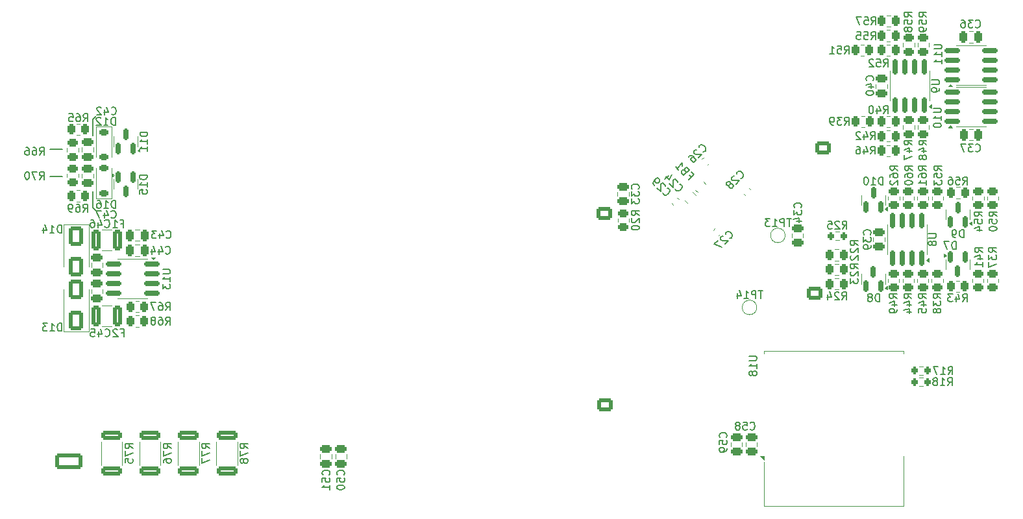
<source format=gbo>
G04 #@! TF.GenerationSoftware,KiCad,Pcbnew,8.0.7*
G04 #@! TF.CreationDate,2025-01-22T18:34:57+01:00*
G04 #@! TF.ProjectId,STM32_GateSignalGenerator,53544d33-325f-4476-9174-655369676e61,rev?*
G04 #@! TF.SameCoordinates,Original*
G04 #@! TF.FileFunction,Legend,Bot*
G04 #@! TF.FilePolarity,Positive*
%FSLAX46Y46*%
G04 Gerber Fmt 4.6, Leading zero omitted, Abs format (unit mm)*
G04 Created by KiCad (PCBNEW 8.0.7) date 2025-01-22 18:34:57*
%MOMM*%
%LPD*%
G01*
G04 APERTURE LIST*
G04 Aperture macros list*
%AMRoundRect*
0 Rectangle with rounded corners*
0 $1 Rounding radius*
0 $2 $3 $4 $5 $6 $7 $8 $9 X,Y pos of 4 corners*
0 Add a 4 corners polygon primitive as box body*
4,1,4,$2,$3,$4,$5,$6,$7,$8,$9,$2,$3,0*
0 Add four circle primitives for the rounded corners*
1,1,$1+$1,$2,$3*
1,1,$1+$1,$4,$5*
1,1,$1+$1,$6,$7*
1,1,$1+$1,$8,$9*
0 Add four rect primitives between the rounded corners*
20,1,$1+$1,$2,$3,$4,$5,0*
20,1,$1+$1,$4,$5,$6,$7,0*
20,1,$1+$1,$6,$7,$8,$9,0*
20,1,$1+$1,$8,$9,$2,$3,0*%
G04 Aperture macros list end*
%ADD10C,0.150000*%
%ADD11C,0.120000*%
%ADD12C,0.561000*%
%ADD13R,2.100000X2.100000*%
%ADD14C,2.100000*%
%ADD15R,1.700000X1.700000*%
%ADD16O,1.700000X1.700000*%
%ADD17C,2.800000*%
%ADD18RoundRect,0.250000X0.725000X-0.600000X0.725000X0.600000X-0.725000X0.600000X-0.725000X-0.600000X0*%
%ADD19O,1.950000X1.700000*%
%ADD20C,3.200000*%
%ADD21RoundRect,0.250000X0.750000X-0.600000X0.750000X0.600000X-0.750000X0.600000X-0.750000X-0.600000X0*%
%ADD22O,2.000000X1.700000*%
%ADD23RoundRect,0.249999X-1.550001X0.790001X-1.550001X-0.790001X1.550001X-0.790001X1.550001X0.790001X0*%
%ADD24O,3.600000X2.080000*%
%ADD25R,1.200000X1.200000*%
%ADD26C,1.200000*%
%ADD27R,1.000000X1.000000*%
%ADD28O,1.000000X1.000000*%
%ADD29C,1.020000*%
%ADD30RoundRect,0.250000X0.450000X-0.262500X0.450000X0.262500X-0.450000X0.262500X-0.450000X-0.262500X0*%
%ADD31RoundRect,0.200000X-0.200000X-0.275000X0.200000X-0.275000X0.200000X0.275000X-0.200000X0.275000X0*%
%ADD32RoundRect,0.250000X0.262500X0.450000X-0.262500X0.450000X-0.262500X-0.450000X0.262500X-0.450000X0*%
%ADD33RoundRect,0.250000X0.475000X-0.250000X0.475000X0.250000X-0.475000X0.250000X-0.475000X-0.250000X0*%
%ADD34RoundRect,0.150000X0.150000X-0.825000X0.150000X0.825000X-0.150000X0.825000X-0.150000X-0.825000X0*%
%ADD35RoundRect,0.150000X0.150000X-0.587500X0.150000X0.587500X-0.150000X0.587500X-0.150000X-0.587500X0*%
%ADD36RoundRect,0.250000X1.075000X-0.362500X1.075000X0.362500X-1.075000X0.362500X-1.075000X-0.362500X0*%
%ADD37RoundRect,0.250000X0.375000X1.075000X-0.375000X1.075000X-0.375000X-1.075000X0.375000X-1.075000X0*%
%ADD38C,1.500000*%
%ADD39RoundRect,0.150000X-0.150000X0.587500X-0.150000X-0.587500X0.150000X-0.587500X0.150000X0.587500X0*%
%ADD40RoundRect,0.250000X-0.262500X-0.450000X0.262500X-0.450000X0.262500X0.450000X-0.262500X0.450000X0*%
%ADD41RoundRect,0.250000X-0.475000X0.250000X-0.475000X-0.250000X0.475000X-0.250000X0.475000X0.250000X0*%
%ADD42RoundRect,0.250000X-0.503814X-0.132583X-0.132583X-0.503814X0.503814X0.132583X0.132583X0.503814X0*%
%ADD43RoundRect,0.250000X-0.450000X0.262500X-0.450000X-0.262500X0.450000X-0.262500X0.450000X0.262500X0*%
%ADD44RoundRect,0.225000X0.375000X-0.225000X0.375000X0.225000X-0.375000X0.225000X-0.375000X-0.225000X0*%
%ADD45RoundRect,0.250000X-0.250000X-0.475000X0.250000X-0.475000X0.250000X0.475000X-0.250000X0.475000X0*%
%ADD46RoundRect,0.225000X-0.335876X-0.017678X-0.017678X-0.335876X0.335876X0.017678X0.017678X0.335876X0*%
%ADD47RoundRect,0.225000X0.335876X0.017678X0.017678X0.335876X-0.335876X-0.017678X-0.017678X-0.335876X0*%
%ADD48RoundRect,0.225000X-0.017678X0.335876X-0.335876X0.017678X0.017678X-0.335876X0.335876X-0.017678X0*%
%ADD49R,1.500000X0.900000*%
%ADD50C,0.600000*%
%ADD51R,2.900000X2.900000*%
%ADD52RoundRect,0.200000X0.200000X0.275000X-0.200000X0.275000X-0.200000X-0.275000X0.200000X-0.275000X0*%
%ADD53RoundRect,0.225000X-0.375000X0.225000X-0.375000X-0.225000X0.375000X-0.225000X0.375000X0.225000X0*%
%ADD54RoundRect,0.250000X-0.375000X-1.075000X0.375000X-1.075000X0.375000X1.075000X-0.375000X1.075000X0*%
%ADD55RoundRect,0.250000X-0.650000X1.000000X-0.650000X-1.000000X0.650000X-1.000000X0.650000X1.000000X0*%
%ADD56RoundRect,0.250000X0.250000X0.475000X-0.250000X0.475000X-0.250000X-0.475000X0.250000X-0.475000X0*%
%ADD57RoundRect,0.225000X0.017678X-0.335876X0.335876X-0.017678X-0.017678X0.335876X-0.335876X0.017678X0*%
%ADD58RoundRect,0.150000X-0.825000X-0.150000X0.825000X-0.150000X0.825000X0.150000X-0.825000X0.150000X0*%
%ADD59RoundRect,0.250000X0.650000X-1.000000X0.650000X1.000000X-0.650000X1.000000X-0.650000X-1.000000X0*%
%ADD60RoundRect,0.150000X0.825000X0.150000X-0.825000X0.150000X-0.825000X-0.150000X0.825000X-0.150000X0*%
%ADD61RoundRect,0.250000X-0.512652X-0.159099X-0.159099X-0.512652X0.512652X0.159099X0.159099X0.512652X0*%
G04 APERTURE END LIST*
D10*
X90942500Y-94577500D02*
X90942500Y-92427500D01*
X90942500Y-103952500D02*
X91342500Y-104352500D01*
X85282500Y-96337500D02*
X86932500Y-96337500D01*
X90942500Y-92427500D02*
X91342500Y-92027500D01*
X90942500Y-101802500D02*
X90942500Y-103952500D01*
X85277500Y-99887500D02*
X86927500Y-99887500D01*
X195807319Y-115794642D02*
X195331128Y-115461309D01*
X195807319Y-115223214D02*
X194807319Y-115223214D01*
X194807319Y-115223214D02*
X194807319Y-115604166D01*
X194807319Y-115604166D02*
X194854938Y-115699404D01*
X194854938Y-115699404D02*
X194902557Y-115747023D01*
X194902557Y-115747023D02*
X194997795Y-115794642D01*
X194997795Y-115794642D02*
X195140652Y-115794642D01*
X195140652Y-115794642D02*
X195235890Y-115747023D01*
X195235890Y-115747023D02*
X195283509Y-115699404D01*
X195283509Y-115699404D02*
X195331128Y-115604166D01*
X195331128Y-115604166D02*
X195331128Y-115223214D01*
X195140652Y-116651785D02*
X195807319Y-116651785D01*
X194759700Y-116413690D02*
X195473985Y-116175595D01*
X195473985Y-116175595D02*
X195473985Y-116794642D01*
X195807319Y-117223214D02*
X195807319Y-117413690D01*
X195807319Y-117413690D02*
X195759700Y-117508928D01*
X195759700Y-117508928D02*
X195712080Y-117556547D01*
X195712080Y-117556547D02*
X195569223Y-117651785D01*
X195569223Y-117651785D02*
X195378747Y-117699404D01*
X195378747Y-117699404D02*
X194997795Y-117699404D01*
X194997795Y-117699404D02*
X194902557Y-117651785D01*
X194902557Y-117651785D02*
X194854938Y-117604166D01*
X194854938Y-117604166D02*
X194807319Y-117508928D01*
X194807319Y-117508928D02*
X194807319Y-117318452D01*
X194807319Y-117318452D02*
X194854938Y-117223214D01*
X194854938Y-117223214D02*
X194902557Y-117175595D01*
X194902557Y-117175595D02*
X194997795Y-117127976D01*
X194997795Y-117127976D02*
X195235890Y-117127976D01*
X195235890Y-117127976D02*
X195331128Y-117175595D01*
X195331128Y-117175595D02*
X195378747Y-117223214D01*
X195378747Y-117223214D02*
X195426366Y-117318452D01*
X195426366Y-117318452D02*
X195426366Y-117508928D01*
X195426366Y-117508928D02*
X195378747Y-117604166D01*
X195378747Y-117604166D02*
X195331128Y-117651785D01*
X195331128Y-117651785D02*
X195235890Y-117699404D01*
X188665357Y-106722319D02*
X188998690Y-106246128D01*
X189236785Y-106722319D02*
X189236785Y-105722319D01*
X189236785Y-105722319D02*
X188855833Y-105722319D01*
X188855833Y-105722319D02*
X188760595Y-105769938D01*
X188760595Y-105769938D02*
X188712976Y-105817557D01*
X188712976Y-105817557D02*
X188665357Y-105912795D01*
X188665357Y-105912795D02*
X188665357Y-106055652D01*
X188665357Y-106055652D02*
X188712976Y-106150890D01*
X188712976Y-106150890D02*
X188760595Y-106198509D01*
X188760595Y-106198509D02*
X188855833Y-106246128D01*
X188855833Y-106246128D02*
X189236785Y-106246128D01*
X188284404Y-105817557D02*
X188236785Y-105769938D01*
X188236785Y-105769938D02*
X188141547Y-105722319D01*
X188141547Y-105722319D02*
X187903452Y-105722319D01*
X187903452Y-105722319D02*
X187808214Y-105769938D01*
X187808214Y-105769938D02*
X187760595Y-105817557D01*
X187760595Y-105817557D02*
X187712976Y-105912795D01*
X187712976Y-105912795D02*
X187712976Y-106008033D01*
X187712976Y-106008033D02*
X187760595Y-106150890D01*
X187760595Y-106150890D02*
X188332023Y-106722319D01*
X188332023Y-106722319D02*
X187712976Y-106722319D01*
X186808214Y-105722319D02*
X187284404Y-105722319D01*
X187284404Y-105722319D02*
X187332023Y-106198509D01*
X187332023Y-106198509D02*
X187284404Y-106150890D01*
X187284404Y-106150890D02*
X187189166Y-106103271D01*
X187189166Y-106103271D02*
X186951071Y-106103271D01*
X186951071Y-106103271D02*
X186855833Y-106150890D01*
X186855833Y-106150890D02*
X186808214Y-106198509D01*
X186808214Y-106198509D02*
X186760595Y-106293747D01*
X186760595Y-106293747D02*
X186760595Y-106531842D01*
X186760595Y-106531842D02*
X186808214Y-106627080D01*
X186808214Y-106627080D02*
X186855833Y-106674700D01*
X186855833Y-106674700D02*
X186951071Y-106722319D01*
X186951071Y-106722319D02*
X187189166Y-106722319D01*
X187189166Y-106722319D02*
X187284404Y-106674700D01*
X187284404Y-106674700D02*
X187332023Y-106627080D01*
X192335357Y-96972319D02*
X192668690Y-96496128D01*
X192906785Y-96972319D02*
X192906785Y-95972319D01*
X192906785Y-95972319D02*
X192525833Y-95972319D01*
X192525833Y-95972319D02*
X192430595Y-96019938D01*
X192430595Y-96019938D02*
X192382976Y-96067557D01*
X192382976Y-96067557D02*
X192335357Y-96162795D01*
X192335357Y-96162795D02*
X192335357Y-96305652D01*
X192335357Y-96305652D02*
X192382976Y-96400890D01*
X192382976Y-96400890D02*
X192430595Y-96448509D01*
X192430595Y-96448509D02*
X192525833Y-96496128D01*
X192525833Y-96496128D02*
X192906785Y-96496128D01*
X191478214Y-96305652D02*
X191478214Y-96972319D01*
X191716309Y-95924700D02*
X191954404Y-96638985D01*
X191954404Y-96638985D02*
X191335357Y-96638985D01*
X190525833Y-95972319D02*
X190716309Y-95972319D01*
X190716309Y-95972319D02*
X190811547Y-96019938D01*
X190811547Y-96019938D02*
X190859166Y-96067557D01*
X190859166Y-96067557D02*
X190954404Y-96210414D01*
X190954404Y-96210414D02*
X191002023Y-96400890D01*
X191002023Y-96400890D02*
X191002023Y-96781842D01*
X191002023Y-96781842D02*
X190954404Y-96877080D01*
X190954404Y-96877080D02*
X190906785Y-96924700D01*
X190906785Y-96924700D02*
X190811547Y-96972319D01*
X190811547Y-96972319D02*
X190621071Y-96972319D01*
X190621071Y-96972319D02*
X190525833Y-96924700D01*
X190525833Y-96924700D02*
X190478214Y-96877080D01*
X190478214Y-96877080D02*
X190430595Y-96781842D01*
X190430595Y-96781842D02*
X190430595Y-96543747D01*
X190430595Y-96543747D02*
X190478214Y-96448509D01*
X190478214Y-96448509D02*
X190525833Y-96400890D01*
X190525833Y-96400890D02*
X190621071Y-96353271D01*
X190621071Y-96353271D02*
X190811547Y-96353271D01*
X190811547Y-96353271D02*
X190906785Y-96400890D01*
X190906785Y-96400890D02*
X190954404Y-96448509D01*
X190954404Y-96448509D02*
X191002023Y-96543747D01*
X173529580Y-133942142D02*
X173577200Y-133894523D01*
X173577200Y-133894523D02*
X173624819Y-133751666D01*
X173624819Y-133751666D02*
X173624819Y-133656428D01*
X173624819Y-133656428D02*
X173577200Y-133513571D01*
X173577200Y-133513571D02*
X173481961Y-133418333D01*
X173481961Y-133418333D02*
X173386723Y-133370714D01*
X173386723Y-133370714D02*
X173196247Y-133323095D01*
X173196247Y-133323095D02*
X173053390Y-133323095D01*
X173053390Y-133323095D02*
X172862914Y-133370714D01*
X172862914Y-133370714D02*
X172767676Y-133418333D01*
X172767676Y-133418333D02*
X172672438Y-133513571D01*
X172672438Y-133513571D02*
X172624819Y-133656428D01*
X172624819Y-133656428D02*
X172624819Y-133751666D01*
X172624819Y-133751666D02*
X172672438Y-133894523D01*
X172672438Y-133894523D02*
X172720057Y-133942142D01*
X172624819Y-134846904D02*
X172624819Y-134370714D01*
X172624819Y-134370714D02*
X173101009Y-134323095D01*
X173101009Y-134323095D02*
X173053390Y-134370714D01*
X173053390Y-134370714D02*
X173005771Y-134465952D01*
X173005771Y-134465952D02*
X173005771Y-134704047D01*
X173005771Y-134704047D02*
X173053390Y-134799285D01*
X173053390Y-134799285D02*
X173101009Y-134846904D01*
X173101009Y-134846904D02*
X173196247Y-134894523D01*
X173196247Y-134894523D02*
X173434342Y-134894523D01*
X173434342Y-134894523D02*
X173529580Y-134846904D01*
X173529580Y-134846904D02*
X173577200Y-134799285D01*
X173577200Y-134799285D02*
X173624819Y-134704047D01*
X173624819Y-134704047D02*
X173624819Y-134465952D01*
X173624819Y-134465952D02*
X173577200Y-134370714D01*
X173577200Y-134370714D02*
X173529580Y-134323095D01*
X173624819Y-135370714D02*
X173624819Y-135561190D01*
X173624819Y-135561190D02*
X173577200Y-135656428D01*
X173577200Y-135656428D02*
X173529580Y-135704047D01*
X173529580Y-135704047D02*
X173386723Y-135799285D01*
X173386723Y-135799285D02*
X173196247Y-135846904D01*
X173196247Y-135846904D02*
X172815295Y-135846904D01*
X172815295Y-135846904D02*
X172720057Y-135799285D01*
X172720057Y-135799285D02*
X172672438Y-135751666D01*
X172672438Y-135751666D02*
X172624819Y-135656428D01*
X172624819Y-135656428D02*
X172624819Y-135465952D01*
X172624819Y-135465952D02*
X172672438Y-135370714D01*
X172672438Y-135370714D02*
X172720057Y-135323095D01*
X172720057Y-135323095D02*
X172815295Y-135275476D01*
X172815295Y-135275476D02*
X173053390Y-135275476D01*
X173053390Y-135275476D02*
X173148628Y-135323095D01*
X173148628Y-135323095D02*
X173196247Y-135370714D01*
X173196247Y-135370714D02*
X173243866Y-135465952D01*
X173243866Y-135465952D02*
X173243866Y-135656428D01*
X173243866Y-135656428D02*
X173196247Y-135751666D01*
X173196247Y-135751666D02*
X173148628Y-135799285D01*
X173148628Y-135799285D02*
X173053390Y-135846904D01*
X200317319Y-87315595D02*
X201126842Y-87315595D01*
X201126842Y-87315595D02*
X201222080Y-87363214D01*
X201222080Y-87363214D02*
X201269700Y-87410833D01*
X201269700Y-87410833D02*
X201317319Y-87506071D01*
X201317319Y-87506071D02*
X201317319Y-87696547D01*
X201317319Y-87696547D02*
X201269700Y-87791785D01*
X201269700Y-87791785D02*
X201222080Y-87839404D01*
X201222080Y-87839404D02*
X201126842Y-87887023D01*
X201126842Y-87887023D02*
X200317319Y-87887023D01*
X201317319Y-88410833D02*
X201317319Y-88601309D01*
X201317319Y-88601309D02*
X201269700Y-88696547D01*
X201269700Y-88696547D02*
X201222080Y-88744166D01*
X201222080Y-88744166D02*
X201079223Y-88839404D01*
X201079223Y-88839404D02*
X200888747Y-88887023D01*
X200888747Y-88887023D02*
X200507795Y-88887023D01*
X200507795Y-88887023D02*
X200412557Y-88839404D01*
X200412557Y-88839404D02*
X200364938Y-88791785D01*
X200364938Y-88791785D02*
X200317319Y-88696547D01*
X200317319Y-88696547D02*
X200317319Y-88506071D01*
X200317319Y-88506071D02*
X200364938Y-88410833D01*
X200364938Y-88410833D02*
X200412557Y-88363214D01*
X200412557Y-88363214D02*
X200507795Y-88315595D01*
X200507795Y-88315595D02*
X200745890Y-88315595D01*
X200745890Y-88315595D02*
X200841128Y-88363214D01*
X200841128Y-88363214D02*
X200888747Y-88410833D01*
X200888747Y-88410833D02*
X200936366Y-88506071D01*
X200936366Y-88506071D02*
X200936366Y-88696547D01*
X200936366Y-88696547D02*
X200888747Y-88791785D01*
X200888747Y-88791785D02*
X200841128Y-88839404D01*
X200841128Y-88839404D02*
X200745890Y-88887023D01*
X194035357Y-91672319D02*
X194368690Y-91196128D01*
X194606785Y-91672319D02*
X194606785Y-90672319D01*
X194606785Y-90672319D02*
X194225833Y-90672319D01*
X194225833Y-90672319D02*
X194130595Y-90719938D01*
X194130595Y-90719938D02*
X194082976Y-90767557D01*
X194082976Y-90767557D02*
X194035357Y-90862795D01*
X194035357Y-90862795D02*
X194035357Y-91005652D01*
X194035357Y-91005652D02*
X194082976Y-91100890D01*
X194082976Y-91100890D02*
X194130595Y-91148509D01*
X194130595Y-91148509D02*
X194225833Y-91196128D01*
X194225833Y-91196128D02*
X194606785Y-91196128D01*
X193178214Y-91005652D02*
X193178214Y-91672319D01*
X193416309Y-90624700D02*
X193654404Y-91338985D01*
X193654404Y-91338985D02*
X193035357Y-91338985D01*
X192463928Y-90672319D02*
X192368690Y-90672319D01*
X192368690Y-90672319D02*
X192273452Y-90719938D01*
X192273452Y-90719938D02*
X192225833Y-90767557D01*
X192225833Y-90767557D02*
X192178214Y-90862795D01*
X192178214Y-90862795D02*
X192130595Y-91053271D01*
X192130595Y-91053271D02*
X192130595Y-91291366D01*
X192130595Y-91291366D02*
X192178214Y-91481842D01*
X192178214Y-91481842D02*
X192225833Y-91577080D01*
X192225833Y-91577080D02*
X192273452Y-91624700D01*
X192273452Y-91624700D02*
X192368690Y-91672319D01*
X192368690Y-91672319D02*
X192463928Y-91672319D01*
X192463928Y-91672319D02*
X192559166Y-91624700D01*
X192559166Y-91624700D02*
X192606785Y-91577080D01*
X192606785Y-91577080D02*
X192654404Y-91481842D01*
X192654404Y-91481842D02*
X192702023Y-91291366D01*
X192702023Y-91291366D02*
X192702023Y-91053271D01*
X192702023Y-91053271D02*
X192654404Y-90862795D01*
X192654404Y-90862795D02*
X192606785Y-90767557D01*
X192606785Y-90767557D02*
X192559166Y-90719938D01*
X192559166Y-90719938D02*
X192463928Y-90672319D01*
X193943666Y-100964819D02*
X193943666Y-99964819D01*
X193943666Y-99964819D02*
X193705571Y-99964819D01*
X193705571Y-99964819D02*
X193562714Y-100012438D01*
X193562714Y-100012438D02*
X193467476Y-100107676D01*
X193467476Y-100107676D02*
X193419857Y-100202914D01*
X193419857Y-100202914D02*
X193372238Y-100393390D01*
X193372238Y-100393390D02*
X193372238Y-100536247D01*
X193372238Y-100536247D02*
X193419857Y-100726723D01*
X193419857Y-100726723D02*
X193467476Y-100821961D01*
X193467476Y-100821961D02*
X193562714Y-100917200D01*
X193562714Y-100917200D02*
X193705571Y-100964819D01*
X193705571Y-100964819D02*
X193943666Y-100964819D01*
X192419857Y-100964819D02*
X192991285Y-100964819D01*
X192705571Y-100964819D02*
X192705571Y-99964819D01*
X192705571Y-99964819D02*
X192800809Y-100107676D01*
X192800809Y-100107676D02*
X192896047Y-100202914D01*
X192896047Y-100202914D02*
X192991285Y-100250533D01*
X191800809Y-99964819D02*
X191705571Y-99964819D01*
X191705571Y-99964819D02*
X191610333Y-100012438D01*
X191610333Y-100012438D02*
X191562714Y-100060057D01*
X191562714Y-100060057D02*
X191515095Y-100155295D01*
X191515095Y-100155295D02*
X191467476Y-100345771D01*
X191467476Y-100345771D02*
X191467476Y-100583866D01*
X191467476Y-100583866D02*
X191515095Y-100774342D01*
X191515095Y-100774342D02*
X191562714Y-100869580D01*
X191562714Y-100869580D02*
X191610333Y-100917200D01*
X191610333Y-100917200D02*
X191705571Y-100964819D01*
X191705571Y-100964819D02*
X191800809Y-100964819D01*
X191800809Y-100964819D02*
X191896047Y-100917200D01*
X191896047Y-100917200D02*
X191943666Y-100869580D01*
X191943666Y-100869580D02*
X191991285Y-100774342D01*
X191991285Y-100774342D02*
X192038904Y-100583866D01*
X192038904Y-100583866D02*
X192038904Y-100345771D01*
X192038904Y-100345771D02*
X191991285Y-100155295D01*
X191991285Y-100155295D02*
X191943666Y-100060057D01*
X191943666Y-100060057D02*
X191896047Y-100012438D01*
X191896047Y-100012438D02*
X191800809Y-99964819D01*
X162057080Y-101524642D02*
X162104700Y-101477023D01*
X162104700Y-101477023D02*
X162152319Y-101334166D01*
X162152319Y-101334166D02*
X162152319Y-101238928D01*
X162152319Y-101238928D02*
X162104700Y-101096071D01*
X162104700Y-101096071D02*
X162009461Y-101000833D01*
X162009461Y-101000833D02*
X161914223Y-100953214D01*
X161914223Y-100953214D02*
X161723747Y-100905595D01*
X161723747Y-100905595D02*
X161580890Y-100905595D01*
X161580890Y-100905595D02*
X161390414Y-100953214D01*
X161390414Y-100953214D02*
X161295176Y-101000833D01*
X161295176Y-101000833D02*
X161199938Y-101096071D01*
X161199938Y-101096071D02*
X161152319Y-101238928D01*
X161152319Y-101238928D02*
X161152319Y-101334166D01*
X161152319Y-101334166D02*
X161199938Y-101477023D01*
X161199938Y-101477023D02*
X161247557Y-101524642D01*
X161152319Y-101857976D02*
X161152319Y-102477023D01*
X161152319Y-102477023D02*
X161533271Y-102143690D01*
X161533271Y-102143690D02*
X161533271Y-102286547D01*
X161533271Y-102286547D02*
X161580890Y-102381785D01*
X161580890Y-102381785D02*
X161628509Y-102429404D01*
X161628509Y-102429404D02*
X161723747Y-102477023D01*
X161723747Y-102477023D02*
X161961842Y-102477023D01*
X161961842Y-102477023D02*
X162057080Y-102429404D01*
X162057080Y-102429404D02*
X162104700Y-102381785D01*
X162104700Y-102381785D02*
X162152319Y-102286547D01*
X162152319Y-102286547D02*
X162152319Y-102000833D01*
X162152319Y-102000833D02*
X162104700Y-101905595D01*
X162104700Y-101905595D02*
X162057080Y-101857976D01*
X161152319Y-102810357D02*
X161152319Y-103429404D01*
X161152319Y-103429404D02*
X161533271Y-103096071D01*
X161533271Y-103096071D02*
X161533271Y-103238928D01*
X161533271Y-103238928D02*
X161580890Y-103334166D01*
X161580890Y-103334166D02*
X161628509Y-103381785D01*
X161628509Y-103381785D02*
X161723747Y-103429404D01*
X161723747Y-103429404D02*
X161961842Y-103429404D01*
X161961842Y-103429404D02*
X162057080Y-103381785D01*
X162057080Y-103381785D02*
X162104700Y-103334166D01*
X162104700Y-103334166D02*
X162152319Y-103238928D01*
X162152319Y-103238928D02*
X162152319Y-102953214D01*
X162152319Y-102953214D02*
X162104700Y-102857976D01*
X162104700Y-102857976D02*
X162057080Y-102810357D01*
X193499975Y-116214819D02*
X193499975Y-115214819D01*
X193499975Y-115214819D02*
X193261880Y-115214819D01*
X193261880Y-115214819D02*
X193119023Y-115262438D01*
X193119023Y-115262438D02*
X193023785Y-115357676D01*
X193023785Y-115357676D02*
X192976166Y-115452914D01*
X192976166Y-115452914D02*
X192928547Y-115643390D01*
X192928547Y-115643390D02*
X192928547Y-115786247D01*
X192928547Y-115786247D02*
X192976166Y-115976723D01*
X192976166Y-115976723D02*
X193023785Y-116071961D01*
X193023785Y-116071961D02*
X193119023Y-116167200D01*
X193119023Y-116167200D02*
X193261880Y-116214819D01*
X193261880Y-116214819D02*
X193499975Y-116214819D01*
X192357118Y-115643390D02*
X192452356Y-115595771D01*
X192452356Y-115595771D02*
X192499975Y-115548152D01*
X192499975Y-115548152D02*
X192547594Y-115452914D01*
X192547594Y-115452914D02*
X192547594Y-115405295D01*
X192547594Y-115405295D02*
X192499975Y-115310057D01*
X192499975Y-115310057D02*
X192452356Y-115262438D01*
X192452356Y-115262438D02*
X192357118Y-115214819D01*
X192357118Y-115214819D02*
X192166642Y-115214819D01*
X192166642Y-115214819D02*
X192071404Y-115262438D01*
X192071404Y-115262438D02*
X192023785Y-115310057D01*
X192023785Y-115310057D02*
X191976166Y-115405295D01*
X191976166Y-115405295D02*
X191976166Y-115452914D01*
X191976166Y-115452914D02*
X192023785Y-115548152D01*
X192023785Y-115548152D02*
X192071404Y-115595771D01*
X192071404Y-115595771D02*
X192166642Y-115643390D01*
X192166642Y-115643390D02*
X192357118Y-115643390D01*
X192357118Y-115643390D02*
X192452356Y-115691009D01*
X192452356Y-115691009D02*
X192499975Y-115738628D01*
X192499975Y-115738628D02*
X192547594Y-115833866D01*
X192547594Y-115833866D02*
X192547594Y-116024342D01*
X192547594Y-116024342D02*
X192499975Y-116119580D01*
X192499975Y-116119580D02*
X192452356Y-116167200D01*
X192452356Y-116167200D02*
X192357118Y-116214819D01*
X192357118Y-116214819D02*
X192166642Y-116214819D01*
X192166642Y-116214819D02*
X192071404Y-116167200D01*
X192071404Y-116167200D02*
X192023785Y-116119580D01*
X192023785Y-116119580D02*
X191976166Y-116024342D01*
X191976166Y-116024342D02*
X191976166Y-115833866D01*
X191976166Y-115833866D02*
X192023785Y-115738628D01*
X192023785Y-115738628D02*
X192071404Y-115691009D01*
X192071404Y-115691009D02*
X192166642Y-115643390D01*
X101122670Y-135382142D02*
X100646479Y-135048809D01*
X101122670Y-134810714D02*
X100122670Y-134810714D01*
X100122670Y-134810714D02*
X100122670Y-135191666D01*
X100122670Y-135191666D02*
X100170289Y-135286904D01*
X100170289Y-135286904D02*
X100217908Y-135334523D01*
X100217908Y-135334523D02*
X100313146Y-135382142D01*
X100313146Y-135382142D02*
X100456003Y-135382142D01*
X100456003Y-135382142D02*
X100551241Y-135334523D01*
X100551241Y-135334523D02*
X100598860Y-135286904D01*
X100598860Y-135286904D02*
X100646479Y-135191666D01*
X100646479Y-135191666D02*
X100646479Y-134810714D01*
X100122670Y-135715476D02*
X100122670Y-136382142D01*
X100122670Y-136382142D02*
X101122670Y-135953571D01*
X100122670Y-137191666D02*
X100122670Y-137001190D01*
X100122670Y-137001190D02*
X100170289Y-136905952D01*
X100170289Y-136905952D02*
X100217908Y-136858333D01*
X100217908Y-136858333D02*
X100360765Y-136763095D01*
X100360765Y-136763095D02*
X100551241Y-136715476D01*
X100551241Y-136715476D02*
X100932193Y-136715476D01*
X100932193Y-136715476D02*
X101027431Y-136763095D01*
X101027431Y-136763095D02*
X101075051Y-136810714D01*
X101075051Y-136810714D02*
X101122670Y-136905952D01*
X101122670Y-136905952D02*
X101122670Y-137096428D01*
X101122670Y-137096428D02*
X101075051Y-137191666D01*
X101075051Y-137191666D02*
X101027431Y-137239285D01*
X101027431Y-137239285D02*
X100932193Y-137286904D01*
X100932193Y-137286904D02*
X100694098Y-137286904D01*
X100694098Y-137286904D02*
X100598860Y-137239285D01*
X100598860Y-137239285D02*
X100551241Y-137191666D01*
X100551241Y-137191666D02*
X100503622Y-137096428D01*
X100503622Y-137096428D02*
X100503622Y-136905952D01*
X100503622Y-136905952D02*
X100551241Y-136810714D01*
X100551241Y-136810714D02*
X100598860Y-136763095D01*
X100598860Y-136763095D02*
X100694098Y-136715476D01*
X111122670Y-135382142D02*
X110646479Y-135048809D01*
X111122670Y-134810714D02*
X110122670Y-134810714D01*
X110122670Y-134810714D02*
X110122670Y-135191666D01*
X110122670Y-135191666D02*
X110170289Y-135286904D01*
X110170289Y-135286904D02*
X110217908Y-135334523D01*
X110217908Y-135334523D02*
X110313146Y-135382142D01*
X110313146Y-135382142D02*
X110456003Y-135382142D01*
X110456003Y-135382142D02*
X110551241Y-135334523D01*
X110551241Y-135334523D02*
X110598860Y-135286904D01*
X110598860Y-135286904D02*
X110646479Y-135191666D01*
X110646479Y-135191666D02*
X110646479Y-134810714D01*
X110122670Y-135715476D02*
X110122670Y-136382142D01*
X110122670Y-136382142D02*
X111122670Y-135953571D01*
X110551241Y-136905952D02*
X110503622Y-136810714D01*
X110503622Y-136810714D02*
X110456003Y-136763095D01*
X110456003Y-136763095D02*
X110360765Y-136715476D01*
X110360765Y-136715476D02*
X110313146Y-136715476D01*
X110313146Y-136715476D02*
X110217908Y-136763095D01*
X110217908Y-136763095D02*
X110170289Y-136810714D01*
X110170289Y-136810714D02*
X110122670Y-136905952D01*
X110122670Y-136905952D02*
X110122670Y-137096428D01*
X110122670Y-137096428D02*
X110170289Y-137191666D01*
X110170289Y-137191666D02*
X110217908Y-137239285D01*
X110217908Y-137239285D02*
X110313146Y-137286904D01*
X110313146Y-137286904D02*
X110360765Y-137286904D01*
X110360765Y-137286904D02*
X110456003Y-137239285D01*
X110456003Y-137239285D02*
X110503622Y-137191666D01*
X110503622Y-137191666D02*
X110551241Y-137096428D01*
X110551241Y-137096428D02*
X110551241Y-136905952D01*
X110551241Y-136905952D02*
X110598860Y-136810714D01*
X110598860Y-136810714D02*
X110646479Y-136763095D01*
X110646479Y-136763095D02*
X110741717Y-136715476D01*
X110741717Y-136715476D02*
X110932193Y-136715476D01*
X110932193Y-136715476D02*
X111027431Y-136763095D01*
X111027431Y-136763095D02*
X111075051Y-136810714D01*
X111075051Y-136810714D02*
X111122670Y-136905952D01*
X111122670Y-136905952D02*
X111122670Y-137096428D01*
X111122670Y-137096428D02*
X111075051Y-137191666D01*
X111075051Y-137191666D02*
X111027431Y-137239285D01*
X111027431Y-137239285D02*
X110932193Y-137286904D01*
X110932193Y-137286904D02*
X110741717Y-137286904D01*
X110741717Y-137286904D02*
X110646479Y-137239285D01*
X110646479Y-137239285D02*
X110598860Y-137191666D01*
X110598860Y-137191666D02*
X110551241Y-137096428D01*
X94575833Y-106058509D02*
X94909166Y-106058509D01*
X94909166Y-106582319D02*
X94909166Y-105582319D01*
X94909166Y-105582319D02*
X94432976Y-105582319D01*
X93528214Y-106582319D02*
X94099642Y-106582319D01*
X93813928Y-106582319D02*
X93813928Y-105582319D01*
X93813928Y-105582319D02*
X93909166Y-105725176D01*
X93909166Y-105725176D02*
X94004404Y-105820414D01*
X94004404Y-105820414D02*
X94099642Y-105868033D01*
X100405357Y-119252319D02*
X100738690Y-118776128D01*
X100976785Y-119252319D02*
X100976785Y-118252319D01*
X100976785Y-118252319D02*
X100595833Y-118252319D01*
X100595833Y-118252319D02*
X100500595Y-118299938D01*
X100500595Y-118299938D02*
X100452976Y-118347557D01*
X100452976Y-118347557D02*
X100405357Y-118442795D01*
X100405357Y-118442795D02*
X100405357Y-118585652D01*
X100405357Y-118585652D02*
X100452976Y-118680890D01*
X100452976Y-118680890D02*
X100500595Y-118728509D01*
X100500595Y-118728509D02*
X100595833Y-118776128D01*
X100595833Y-118776128D02*
X100976785Y-118776128D01*
X99548214Y-118252319D02*
X99738690Y-118252319D01*
X99738690Y-118252319D02*
X99833928Y-118299938D01*
X99833928Y-118299938D02*
X99881547Y-118347557D01*
X99881547Y-118347557D02*
X99976785Y-118490414D01*
X99976785Y-118490414D02*
X100024404Y-118680890D01*
X100024404Y-118680890D02*
X100024404Y-119061842D01*
X100024404Y-119061842D02*
X99976785Y-119157080D01*
X99976785Y-119157080D02*
X99929166Y-119204700D01*
X99929166Y-119204700D02*
X99833928Y-119252319D01*
X99833928Y-119252319D02*
X99643452Y-119252319D01*
X99643452Y-119252319D02*
X99548214Y-119204700D01*
X99548214Y-119204700D02*
X99500595Y-119157080D01*
X99500595Y-119157080D02*
X99452976Y-119061842D01*
X99452976Y-119061842D02*
X99452976Y-118823747D01*
X99452976Y-118823747D02*
X99500595Y-118728509D01*
X99500595Y-118728509D02*
X99548214Y-118680890D01*
X99548214Y-118680890D02*
X99643452Y-118633271D01*
X99643452Y-118633271D02*
X99833928Y-118633271D01*
X99833928Y-118633271D02*
X99929166Y-118680890D01*
X99929166Y-118680890D02*
X99976785Y-118728509D01*
X99976785Y-118728509D02*
X100024404Y-118823747D01*
X98881547Y-118680890D02*
X98976785Y-118633271D01*
X98976785Y-118633271D02*
X99024404Y-118585652D01*
X99024404Y-118585652D02*
X99072023Y-118490414D01*
X99072023Y-118490414D02*
X99072023Y-118442795D01*
X99072023Y-118442795D02*
X99024404Y-118347557D01*
X99024404Y-118347557D02*
X98976785Y-118299938D01*
X98976785Y-118299938D02*
X98881547Y-118252319D01*
X98881547Y-118252319D02*
X98691071Y-118252319D01*
X98691071Y-118252319D02*
X98595833Y-118299938D01*
X98595833Y-118299938D02*
X98548214Y-118347557D01*
X98548214Y-118347557D02*
X98500595Y-118442795D01*
X98500595Y-118442795D02*
X98500595Y-118490414D01*
X98500595Y-118490414D02*
X98548214Y-118585652D01*
X98548214Y-118585652D02*
X98595833Y-118633271D01*
X98595833Y-118633271D02*
X98691071Y-118680890D01*
X98691071Y-118680890D02*
X98881547Y-118680890D01*
X98881547Y-118680890D02*
X98976785Y-118728509D01*
X98976785Y-118728509D02*
X99024404Y-118776128D01*
X99024404Y-118776128D02*
X99072023Y-118871366D01*
X99072023Y-118871366D02*
X99072023Y-119061842D01*
X99072023Y-119061842D02*
X99024404Y-119157080D01*
X99024404Y-119157080D02*
X98976785Y-119204700D01*
X98976785Y-119204700D02*
X98881547Y-119252319D01*
X98881547Y-119252319D02*
X98691071Y-119252319D01*
X98691071Y-119252319D02*
X98595833Y-119204700D01*
X98595833Y-119204700D02*
X98548214Y-119157080D01*
X98548214Y-119157080D02*
X98500595Y-119061842D01*
X98500595Y-119061842D02*
X98500595Y-118871366D01*
X98500595Y-118871366D02*
X98548214Y-118776128D01*
X98548214Y-118776128D02*
X98595833Y-118728509D01*
X98595833Y-118728509D02*
X98691071Y-118680890D01*
X181993094Y-105396819D02*
X181421666Y-105396819D01*
X181707380Y-106396819D02*
X181707380Y-105396819D01*
X181088332Y-106396819D02*
X181088332Y-105396819D01*
X181088332Y-105396819D02*
X180707380Y-105396819D01*
X180707380Y-105396819D02*
X180612142Y-105444438D01*
X180612142Y-105444438D02*
X180564523Y-105492057D01*
X180564523Y-105492057D02*
X180516904Y-105587295D01*
X180516904Y-105587295D02*
X180516904Y-105730152D01*
X180516904Y-105730152D02*
X180564523Y-105825390D01*
X180564523Y-105825390D02*
X180612142Y-105873009D01*
X180612142Y-105873009D02*
X180707380Y-105920628D01*
X180707380Y-105920628D02*
X181088332Y-105920628D01*
X179564523Y-106396819D02*
X180135951Y-106396819D01*
X179850237Y-106396819D02*
X179850237Y-105396819D01*
X179850237Y-105396819D02*
X179945475Y-105539676D01*
X179945475Y-105539676D02*
X180040713Y-105634914D01*
X180040713Y-105634914D02*
X180135951Y-105682533D01*
X179231189Y-105396819D02*
X178612142Y-105396819D01*
X178612142Y-105396819D02*
X178945475Y-105777771D01*
X178945475Y-105777771D02*
X178802618Y-105777771D01*
X178802618Y-105777771D02*
X178707380Y-105825390D01*
X178707380Y-105825390D02*
X178659761Y-105873009D01*
X178659761Y-105873009D02*
X178612142Y-105968247D01*
X178612142Y-105968247D02*
X178612142Y-106206342D01*
X178612142Y-106206342D02*
X178659761Y-106301580D01*
X178659761Y-106301580D02*
X178707380Y-106349200D01*
X178707380Y-106349200D02*
X178802618Y-106396819D01*
X178802618Y-106396819D02*
X179088332Y-106396819D01*
X179088332Y-106396819D02*
X179183570Y-106349200D01*
X179183570Y-106349200D02*
X179231189Y-106301580D01*
X203490594Y-109392319D02*
X203490594Y-108392319D01*
X203490594Y-108392319D02*
X203252499Y-108392319D01*
X203252499Y-108392319D02*
X203109642Y-108439938D01*
X203109642Y-108439938D02*
X203014404Y-108535176D01*
X203014404Y-108535176D02*
X202966785Y-108630414D01*
X202966785Y-108630414D02*
X202919166Y-108820890D01*
X202919166Y-108820890D02*
X202919166Y-108963747D01*
X202919166Y-108963747D02*
X202966785Y-109154223D01*
X202966785Y-109154223D02*
X203014404Y-109249461D01*
X203014404Y-109249461D02*
X203109642Y-109344700D01*
X203109642Y-109344700D02*
X203252499Y-109392319D01*
X203252499Y-109392319D02*
X203490594Y-109392319D01*
X202585832Y-108392319D02*
X201919166Y-108392319D01*
X201919166Y-108392319D02*
X202347737Y-109392319D01*
X89615357Y-104524819D02*
X89948690Y-104048628D01*
X90186785Y-104524819D02*
X90186785Y-103524819D01*
X90186785Y-103524819D02*
X89805833Y-103524819D01*
X89805833Y-103524819D02*
X89710595Y-103572438D01*
X89710595Y-103572438D02*
X89662976Y-103620057D01*
X89662976Y-103620057D02*
X89615357Y-103715295D01*
X89615357Y-103715295D02*
X89615357Y-103858152D01*
X89615357Y-103858152D02*
X89662976Y-103953390D01*
X89662976Y-103953390D02*
X89710595Y-104001009D01*
X89710595Y-104001009D02*
X89805833Y-104048628D01*
X89805833Y-104048628D02*
X90186785Y-104048628D01*
X88758214Y-103524819D02*
X88948690Y-103524819D01*
X88948690Y-103524819D02*
X89043928Y-103572438D01*
X89043928Y-103572438D02*
X89091547Y-103620057D01*
X89091547Y-103620057D02*
X89186785Y-103762914D01*
X89186785Y-103762914D02*
X89234404Y-103953390D01*
X89234404Y-103953390D02*
X89234404Y-104334342D01*
X89234404Y-104334342D02*
X89186785Y-104429580D01*
X89186785Y-104429580D02*
X89139166Y-104477200D01*
X89139166Y-104477200D02*
X89043928Y-104524819D01*
X89043928Y-104524819D02*
X88853452Y-104524819D01*
X88853452Y-104524819D02*
X88758214Y-104477200D01*
X88758214Y-104477200D02*
X88710595Y-104429580D01*
X88710595Y-104429580D02*
X88662976Y-104334342D01*
X88662976Y-104334342D02*
X88662976Y-104096247D01*
X88662976Y-104096247D02*
X88710595Y-104001009D01*
X88710595Y-104001009D02*
X88758214Y-103953390D01*
X88758214Y-103953390D02*
X88853452Y-103905771D01*
X88853452Y-103905771D02*
X89043928Y-103905771D01*
X89043928Y-103905771D02*
X89139166Y-103953390D01*
X89139166Y-103953390D02*
X89186785Y-104001009D01*
X89186785Y-104001009D02*
X89234404Y-104096247D01*
X88186785Y-104524819D02*
X87996309Y-104524819D01*
X87996309Y-104524819D02*
X87901071Y-104477200D01*
X87901071Y-104477200D02*
X87853452Y-104429580D01*
X87853452Y-104429580D02*
X87758214Y-104286723D01*
X87758214Y-104286723D02*
X87710595Y-104096247D01*
X87710595Y-104096247D02*
X87710595Y-103715295D01*
X87710595Y-103715295D02*
X87758214Y-103620057D01*
X87758214Y-103620057D02*
X87805833Y-103572438D01*
X87805833Y-103572438D02*
X87901071Y-103524819D01*
X87901071Y-103524819D02*
X88091547Y-103524819D01*
X88091547Y-103524819D02*
X88186785Y-103572438D01*
X88186785Y-103572438D02*
X88234404Y-103620057D01*
X88234404Y-103620057D02*
X88282023Y-103715295D01*
X88282023Y-103715295D02*
X88282023Y-103953390D01*
X88282023Y-103953390D02*
X88234404Y-104048628D01*
X88234404Y-104048628D02*
X88186785Y-104096247D01*
X88186785Y-104096247D02*
X88091547Y-104143866D01*
X88091547Y-104143866D02*
X87901071Y-104143866D01*
X87901071Y-104143866D02*
X87805833Y-104096247D01*
X87805833Y-104096247D02*
X87758214Y-104048628D01*
X87758214Y-104048628D02*
X87710595Y-103953390D01*
X192402857Y-82022319D02*
X192736190Y-81546128D01*
X192974285Y-82022319D02*
X192974285Y-81022319D01*
X192974285Y-81022319D02*
X192593333Y-81022319D01*
X192593333Y-81022319D02*
X192498095Y-81069938D01*
X192498095Y-81069938D02*
X192450476Y-81117557D01*
X192450476Y-81117557D02*
X192402857Y-81212795D01*
X192402857Y-81212795D02*
X192402857Y-81355652D01*
X192402857Y-81355652D02*
X192450476Y-81450890D01*
X192450476Y-81450890D02*
X192498095Y-81498509D01*
X192498095Y-81498509D02*
X192593333Y-81546128D01*
X192593333Y-81546128D02*
X192974285Y-81546128D01*
X191498095Y-81022319D02*
X191974285Y-81022319D01*
X191974285Y-81022319D02*
X192021904Y-81498509D01*
X192021904Y-81498509D02*
X191974285Y-81450890D01*
X191974285Y-81450890D02*
X191879047Y-81403271D01*
X191879047Y-81403271D02*
X191640952Y-81403271D01*
X191640952Y-81403271D02*
X191545714Y-81450890D01*
X191545714Y-81450890D02*
X191498095Y-81498509D01*
X191498095Y-81498509D02*
X191450476Y-81593747D01*
X191450476Y-81593747D02*
X191450476Y-81831842D01*
X191450476Y-81831842D02*
X191498095Y-81927080D01*
X191498095Y-81927080D02*
X191545714Y-81974700D01*
X191545714Y-81974700D02*
X191640952Y-82022319D01*
X191640952Y-82022319D02*
X191879047Y-82022319D01*
X191879047Y-82022319D02*
X191974285Y-81974700D01*
X191974285Y-81974700D02*
X192021904Y-81927080D01*
X190545714Y-81022319D02*
X191021904Y-81022319D01*
X191021904Y-81022319D02*
X191069523Y-81498509D01*
X191069523Y-81498509D02*
X191021904Y-81450890D01*
X191021904Y-81450890D02*
X190926666Y-81403271D01*
X190926666Y-81403271D02*
X190688571Y-81403271D01*
X190688571Y-81403271D02*
X190593333Y-81450890D01*
X190593333Y-81450890D02*
X190545714Y-81498509D01*
X190545714Y-81498509D02*
X190498095Y-81593747D01*
X190498095Y-81593747D02*
X190498095Y-81831842D01*
X190498095Y-81831842D02*
X190545714Y-81927080D01*
X190545714Y-81927080D02*
X190593333Y-81974700D01*
X190593333Y-81974700D02*
X190688571Y-82022319D01*
X190688571Y-82022319D02*
X190926666Y-82022319D01*
X190926666Y-82022319D02*
X191021904Y-81974700D01*
X191021904Y-81974700D02*
X191069523Y-81927080D01*
X121732080Y-138844642D02*
X121779700Y-138797023D01*
X121779700Y-138797023D02*
X121827319Y-138654166D01*
X121827319Y-138654166D02*
X121827319Y-138558928D01*
X121827319Y-138558928D02*
X121779700Y-138416071D01*
X121779700Y-138416071D02*
X121684461Y-138320833D01*
X121684461Y-138320833D02*
X121589223Y-138273214D01*
X121589223Y-138273214D02*
X121398747Y-138225595D01*
X121398747Y-138225595D02*
X121255890Y-138225595D01*
X121255890Y-138225595D02*
X121065414Y-138273214D01*
X121065414Y-138273214D02*
X120970176Y-138320833D01*
X120970176Y-138320833D02*
X120874938Y-138416071D01*
X120874938Y-138416071D02*
X120827319Y-138558928D01*
X120827319Y-138558928D02*
X120827319Y-138654166D01*
X120827319Y-138654166D02*
X120874938Y-138797023D01*
X120874938Y-138797023D02*
X120922557Y-138844642D01*
X120827319Y-139749404D02*
X120827319Y-139273214D01*
X120827319Y-139273214D02*
X121303509Y-139225595D01*
X121303509Y-139225595D02*
X121255890Y-139273214D01*
X121255890Y-139273214D02*
X121208271Y-139368452D01*
X121208271Y-139368452D02*
X121208271Y-139606547D01*
X121208271Y-139606547D02*
X121255890Y-139701785D01*
X121255890Y-139701785D02*
X121303509Y-139749404D01*
X121303509Y-139749404D02*
X121398747Y-139797023D01*
X121398747Y-139797023D02*
X121636842Y-139797023D01*
X121636842Y-139797023D02*
X121732080Y-139749404D01*
X121732080Y-139749404D02*
X121779700Y-139701785D01*
X121779700Y-139701785D02*
X121827319Y-139606547D01*
X121827319Y-139606547D02*
X121827319Y-139368452D01*
X121827319Y-139368452D02*
X121779700Y-139273214D01*
X121779700Y-139273214D02*
X121732080Y-139225595D01*
X121827319Y-140749404D02*
X121827319Y-140177976D01*
X121827319Y-140463690D02*
X120827319Y-140463690D01*
X120827319Y-140463690D02*
X120970176Y-140368452D01*
X120970176Y-140368452D02*
X121065414Y-140273214D01*
X121065414Y-140273214D02*
X121113033Y-140177976D01*
X208766700Y-109794642D02*
X208290509Y-109461309D01*
X208766700Y-109223214D02*
X207766700Y-109223214D01*
X207766700Y-109223214D02*
X207766700Y-109604166D01*
X207766700Y-109604166D02*
X207814319Y-109699404D01*
X207814319Y-109699404D02*
X207861938Y-109747023D01*
X207861938Y-109747023D02*
X207957176Y-109794642D01*
X207957176Y-109794642D02*
X208100033Y-109794642D01*
X208100033Y-109794642D02*
X208195271Y-109747023D01*
X208195271Y-109747023D02*
X208242890Y-109699404D01*
X208242890Y-109699404D02*
X208290509Y-109604166D01*
X208290509Y-109604166D02*
X208290509Y-109223214D01*
X207766700Y-110127976D02*
X207766700Y-110747023D01*
X207766700Y-110747023D02*
X208147652Y-110413690D01*
X208147652Y-110413690D02*
X208147652Y-110556547D01*
X208147652Y-110556547D02*
X208195271Y-110651785D01*
X208195271Y-110651785D02*
X208242890Y-110699404D01*
X208242890Y-110699404D02*
X208338128Y-110747023D01*
X208338128Y-110747023D02*
X208576223Y-110747023D01*
X208576223Y-110747023D02*
X208671461Y-110699404D01*
X208671461Y-110699404D02*
X208719081Y-110651785D01*
X208719081Y-110651785D02*
X208766700Y-110556547D01*
X208766700Y-110556547D02*
X208766700Y-110270833D01*
X208766700Y-110270833D02*
X208719081Y-110175595D01*
X208719081Y-110175595D02*
X208671461Y-110127976D01*
X207766700Y-111080357D02*
X207766700Y-111747023D01*
X207766700Y-111747023D02*
X208766700Y-111318452D01*
X168718645Y-99721642D02*
X168954347Y-99957344D01*
X168583958Y-100327733D02*
X169291065Y-99620626D01*
X169291065Y-99620626D02*
X168954347Y-99283909D01*
X168112553Y-99115550D02*
X167977866Y-99048206D01*
X167977866Y-99048206D02*
X167910523Y-99048206D01*
X167910523Y-99048206D02*
X167809507Y-99081878D01*
X167809507Y-99081878D02*
X167708492Y-99182893D01*
X167708492Y-99182893D02*
X167674820Y-99283909D01*
X167674820Y-99283909D02*
X167674820Y-99351252D01*
X167674820Y-99351252D02*
X167708492Y-99452267D01*
X167708492Y-99452267D02*
X167977866Y-99721641D01*
X167977866Y-99721641D02*
X168684973Y-99014535D01*
X168684973Y-99014535D02*
X168449271Y-98778832D01*
X168449271Y-98778832D02*
X168348255Y-98745161D01*
X168348255Y-98745161D02*
X168280912Y-98745161D01*
X168280912Y-98745161D02*
X168179897Y-98778832D01*
X168179897Y-98778832D02*
X168112553Y-98846176D01*
X168112553Y-98846176D02*
X168078881Y-98947191D01*
X168078881Y-98947191D02*
X168078881Y-99014535D01*
X168078881Y-99014535D02*
X168112553Y-99115550D01*
X168112553Y-99115550D02*
X168348255Y-99351252D01*
X166900370Y-98644145D02*
X167304431Y-99048206D01*
X167102401Y-98846176D02*
X167809507Y-98139069D01*
X167809507Y-98139069D02*
X167775836Y-98307428D01*
X167775836Y-98307428D02*
X167775836Y-98442115D01*
X167775836Y-98442115D02*
X167809507Y-98543130D01*
X201507319Y-115794642D02*
X201031128Y-115461309D01*
X201507319Y-115223214D02*
X200507319Y-115223214D01*
X200507319Y-115223214D02*
X200507319Y-115604166D01*
X200507319Y-115604166D02*
X200554938Y-115699404D01*
X200554938Y-115699404D02*
X200602557Y-115747023D01*
X200602557Y-115747023D02*
X200697795Y-115794642D01*
X200697795Y-115794642D02*
X200840652Y-115794642D01*
X200840652Y-115794642D02*
X200935890Y-115747023D01*
X200935890Y-115747023D02*
X200983509Y-115699404D01*
X200983509Y-115699404D02*
X201031128Y-115604166D01*
X201031128Y-115604166D02*
X201031128Y-115223214D01*
X200507319Y-116127976D02*
X200507319Y-116747023D01*
X200507319Y-116747023D02*
X200888271Y-116413690D01*
X200888271Y-116413690D02*
X200888271Y-116556547D01*
X200888271Y-116556547D02*
X200935890Y-116651785D01*
X200935890Y-116651785D02*
X200983509Y-116699404D01*
X200983509Y-116699404D02*
X201078747Y-116747023D01*
X201078747Y-116747023D02*
X201316842Y-116747023D01*
X201316842Y-116747023D02*
X201412080Y-116699404D01*
X201412080Y-116699404D02*
X201459700Y-116651785D01*
X201459700Y-116651785D02*
X201507319Y-116556547D01*
X201507319Y-116556547D02*
X201507319Y-116270833D01*
X201507319Y-116270833D02*
X201459700Y-116175595D01*
X201459700Y-116175595D02*
X201412080Y-116127976D01*
X200935890Y-117318452D02*
X200888271Y-117223214D01*
X200888271Y-117223214D02*
X200840652Y-117175595D01*
X200840652Y-117175595D02*
X200745414Y-117127976D01*
X200745414Y-117127976D02*
X200697795Y-117127976D01*
X200697795Y-117127976D02*
X200602557Y-117175595D01*
X200602557Y-117175595D02*
X200554938Y-117223214D01*
X200554938Y-117223214D02*
X200507319Y-117318452D01*
X200507319Y-117318452D02*
X200507319Y-117508928D01*
X200507319Y-117508928D02*
X200554938Y-117604166D01*
X200554938Y-117604166D02*
X200602557Y-117651785D01*
X200602557Y-117651785D02*
X200697795Y-117699404D01*
X200697795Y-117699404D02*
X200745414Y-117699404D01*
X200745414Y-117699404D02*
X200840652Y-117651785D01*
X200840652Y-117651785D02*
X200888271Y-117604166D01*
X200888271Y-117604166D02*
X200935890Y-117508928D01*
X200935890Y-117508928D02*
X200935890Y-117318452D01*
X200935890Y-117318452D02*
X200983509Y-117223214D01*
X200983509Y-117223214D02*
X201031128Y-117175595D01*
X201031128Y-117175595D02*
X201126366Y-117127976D01*
X201126366Y-117127976D02*
X201316842Y-117127976D01*
X201316842Y-117127976D02*
X201412080Y-117175595D01*
X201412080Y-117175595D02*
X201459700Y-117223214D01*
X201459700Y-117223214D02*
X201507319Y-117318452D01*
X201507319Y-117318452D02*
X201507319Y-117508928D01*
X201507319Y-117508928D02*
X201459700Y-117604166D01*
X201459700Y-117604166D02*
X201412080Y-117651785D01*
X201412080Y-117651785D02*
X201316842Y-117699404D01*
X201316842Y-117699404D02*
X201126366Y-117699404D01*
X201126366Y-117699404D02*
X201031128Y-117651785D01*
X201031128Y-117651785D02*
X200983509Y-117604166D01*
X200983509Y-117604166D02*
X200935890Y-117508928D01*
X93866785Y-104022319D02*
X93866785Y-103022319D01*
X93866785Y-103022319D02*
X93628690Y-103022319D01*
X93628690Y-103022319D02*
X93485833Y-103069938D01*
X93485833Y-103069938D02*
X93390595Y-103165176D01*
X93390595Y-103165176D02*
X93342976Y-103260414D01*
X93342976Y-103260414D02*
X93295357Y-103450890D01*
X93295357Y-103450890D02*
X93295357Y-103593747D01*
X93295357Y-103593747D02*
X93342976Y-103784223D01*
X93342976Y-103784223D02*
X93390595Y-103879461D01*
X93390595Y-103879461D02*
X93485833Y-103974700D01*
X93485833Y-103974700D02*
X93628690Y-104022319D01*
X93628690Y-104022319D02*
X93866785Y-104022319D01*
X92342976Y-104022319D02*
X92914404Y-104022319D01*
X92628690Y-104022319D02*
X92628690Y-103022319D01*
X92628690Y-103022319D02*
X92723928Y-103165176D01*
X92723928Y-103165176D02*
X92819166Y-103260414D01*
X92819166Y-103260414D02*
X92914404Y-103308033D01*
X91485833Y-103022319D02*
X91676309Y-103022319D01*
X91676309Y-103022319D02*
X91771547Y-103069938D01*
X91771547Y-103069938D02*
X91819166Y-103117557D01*
X91819166Y-103117557D02*
X91914404Y-103260414D01*
X91914404Y-103260414D02*
X91962023Y-103450890D01*
X91962023Y-103450890D02*
X91962023Y-103831842D01*
X91962023Y-103831842D02*
X91914404Y-103927080D01*
X91914404Y-103927080D02*
X91866785Y-103974700D01*
X91866785Y-103974700D02*
X91771547Y-104022319D01*
X91771547Y-104022319D02*
X91581071Y-104022319D01*
X91581071Y-104022319D02*
X91485833Y-103974700D01*
X91485833Y-103974700D02*
X91438214Y-103927080D01*
X91438214Y-103927080D02*
X91390595Y-103831842D01*
X91390595Y-103831842D02*
X91390595Y-103593747D01*
X91390595Y-103593747D02*
X91438214Y-103498509D01*
X91438214Y-103498509D02*
X91485833Y-103450890D01*
X91485833Y-103450890D02*
X91581071Y-103403271D01*
X91581071Y-103403271D02*
X91771547Y-103403271D01*
X91771547Y-103403271D02*
X91866785Y-103450890D01*
X91866785Y-103450890D02*
X91914404Y-103498509D01*
X91914404Y-103498509D02*
X91962023Y-103593747D01*
X206035357Y-80377080D02*
X206082976Y-80424700D01*
X206082976Y-80424700D02*
X206225833Y-80472319D01*
X206225833Y-80472319D02*
X206321071Y-80472319D01*
X206321071Y-80472319D02*
X206463928Y-80424700D01*
X206463928Y-80424700D02*
X206559166Y-80329461D01*
X206559166Y-80329461D02*
X206606785Y-80234223D01*
X206606785Y-80234223D02*
X206654404Y-80043747D01*
X206654404Y-80043747D02*
X206654404Y-79900890D01*
X206654404Y-79900890D02*
X206606785Y-79710414D01*
X206606785Y-79710414D02*
X206559166Y-79615176D01*
X206559166Y-79615176D02*
X206463928Y-79519938D01*
X206463928Y-79519938D02*
X206321071Y-79472319D01*
X206321071Y-79472319D02*
X206225833Y-79472319D01*
X206225833Y-79472319D02*
X206082976Y-79519938D01*
X206082976Y-79519938D02*
X206035357Y-79567557D01*
X205702023Y-79472319D02*
X205082976Y-79472319D01*
X205082976Y-79472319D02*
X205416309Y-79853271D01*
X205416309Y-79853271D02*
X205273452Y-79853271D01*
X205273452Y-79853271D02*
X205178214Y-79900890D01*
X205178214Y-79900890D02*
X205130595Y-79948509D01*
X205130595Y-79948509D02*
X205082976Y-80043747D01*
X205082976Y-80043747D02*
X205082976Y-80281842D01*
X205082976Y-80281842D02*
X205130595Y-80377080D01*
X205130595Y-80377080D02*
X205178214Y-80424700D01*
X205178214Y-80424700D02*
X205273452Y-80472319D01*
X205273452Y-80472319D02*
X205559166Y-80472319D01*
X205559166Y-80472319D02*
X205654404Y-80424700D01*
X205654404Y-80424700D02*
X205702023Y-80377080D01*
X204225833Y-79472319D02*
X204416309Y-79472319D01*
X204416309Y-79472319D02*
X204511547Y-79519938D01*
X204511547Y-79519938D02*
X204559166Y-79567557D01*
X204559166Y-79567557D02*
X204654404Y-79710414D01*
X204654404Y-79710414D02*
X204702023Y-79900890D01*
X204702023Y-79900890D02*
X204702023Y-80281842D01*
X204702023Y-80281842D02*
X204654404Y-80377080D01*
X204654404Y-80377080D02*
X204606785Y-80424700D01*
X204606785Y-80424700D02*
X204511547Y-80472319D01*
X204511547Y-80472319D02*
X204321071Y-80472319D01*
X204321071Y-80472319D02*
X204225833Y-80424700D01*
X204225833Y-80424700D02*
X204178214Y-80377080D01*
X204178214Y-80377080D02*
X204130595Y-80281842D01*
X204130595Y-80281842D02*
X204130595Y-80043747D01*
X204130595Y-80043747D02*
X204178214Y-79948509D01*
X204178214Y-79948509D02*
X204225833Y-79900890D01*
X204225833Y-79900890D02*
X204321071Y-79853271D01*
X204321071Y-79853271D02*
X204511547Y-79853271D01*
X204511547Y-79853271D02*
X204606785Y-79900890D01*
X204606785Y-79900890D02*
X204654404Y-79948509D01*
X204654404Y-79948509D02*
X204702023Y-80043747D01*
X194035357Y-85572319D02*
X194368690Y-85096128D01*
X194606785Y-85572319D02*
X194606785Y-84572319D01*
X194606785Y-84572319D02*
X194225833Y-84572319D01*
X194225833Y-84572319D02*
X194130595Y-84619938D01*
X194130595Y-84619938D02*
X194082976Y-84667557D01*
X194082976Y-84667557D02*
X194035357Y-84762795D01*
X194035357Y-84762795D02*
X194035357Y-84905652D01*
X194035357Y-84905652D02*
X194082976Y-85000890D01*
X194082976Y-85000890D02*
X194130595Y-85048509D01*
X194130595Y-85048509D02*
X194225833Y-85096128D01*
X194225833Y-85096128D02*
X194606785Y-85096128D01*
X193130595Y-84572319D02*
X193606785Y-84572319D01*
X193606785Y-84572319D02*
X193654404Y-85048509D01*
X193654404Y-85048509D02*
X193606785Y-85000890D01*
X193606785Y-85000890D02*
X193511547Y-84953271D01*
X193511547Y-84953271D02*
X193273452Y-84953271D01*
X193273452Y-84953271D02*
X193178214Y-85000890D01*
X193178214Y-85000890D02*
X193130595Y-85048509D01*
X193130595Y-85048509D02*
X193082976Y-85143747D01*
X193082976Y-85143747D02*
X193082976Y-85381842D01*
X193082976Y-85381842D02*
X193130595Y-85477080D01*
X193130595Y-85477080D02*
X193178214Y-85524700D01*
X193178214Y-85524700D02*
X193273452Y-85572319D01*
X193273452Y-85572319D02*
X193511547Y-85572319D01*
X193511547Y-85572319D02*
X193606785Y-85524700D01*
X193606785Y-85524700D02*
X193654404Y-85477080D01*
X192702023Y-84667557D02*
X192654404Y-84619938D01*
X192654404Y-84619938D02*
X192559166Y-84572319D01*
X192559166Y-84572319D02*
X192321071Y-84572319D01*
X192321071Y-84572319D02*
X192225833Y-84619938D01*
X192225833Y-84619938D02*
X192178214Y-84667557D01*
X192178214Y-84667557D02*
X192130595Y-84762795D01*
X192130595Y-84762795D02*
X192130595Y-84858033D01*
X192130595Y-84858033D02*
X192178214Y-85000890D01*
X192178214Y-85000890D02*
X192749642Y-85572319D01*
X192749642Y-85572319D02*
X192130595Y-85572319D01*
X188595357Y-115962319D02*
X188928690Y-115486128D01*
X189166785Y-115962319D02*
X189166785Y-114962319D01*
X189166785Y-114962319D02*
X188785833Y-114962319D01*
X188785833Y-114962319D02*
X188690595Y-115009938D01*
X188690595Y-115009938D02*
X188642976Y-115057557D01*
X188642976Y-115057557D02*
X188595357Y-115152795D01*
X188595357Y-115152795D02*
X188595357Y-115295652D01*
X188595357Y-115295652D02*
X188642976Y-115390890D01*
X188642976Y-115390890D02*
X188690595Y-115438509D01*
X188690595Y-115438509D02*
X188785833Y-115486128D01*
X188785833Y-115486128D02*
X189166785Y-115486128D01*
X188214404Y-115057557D02*
X188166785Y-115009938D01*
X188166785Y-115009938D02*
X188071547Y-114962319D01*
X188071547Y-114962319D02*
X187833452Y-114962319D01*
X187833452Y-114962319D02*
X187738214Y-115009938D01*
X187738214Y-115009938D02*
X187690595Y-115057557D01*
X187690595Y-115057557D02*
X187642976Y-115152795D01*
X187642976Y-115152795D02*
X187642976Y-115248033D01*
X187642976Y-115248033D02*
X187690595Y-115390890D01*
X187690595Y-115390890D02*
X188262023Y-115962319D01*
X188262023Y-115962319D02*
X187642976Y-115962319D01*
X186785833Y-115295652D02*
X186785833Y-115962319D01*
X187023928Y-114914700D02*
X187262023Y-115628985D01*
X187262023Y-115628985D02*
X186642976Y-115628985D01*
X176632857Y-132864580D02*
X176680476Y-132912200D01*
X176680476Y-132912200D02*
X176823333Y-132959819D01*
X176823333Y-132959819D02*
X176918571Y-132959819D01*
X176918571Y-132959819D02*
X177061428Y-132912200D01*
X177061428Y-132912200D02*
X177156666Y-132816961D01*
X177156666Y-132816961D02*
X177204285Y-132721723D01*
X177204285Y-132721723D02*
X177251904Y-132531247D01*
X177251904Y-132531247D02*
X177251904Y-132388390D01*
X177251904Y-132388390D02*
X177204285Y-132197914D01*
X177204285Y-132197914D02*
X177156666Y-132102676D01*
X177156666Y-132102676D02*
X177061428Y-132007438D01*
X177061428Y-132007438D02*
X176918571Y-131959819D01*
X176918571Y-131959819D02*
X176823333Y-131959819D01*
X176823333Y-131959819D02*
X176680476Y-132007438D01*
X176680476Y-132007438D02*
X176632857Y-132055057D01*
X175728095Y-131959819D02*
X176204285Y-131959819D01*
X176204285Y-131959819D02*
X176251904Y-132436009D01*
X176251904Y-132436009D02*
X176204285Y-132388390D01*
X176204285Y-132388390D02*
X176109047Y-132340771D01*
X176109047Y-132340771D02*
X175870952Y-132340771D01*
X175870952Y-132340771D02*
X175775714Y-132388390D01*
X175775714Y-132388390D02*
X175728095Y-132436009D01*
X175728095Y-132436009D02*
X175680476Y-132531247D01*
X175680476Y-132531247D02*
X175680476Y-132769342D01*
X175680476Y-132769342D02*
X175728095Y-132864580D01*
X175728095Y-132864580D02*
X175775714Y-132912200D01*
X175775714Y-132912200D02*
X175870952Y-132959819D01*
X175870952Y-132959819D02*
X176109047Y-132959819D01*
X176109047Y-132959819D02*
X176204285Y-132912200D01*
X176204285Y-132912200D02*
X176251904Y-132864580D01*
X175109047Y-132388390D02*
X175204285Y-132340771D01*
X175204285Y-132340771D02*
X175251904Y-132293152D01*
X175251904Y-132293152D02*
X175299523Y-132197914D01*
X175299523Y-132197914D02*
X175299523Y-132150295D01*
X175299523Y-132150295D02*
X175251904Y-132055057D01*
X175251904Y-132055057D02*
X175204285Y-132007438D01*
X175204285Y-132007438D02*
X175109047Y-131959819D01*
X175109047Y-131959819D02*
X174918571Y-131959819D01*
X174918571Y-131959819D02*
X174823333Y-132007438D01*
X174823333Y-132007438D02*
X174775714Y-132055057D01*
X174775714Y-132055057D02*
X174728095Y-132150295D01*
X174728095Y-132150295D02*
X174728095Y-132197914D01*
X174728095Y-132197914D02*
X174775714Y-132293152D01*
X174775714Y-132293152D02*
X174823333Y-132340771D01*
X174823333Y-132340771D02*
X174918571Y-132388390D01*
X174918571Y-132388390D02*
X175109047Y-132388390D01*
X175109047Y-132388390D02*
X175204285Y-132436009D01*
X175204285Y-132436009D02*
X175251904Y-132483628D01*
X175251904Y-132483628D02*
X175299523Y-132578866D01*
X175299523Y-132578866D02*
X175299523Y-132769342D01*
X175299523Y-132769342D02*
X175251904Y-132864580D01*
X175251904Y-132864580D02*
X175204285Y-132912200D01*
X175204285Y-132912200D02*
X175109047Y-132959819D01*
X175109047Y-132959819D02*
X174918571Y-132959819D01*
X174918571Y-132959819D02*
X174823333Y-132912200D01*
X174823333Y-132912200D02*
X174775714Y-132864580D01*
X174775714Y-132864580D02*
X174728095Y-132769342D01*
X174728095Y-132769342D02*
X174728095Y-132578866D01*
X174728095Y-132578866D02*
X174775714Y-132483628D01*
X174775714Y-132483628D02*
X174823333Y-132436009D01*
X174823333Y-132436009D02*
X174918571Y-132388390D01*
X165250306Y-101983830D02*
X165250306Y-102051174D01*
X165250306Y-102051174D02*
X165317650Y-102185861D01*
X165317650Y-102185861D02*
X165384993Y-102253204D01*
X165384993Y-102253204D02*
X165519680Y-102320548D01*
X165519680Y-102320548D02*
X165654367Y-102320548D01*
X165654367Y-102320548D02*
X165755382Y-102286876D01*
X165755382Y-102286876D02*
X165923741Y-102185861D01*
X165923741Y-102185861D02*
X166024756Y-102084846D01*
X166024756Y-102084846D02*
X166125772Y-101916487D01*
X166125772Y-101916487D02*
X166159443Y-101815472D01*
X166159443Y-101815472D02*
X166159443Y-101680785D01*
X166159443Y-101680785D02*
X166092100Y-101546098D01*
X166092100Y-101546098D02*
X166024756Y-101478754D01*
X166024756Y-101478754D02*
X165890069Y-101411411D01*
X165890069Y-101411411D02*
X165822726Y-101411411D01*
X165553352Y-101142037D02*
X165553352Y-101074693D01*
X165553352Y-101074693D02*
X165519680Y-100973678D01*
X165519680Y-100973678D02*
X165351321Y-100805319D01*
X165351321Y-100805319D02*
X165250306Y-100771647D01*
X165250306Y-100771647D02*
X165182963Y-100771647D01*
X165182963Y-100771647D02*
X165081947Y-100805319D01*
X165081947Y-100805319D02*
X165014604Y-100872663D01*
X165014604Y-100872663D02*
X164947260Y-101007350D01*
X164947260Y-101007350D02*
X164947260Y-101815472D01*
X164947260Y-101815472D02*
X164509528Y-101377739D01*
X164172810Y-101041021D02*
X164038123Y-100906334D01*
X164038123Y-100906334D02*
X164004451Y-100805319D01*
X164004451Y-100805319D02*
X164004451Y-100737975D01*
X164004451Y-100737975D02*
X164038123Y-100569617D01*
X164038123Y-100569617D02*
X164139138Y-100401258D01*
X164139138Y-100401258D02*
X164408512Y-100131884D01*
X164408512Y-100131884D02*
X164509527Y-100098212D01*
X164509527Y-100098212D02*
X164576871Y-100098212D01*
X164576871Y-100098212D02*
X164677886Y-100131884D01*
X164677886Y-100131884D02*
X164812573Y-100266571D01*
X164812573Y-100266571D02*
X164846245Y-100367586D01*
X164846245Y-100367586D02*
X164846245Y-100434930D01*
X164846245Y-100434930D02*
X164812573Y-100535945D01*
X164812573Y-100535945D02*
X164644214Y-100704304D01*
X164644214Y-100704304D02*
X164543199Y-100737975D01*
X164543199Y-100737975D02*
X164475856Y-100737975D01*
X164475856Y-100737975D02*
X164374840Y-100704304D01*
X164374840Y-100704304D02*
X164240153Y-100569617D01*
X164240153Y-100569617D02*
X164206482Y-100468601D01*
X164206482Y-100468601D02*
X164206482Y-100401258D01*
X164206482Y-100401258D02*
X164240153Y-100300243D01*
X162152319Y-104964642D02*
X161676128Y-104631309D01*
X162152319Y-104393214D02*
X161152319Y-104393214D01*
X161152319Y-104393214D02*
X161152319Y-104774166D01*
X161152319Y-104774166D02*
X161199938Y-104869404D01*
X161199938Y-104869404D02*
X161247557Y-104917023D01*
X161247557Y-104917023D02*
X161342795Y-104964642D01*
X161342795Y-104964642D02*
X161485652Y-104964642D01*
X161485652Y-104964642D02*
X161580890Y-104917023D01*
X161580890Y-104917023D02*
X161628509Y-104869404D01*
X161628509Y-104869404D02*
X161676128Y-104774166D01*
X161676128Y-104774166D02*
X161676128Y-104393214D01*
X161247557Y-105345595D02*
X161199938Y-105393214D01*
X161199938Y-105393214D02*
X161152319Y-105488452D01*
X161152319Y-105488452D02*
X161152319Y-105726547D01*
X161152319Y-105726547D02*
X161199938Y-105821785D01*
X161199938Y-105821785D02*
X161247557Y-105869404D01*
X161247557Y-105869404D02*
X161342795Y-105917023D01*
X161342795Y-105917023D02*
X161438033Y-105917023D01*
X161438033Y-105917023D02*
X161580890Y-105869404D01*
X161580890Y-105869404D02*
X162152319Y-105297976D01*
X162152319Y-105297976D02*
X162152319Y-105917023D01*
X161152319Y-106536071D02*
X161152319Y-106631309D01*
X161152319Y-106631309D02*
X161199938Y-106726547D01*
X161199938Y-106726547D02*
X161247557Y-106774166D01*
X161247557Y-106774166D02*
X161342795Y-106821785D01*
X161342795Y-106821785D02*
X161533271Y-106869404D01*
X161533271Y-106869404D02*
X161771366Y-106869404D01*
X161771366Y-106869404D02*
X161961842Y-106821785D01*
X161961842Y-106821785D02*
X162057080Y-106774166D01*
X162057080Y-106774166D02*
X162104700Y-106726547D01*
X162104700Y-106726547D02*
X162152319Y-106631309D01*
X162152319Y-106631309D02*
X162152319Y-106536071D01*
X162152319Y-106536071D02*
X162104700Y-106440833D01*
X162104700Y-106440833D02*
X162057080Y-106393214D01*
X162057080Y-106393214D02*
X161961842Y-106345595D01*
X161961842Y-106345595D02*
X161771366Y-106297976D01*
X161771366Y-106297976D02*
X161533271Y-106297976D01*
X161533271Y-106297976D02*
X161342795Y-106345595D01*
X161342795Y-106345595D02*
X161247557Y-106393214D01*
X161247557Y-106393214D02*
X161199938Y-106440833D01*
X161199938Y-106440833D02*
X161152319Y-106536071D01*
X204392238Y-100962319D02*
X204725571Y-100486128D01*
X204963666Y-100962319D02*
X204963666Y-99962319D01*
X204963666Y-99962319D02*
X204582714Y-99962319D01*
X204582714Y-99962319D02*
X204487476Y-100009938D01*
X204487476Y-100009938D02*
X204439857Y-100057557D01*
X204439857Y-100057557D02*
X204392238Y-100152795D01*
X204392238Y-100152795D02*
X204392238Y-100295652D01*
X204392238Y-100295652D02*
X204439857Y-100390890D01*
X204439857Y-100390890D02*
X204487476Y-100438509D01*
X204487476Y-100438509D02*
X204582714Y-100486128D01*
X204582714Y-100486128D02*
X204963666Y-100486128D01*
X203487476Y-99962319D02*
X203963666Y-99962319D01*
X203963666Y-99962319D02*
X204011285Y-100438509D01*
X204011285Y-100438509D02*
X203963666Y-100390890D01*
X203963666Y-100390890D02*
X203868428Y-100343271D01*
X203868428Y-100343271D02*
X203630333Y-100343271D01*
X203630333Y-100343271D02*
X203535095Y-100390890D01*
X203535095Y-100390890D02*
X203487476Y-100438509D01*
X203487476Y-100438509D02*
X203439857Y-100533747D01*
X203439857Y-100533747D02*
X203439857Y-100771842D01*
X203439857Y-100771842D02*
X203487476Y-100867080D01*
X203487476Y-100867080D02*
X203535095Y-100914700D01*
X203535095Y-100914700D02*
X203630333Y-100962319D01*
X203630333Y-100962319D02*
X203868428Y-100962319D01*
X203868428Y-100962319D02*
X203963666Y-100914700D01*
X203963666Y-100914700D02*
X204011285Y-100867080D01*
X202582714Y-99962319D02*
X202773190Y-99962319D01*
X202773190Y-99962319D02*
X202868428Y-100009938D01*
X202868428Y-100009938D02*
X202916047Y-100057557D01*
X202916047Y-100057557D02*
X203011285Y-100200414D01*
X203011285Y-100200414D02*
X203058904Y-100390890D01*
X203058904Y-100390890D02*
X203058904Y-100771842D01*
X203058904Y-100771842D02*
X203011285Y-100867080D01*
X203011285Y-100867080D02*
X202963666Y-100914700D01*
X202963666Y-100914700D02*
X202868428Y-100962319D01*
X202868428Y-100962319D02*
X202677952Y-100962319D01*
X202677952Y-100962319D02*
X202582714Y-100914700D01*
X202582714Y-100914700D02*
X202535095Y-100867080D01*
X202535095Y-100867080D02*
X202487476Y-100771842D01*
X202487476Y-100771842D02*
X202487476Y-100533747D01*
X202487476Y-100533747D02*
X202535095Y-100438509D01*
X202535095Y-100438509D02*
X202582714Y-100390890D01*
X202582714Y-100390890D02*
X202677952Y-100343271D01*
X202677952Y-100343271D02*
X202868428Y-100343271D01*
X202868428Y-100343271D02*
X202963666Y-100390890D01*
X202963666Y-100390890D02*
X203011285Y-100438509D01*
X203011285Y-100438509D02*
X203058904Y-100533747D01*
X175425632Y-100129911D02*
X175492976Y-100129911D01*
X175492976Y-100129911D02*
X175627663Y-100062567D01*
X175627663Y-100062567D02*
X175695006Y-99995224D01*
X175695006Y-99995224D02*
X175762350Y-99860537D01*
X175762350Y-99860537D02*
X175762350Y-99725850D01*
X175762350Y-99725850D02*
X175728678Y-99624835D01*
X175728678Y-99624835D02*
X175627663Y-99456476D01*
X175627663Y-99456476D02*
X175526648Y-99355461D01*
X175526648Y-99355461D02*
X175358289Y-99254445D01*
X175358289Y-99254445D02*
X175257274Y-99220774D01*
X175257274Y-99220774D02*
X175122587Y-99220774D01*
X175122587Y-99220774D02*
X174987900Y-99288117D01*
X174987900Y-99288117D02*
X174920556Y-99355461D01*
X174920556Y-99355461D02*
X174853213Y-99490148D01*
X174853213Y-99490148D02*
X174853213Y-99557491D01*
X174583839Y-99826865D02*
X174516495Y-99826865D01*
X174516495Y-99826865D02*
X174415480Y-99860537D01*
X174415480Y-99860537D02*
X174247121Y-100028896D01*
X174247121Y-100028896D02*
X174213449Y-100129911D01*
X174213449Y-100129911D02*
X174213449Y-100197254D01*
X174213449Y-100197254D02*
X174247121Y-100298270D01*
X174247121Y-100298270D02*
X174314465Y-100365613D01*
X174314465Y-100365613D02*
X174449152Y-100432957D01*
X174449152Y-100432957D02*
X175257274Y-100432957D01*
X175257274Y-100432957D02*
X174819541Y-100870689D01*
X174011419Y-100870690D02*
X174045090Y-100769674D01*
X174045090Y-100769674D02*
X174045090Y-100702331D01*
X174045090Y-100702331D02*
X174011419Y-100601316D01*
X174011419Y-100601316D02*
X173977747Y-100567644D01*
X173977747Y-100567644D02*
X173876732Y-100533972D01*
X173876732Y-100533972D02*
X173809388Y-100533972D01*
X173809388Y-100533972D02*
X173708373Y-100567644D01*
X173708373Y-100567644D02*
X173573686Y-100702331D01*
X173573686Y-100702331D02*
X173540014Y-100803346D01*
X173540014Y-100803346D02*
X173540014Y-100870690D01*
X173540014Y-100870690D02*
X173573686Y-100971705D01*
X173573686Y-100971705D02*
X173607358Y-101005377D01*
X173607358Y-101005377D02*
X173708373Y-101039048D01*
X173708373Y-101039048D02*
X173775716Y-101039048D01*
X173775716Y-101039048D02*
X173876732Y-101005377D01*
X173876732Y-101005377D02*
X174011419Y-100870690D01*
X174011419Y-100870690D02*
X174112434Y-100837018D01*
X174112434Y-100837018D02*
X174179777Y-100837018D01*
X174179777Y-100837018D02*
X174280793Y-100870690D01*
X174280793Y-100870690D02*
X174415480Y-101005377D01*
X174415480Y-101005377D02*
X174449151Y-101106392D01*
X174449151Y-101106392D02*
X174449151Y-101173735D01*
X174449151Y-101173735D02*
X174415480Y-101274751D01*
X174415480Y-101274751D02*
X174280793Y-101409438D01*
X174280793Y-101409438D02*
X174179777Y-101443109D01*
X174179777Y-101443109D02*
X174112434Y-101443109D01*
X174112434Y-101443109D02*
X174011419Y-101409438D01*
X174011419Y-101409438D02*
X173876732Y-101274751D01*
X173876732Y-101274751D02*
X173843060Y-101173735D01*
X173843060Y-101173735D02*
X173843060Y-101106392D01*
X173843060Y-101106392D02*
X173876732Y-101005377D01*
X170518311Y-96693372D02*
X170585655Y-96693372D01*
X170585655Y-96693372D02*
X170720342Y-96626028D01*
X170720342Y-96626028D02*
X170787685Y-96558685D01*
X170787685Y-96558685D02*
X170855029Y-96423998D01*
X170855029Y-96423998D02*
X170855029Y-96289311D01*
X170855029Y-96289311D02*
X170821357Y-96188296D01*
X170821357Y-96188296D02*
X170720342Y-96019937D01*
X170720342Y-96019937D02*
X170619327Y-95918922D01*
X170619327Y-95918922D02*
X170450968Y-95817906D01*
X170450968Y-95817906D02*
X170349953Y-95784235D01*
X170349953Y-95784235D02*
X170215266Y-95784235D01*
X170215266Y-95784235D02*
X170080579Y-95851578D01*
X170080579Y-95851578D02*
X170013235Y-95918922D01*
X170013235Y-95918922D02*
X169945892Y-96053609D01*
X169945892Y-96053609D02*
X169945892Y-96120952D01*
X169676518Y-96390326D02*
X169609174Y-96390326D01*
X169609174Y-96390326D02*
X169508159Y-96423998D01*
X169508159Y-96423998D02*
X169339800Y-96592357D01*
X169339800Y-96592357D02*
X169306128Y-96693372D01*
X169306128Y-96693372D02*
X169306128Y-96760715D01*
X169306128Y-96760715D02*
X169339800Y-96861731D01*
X169339800Y-96861731D02*
X169407144Y-96929074D01*
X169407144Y-96929074D02*
X169541831Y-96996418D01*
X169541831Y-96996418D02*
X170349953Y-96996418D01*
X170349953Y-96996418D02*
X169912220Y-97434150D01*
X168599021Y-97333135D02*
X168733708Y-97198448D01*
X168733708Y-97198448D02*
X168834724Y-97164777D01*
X168834724Y-97164777D02*
X168902067Y-97164777D01*
X168902067Y-97164777D02*
X169070426Y-97198448D01*
X169070426Y-97198448D02*
X169238785Y-97299464D01*
X169238785Y-97299464D02*
X169508159Y-97568838D01*
X169508159Y-97568838D02*
X169541830Y-97669853D01*
X169541830Y-97669853D02*
X169541830Y-97737196D01*
X169541830Y-97737196D02*
X169508159Y-97838212D01*
X169508159Y-97838212D02*
X169373472Y-97972899D01*
X169373472Y-97972899D02*
X169272456Y-98006570D01*
X169272456Y-98006570D02*
X169205113Y-98006570D01*
X169205113Y-98006570D02*
X169104098Y-97972899D01*
X169104098Y-97972899D02*
X168935739Y-97804540D01*
X168935739Y-97804540D02*
X168902067Y-97703525D01*
X168902067Y-97703525D02*
X168902067Y-97636181D01*
X168902067Y-97636181D02*
X168935739Y-97535166D01*
X168935739Y-97535166D02*
X169070426Y-97400479D01*
X169070426Y-97400479D02*
X169171441Y-97366807D01*
X169171441Y-97366807D02*
X169238785Y-97366807D01*
X169238785Y-97366807D02*
X169339800Y-97400479D01*
X176504819Y-123346905D02*
X177314342Y-123346905D01*
X177314342Y-123346905D02*
X177409580Y-123394524D01*
X177409580Y-123394524D02*
X177457200Y-123442143D01*
X177457200Y-123442143D02*
X177504819Y-123537381D01*
X177504819Y-123537381D02*
X177504819Y-123727857D01*
X177504819Y-123727857D02*
X177457200Y-123823095D01*
X177457200Y-123823095D02*
X177409580Y-123870714D01*
X177409580Y-123870714D02*
X177314342Y-123918333D01*
X177314342Y-123918333D02*
X176504819Y-123918333D01*
X177504819Y-124918333D02*
X177504819Y-124346905D01*
X177504819Y-124632619D02*
X176504819Y-124632619D01*
X176504819Y-124632619D02*
X176647676Y-124537381D01*
X176647676Y-124537381D02*
X176742914Y-124442143D01*
X176742914Y-124442143D02*
X176790533Y-124346905D01*
X176933390Y-125489762D02*
X176885771Y-125394524D01*
X176885771Y-125394524D02*
X176838152Y-125346905D01*
X176838152Y-125346905D02*
X176742914Y-125299286D01*
X176742914Y-125299286D02*
X176695295Y-125299286D01*
X176695295Y-125299286D02*
X176600057Y-125346905D01*
X176600057Y-125346905D02*
X176552438Y-125394524D01*
X176552438Y-125394524D02*
X176504819Y-125489762D01*
X176504819Y-125489762D02*
X176504819Y-125680238D01*
X176504819Y-125680238D02*
X176552438Y-125775476D01*
X176552438Y-125775476D02*
X176600057Y-125823095D01*
X176600057Y-125823095D02*
X176695295Y-125870714D01*
X176695295Y-125870714D02*
X176742914Y-125870714D01*
X176742914Y-125870714D02*
X176838152Y-125823095D01*
X176838152Y-125823095D02*
X176885771Y-125775476D01*
X176885771Y-125775476D02*
X176933390Y-125680238D01*
X176933390Y-125680238D02*
X176933390Y-125489762D01*
X176933390Y-125489762D02*
X176981009Y-125394524D01*
X176981009Y-125394524D02*
X177028628Y-125346905D01*
X177028628Y-125346905D02*
X177123866Y-125299286D01*
X177123866Y-125299286D02*
X177314342Y-125299286D01*
X177314342Y-125299286D02*
X177409580Y-125346905D01*
X177409580Y-125346905D02*
X177457200Y-125394524D01*
X177457200Y-125394524D02*
X177504819Y-125489762D01*
X177504819Y-125489762D02*
X177504819Y-125680238D01*
X177504819Y-125680238D02*
X177457200Y-125775476D01*
X177457200Y-125775476D02*
X177409580Y-125823095D01*
X177409580Y-125823095D02*
X177314342Y-125870714D01*
X177314342Y-125870714D02*
X177123866Y-125870714D01*
X177123866Y-125870714D02*
X177028628Y-125823095D01*
X177028628Y-125823095D02*
X176981009Y-125775476D01*
X176981009Y-125775476D02*
X176933390Y-125680238D01*
X197807319Y-99094642D02*
X197331128Y-98761309D01*
X197807319Y-98523214D02*
X196807319Y-98523214D01*
X196807319Y-98523214D02*
X196807319Y-98904166D01*
X196807319Y-98904166D02*
X196854938Y-98999404D01*
X196854938Y-98999404D02*
X196902557Y-99047023D01*
X196902557Y-99047023D02*
X196997795Y-99094642D01*
X196997795Y-99094642D02*
X197140652Y-99094642D01*
X197140652Y-99094642D02*
X197235890Y-99047023D01*
X197235890Y-99047023D02*
X197283509Y-98999404D01*
X197283509Y-98999404D02*
X197331128Y-98904166D01*
X197331128Y-98904166D02*
X197331128Y-98523214D01*
X196807319Y-99951785D02*
X196807319Y-99761309D01*
X196807319Y-99761309D02*
X196854938Y-99666071D01*
X196854938Y-99666071D02*
X196902557Y-99618452D01*
X196902557Y-99618452D02*
X197045414Y-99523214D01*
X197045414Y-99523214D02*
X197235890Y-99475595D01*
X197235890Y-99475595D02*
X197616842Y-99475595D01*
X197616842Y-99475595D02*
X197712080Y-99523214D01*
X197712080Y-99523214D02*
X197759700Y-99570833D01*
X197759700Y-99570833D02*
X197807319Y-99666071D01*
X197807319Y-99666071D02*
X197807319Y-99856547D01*
X197807319Y-99856547D02*
X197759700Y-99951785D01*
X197759700Y-99951785D02*
X197712080Y-99999404D01*
X197712080Y-99999404D02*
X197616842Y-100047023D01*
X197616842Y-100047023D02*
X197378747Y-100047023D01*
X197378747Y-100047023D02*
X197283509Y-99999404D01*
X197283509Y-99999404D02*
X197235890Y-99951785D01*
X197235890Y-99951785D02*
X197188271Y-99856547D01*
X197188271Y-99856547D02*
X197188271Y-99666071D01*
X197188271Y-99666071D02*
X197235890Y-99570833D01*
X197235890Y-99570833D02*
X197283509Y-99523214D01*
X197283509Y-99523214D02*
X197378747Y-99475595D01*
X196807319Y-100666071D02*
X196807319Y-100761309D01*
X196807319Y-100761309D02*
X196854938Y-100856547D01*
X196854938Y-100856547D02*
X196902557Y-100904166D01*
X196902557Y-100904166D02*
X196997795Y-100951785D01*
X196997795Y-100951785D02*
X197188271Y-100999404D01*
X197188271Y-100999404D02*
X197426366Y-100999404D01*
X197426366Y-100999404D02*
X197616842Y-100951785D01*
X197616842Y-100951785D02*
X197712080Y-100904166D01*
X197712080Y-100904166D02*
X197759700Y-100856547D01*
X197759700Y-100856547D02*
X197807319Y-100761309D01*
X197807319Y-100761309D02*
X197807319Y-100666071D01*
X197807319Y-100666071D02*
X197759700Y-100570833D01*
X197759700Y-100570833D02*
X197712080Y-100523214D01*
X197712080Y-100523214D02*
X197616842Y-100475595D01*
X197616842Y-100475595D02*
X197426366Y-100427976D01*
X197426366Y-100427976D02*
X197188271Y-100427976D01*
X197188271Y-100427976D02*
X196997795Y-100475595D01*
X196997795Y-100475595D02*
X196902557Y-100523214D01*
X196902557Y-100523214D02*
X196854938Y-100570833D01*
X196854938Y-100570833D02*
X196807319Y-100666071D01*
X202457857Y-125719819D02*
X202791190Y-125243628D01*
X203029285Y-125719819D02*
X203029285Y-124719819D01*
X203029285Y-124719819D02*
X202648333Y-124719819D01*
X202648333Y-124719819D02*
X202553095Y-124767438D01*
X202553095Y-124767438D02*
X202505476Y-124815057D01*
X202505476Y-124815057D02*
X202457857Y-124910295D01*
X202457857Y-124910295D02*
X202457857Y-125053152D01*
X202457857Y-125053152D02*
X202505476Y-125148390D01*
X202505476Y-125148390D02*
X202553095Y-125196009D01*
X202553095Y-125196009D02*
X202648333Y-125243628D01*
X202648333Y-125243628D02*
X203029285Y-125243628D01*
X201505476Y-125719819D02*
X202076904Y-125719819D01*
X201791190Y-125719819D02*
X201791190Y-124719819D01*
X201791190Y-124719819D02*
X201886428Y-124862676D01*
X201886428Y-124862676D02*
X201981666Y-124957914D01*
X201981666Y-124957914D02*
X202076904Y-125005533D01*
X201172142Y-124719819D02*
X200505476Y-124719819D01*
X200505476Y-124719819D02*
X200934047Y-125719819D01*
X93325357Y-91747080D02*
X93372976Y-91794700D01*
X93372976Y-91794700D02*
X93515833Y-91842319D01*
X93515833Y-91842319D02*
X93611071Y-91842319D01*
X93611071Y-91842319D02*
X93753928Y-91794700D01*
X93753928Y-91794700D02*
X93849166Y-91699461D01*
X93849166Y-91699461D02*
X93896785Y-91604223D01*
X93896785Y-91604223D02*
X93944404Y-91413747D01*
X93944404Y-91413747D02*
X93944404Y-91270890D01*
X93944404Y-91270890D02*
X93896785Y-91080414D01*
X93896785Y-91080414D02*
X93849166Y-90985176D01*
X93849166Y-90985176D02*
X93753928Y-90889938D01*
X93753928Y-90889938D02*
X93611071Y-90842319D01*
X93611071Y-90842319D02*
X93515833Y-90842319D01*
X93515833Y-90842319D02*
X93372976Y-90889938D01*
X93372976Y-90889938D02*
X93325357Y-90937557D01*
X92468214Y-91175652D02*
X92468214Y-91842319D01*
X92706309Y-90794700D02*
X92944404Y-91508985D01*
X92944404Y-91508985D02*
X92325357Y-91508985D01*
X91992023Y-90937557D02*
X91944404Y-90889938D01*
X91944404Y-90889938D02*
X91849166Y-90842319D01*
X91849166Y-90842319D02*
X91611071Y-90842319D01*
X91611071Y-90842319D02*
X91515833Y-90889938D01*
X91515833Y-90889938D02*
X91468214Y-90937557D01*
X91468214Y-90937557D02*
X91420595Y-91032795D01*
X91420595Y-91032795D02*
X91420595Y-91128033D01*
X91420595Y-91128033D02*
X91468214Y-91270890D01*
X91468214Y-91270890D02*
X92039642Y-91842319D01*
X92039642Y-91842319D02*
X91420595Y-91842319D01*
X199909819Y-107328095D02*
X200719342Y-107328095D01*
X200719342Y-107328095D02*
X200814580Y-107375714D01*
X200814580Y-107375714D02*
X200862200Y-107423333D01*
X200862200Y-107423333D02*
X200909819Y-107518571D01*
X200909819Y-107518571D02*
X200909819Y-107709047D01*
X200909819Y-107709047D02*
X200862200Y-107804285D01*
X200862200Y-107804285D02*
X200814580Y-107851904D01*
X200814580Y-107851904D02*
X200719342Y-107899523D01*
X200719342Y-107899523D02*
X199909819Y-107899523D01*
X200338390Y-108518571D02*
X200290771Y-108423333D01*
X200290771Y-108423333D02*
X200243152Y-108375714D01*
X200243152Y-108375714D02*
X200147914Y-108328095D01*
X200147914Y-108328095D02*
X200100295Y-108328095D01*
X200100295Y-108328095D02*
X200005057Y-108375714D01*
X200005057Y-108375714D02*
X199957438Y-108423333D01*
X199957438Y-108423333D02*
X199909819Y-108518571D01*
X199909819Y-108518571D02*
X199909819Y-108709047D01*
X199909819Y-108709047D02*
X199957438Y-108804285D01*
X199957438Y-108804285D02*
X200005057Y-108851904D01*
X200005057Y-108851904D02*
X200100295Y-108899523D01*
X200100295Y-108899523D02*
X200147914Y-108899523D01*
X200147914Y-108899523D02*
X200243152Y-108851904D01*
X200243152Y-108851904D02*
X200290771Y-108804285D01*
X200290771Y-108804285D02*
X200338390Y-108709047D01*
X200338390Y-108709047D02*
X200338390Y-108518571D01*
X200338390Y-108518571D02*
X200386009Y-108423333D01*
X200386009Y-108423333D02*
X200433628Y-108375714D01*
X200433628Y-108375714D02*
X200528866Y-108328095D01*
X200528866Y-108328095D02*
X200719342Y-108328095D01*
X200719342Y-108328095D02*
X200814580Y-108375714D01*
X200814580Y-108375714D02*
X200862200Y-108423333D01*
X200862200Y-108423333D02*
X200909819Y-108518571D01*
X200909819Y-108518571D02*
X200909819Y-108709047D01*
X200909819Y-108709047D02*
X200862200Y-108804285D01*
X200862200Y-108804285D02*
X200814580Y-108851904D01*
X200814580Y-108851904D02*
X200719342Y-108899523D01*
X200719342Y-108899523D02*
X200528866Y-108899523D01*
X200528866Y-108899523D02*
X200433628Y-108851904D01*
X200433628Y-108851904D02*
X200386009Y-108804285D01*
X200386009Y-108804285D02*
X200338390Y-108709047D01*
X190707319Y-108884642D02*
X190231128Y-108551309D01*
X190707319Y-108313214D02*
X189707319Y-108313214D01*
X189707319Y-108313214D02*
X189707319Y-108694166D01*
X189707319Y-108694166D02*
X189754938Y-108789404D01*
X189754938Y-108789404D02*
X189802557Y-108837023D01*
X189802557Y-108837023D02*
X189897795Y-108884642D01*
X189897795Y-108884642D02*
X190040652Y-108884642D01*
X190040652Y-108884642D02*
X190135890Y-108837023D01*
X190135890Y-108837023D02*
X190183509Y-108789404D01*
X190183509Y-108789404D02*
X190231128Y-108694166D01*
X190231128Y-108694166D02*
X190231128Y-108313214D01*
X189802557Y-109265595D02*
X189754938Y-109313214D01*
X189754938Y-109313214D02*
X189707319Y-109408452D01*
X189707319Y-109408452D02*
X189707319Y-109646547D01*
X189707319Y-109646547D02*
X189754938Y-109741785D01*
X189754938Y-109741785D02*
X189802557Y-109789404D01*
X189802557Y-109789404D02*
X189897795Y-109837023D01*
X189897795Y-109837023D02*
X189993033Y-109837023D01*
X189993033Y-109837023D02*
X190135890Y-109789404D01*
X190135890Y-109789404D02*
X190707319Y-109217976D01*
X190707319Y-109217976D02*
X190707319Y-109837023D01*
X189802557Y-110217976D02*
X189754938Y-110265595D01*
X189754938Y-110265595D02*
X189707319Y-110360833D01*
X189707319Y-110360833D02*
X189707319Y-110598928D01*
X189707319Y-110598928D02*
X189754938Y-110694166D01*
X189754938Y-110694166D02*
X189802557Y-110741785D01*
X189802557Y-110741785D02*
X189897795Y-110789404D01*
X189897795Y-110789404D02*
X189993033Y-110789404D01*
X189993033Y-110789404D02*
X190135890Y-110741785D01*
X190135890Y-110741785D02*
X190707319Y-110170357D01*
X190707319Y-110170357D02*
X190707319Y-110789404D01*
X92495357Y-120707080D02*
X92542976Y-120754700D01*
X92542976Y-120754700D02*
X92685833Y-120802319D01*
X92685833Y-120802319D02*
X92781071Y-120802319D01*
X92781071Y-120802319D02*
X92923928Y-120754700D01*
X92923928Y-120754700D02*
X93019166Y-120659461D01*
X93019166Y-120659461D02*
X93066785Y-120564223D01*
X93066785Y-120564223D02*
X93114404Y-120373747D01*
X93114404Y-120373747D02*
X93114404Y-120230890D01*
X93114404Y-120230890D02*
X93066785Y-120040414D01*
X93066785Y-120040414D02*
X93019166Y-119945176D01*
X93019166Y-119945176D02*
X92923928Y-119849938D01*
X92923928Y-119849938D02*
X92781071Y-119802319D01*
X92781071Y-119802319D02*
X92685833Y-119802319D01*
X92685833Y-119802319D02*
X92542976Y-119849938D01*
X92542976Y-119849938D02*
X92495357Y-119897557D01*
X91638214Y-120135652D02*
X91638214Y-120802319D01*
X91876309Y-119754700D02*
X92114404Y-120468985D01*
X92114404Y-120468985D02*
X91495357Y-120468985D01*
X90638214Y-119802319D02*
X91114404Y-119802319D01*
X91114404Y-119802319D02*
X91162023Y-120278509D01*
X91162023Y-120278509D02*
X91114404Y-120230890D01*
X91114404Y-120230890D02*
X91019166Y-120183271D01*
X91019166Y-120183271D02*
X90781071Y-120183271D01*
X90781071Y-120183271D02*
X90685833Y-120230890D01*
X90685833Y-120230890D02*
X90638214Y-120278509D01*
X90638214Y-120278509D02*
X90590595Y-120373747D01*
X90590595Y-120373747D02*
X90590595Y-120611842D01*
X90590595Y-120611842D02*
X90638214Y-120707080D01*
X90638214Y-120707080D02*
X90685833Y-120754700D01*
X90685833Y-120754700D02*
X90781071Y-120802319D01*
X90781071Y-120802319D02*
X91019166Y-120802319D01*
X91019166Y-120802319D02*
X91114404Y-120754700D01*
X91114404Y-120754700D02*
X91162023Y-120707080D01*
X178293094Y-114796819D02*
X177721666Y-114796819D01*
X178007380Y-115796819D02*
X178007380Y-114796819D01*
X177388332Y-115796819D02*
X177388332Y-114796819D01*
X177388332Y-114796819D02*
X177007380Y-114796819D01*
X177007380Y-114796819D02*
X176912142Y-114844438D01*
X176912142Y-114844438D02*
X176864523Y-114892057D01*
X176864523Y-114892057D02*
X176816904Y-114987295D01*
X176816904Y-114987295D02*
X176816904Y-115130152D01*
X176816904Y-115130152D02*
X176864523Y-115225390D01*
X176864523Y-115225390D02*
X176912142Y-115273009D01*
X176912142Y-115273009D02*
X177007380Y-115320628D01*
X177007380Y-115320628D02*
X177388332Y-115320628D01*
X175864523Y-115796819D02*
X176435951Y-115796819D01*
X176150237Y-115796819D02*
X176150237Y-114796819D01*
X176150237Y-114796819D02*
X176245475Y-114939676D01*
X176245475Y-114939676D02*
X176340713Y-115034914D01*
X176340713Y-115034914D02*
X176435951Y-115082533D01*
X175007380Y-115130152D02*
X175007380Y-115796819D01*
X175245475Y-114749200D02*
X175483570Y-115463485D01*
X175483570Y-115463485D02*
X174864523Y-115463485D01*
X98047319Y-94100714D02*
X97047319Y-94100714D01*
X97047319Y-94100714D02*
X97047319Y-94338809D01*
X97047319Y-94338809D02*
X97094938Y-94481666D01*
X97094938Y-94481666D02*
X97190176Y-94576904D01*
X97190176Y-94576904D02*
X97285414Y-94624523D01*
X97285414Y-94624523D02*
X97475890Y-94672142D01*
X97475890Y-94672142D02*
X97618747Y-94672142D01*
X97618747Y-94672142D02*
X97809223Y-94624523D01*
X97809223Y-94624523D02*
X97904461Y-94576904D01*
X97904461Y-94576904D02*
X97999700Y-94481666D01*
X97999700Y-94481666D02*
X98047319Y-94338809D01*
X98047319Y-94338809D02*
X98047319Y-94100714D01*
X98047319Y-95624523D02*
X98047319Y-95053095D01*
X98047319Y-95338809D02*
X97047319Y-95338809D01*
X97047319Y-95338809D02*
X97190176Y-95243571D01*
X97190176Y-95243571D02*
X97285414Y-95148333D01*
X97285414Y-95148333D02*
X97333033Y-95053095D01*
X98047319Y-96576904D02*
X98047319Y-96005476D01*
X98047319Y-96291190D02*
X97047319Y-96291190D01*
X97047319Y-96291190D02*
X97190176Y-96195952D01*
X97190176Y-96195952D02*
X97285414Y-96100714D01*
X97285414Y-96100714D02*
X97333033Y-96005476D01*
X192652080Y-87374642D02*
X192699700Y-87327023D01*
X192699700Y-87327023D02*
X192747319Y-87184166D01*
X192747319Y-87184166D02*
X192747319Y-87088928D01*
X192747319Y-87088928D02*
X192699700Y-86946071D01*
X192699700Y-86946071D02*
X192604461Y-86850833D01*
X192604461Y-86850833D02*
X192509223Y-86803214D01*
X192509223Y-86803214D02*
X192318747Y-86755595D01*
X192318747Y-86755595D02*
X192175890Y-86755595D01*
X192175890Y-86755595D02*
X191985414Y-86803214D01*
X191985414Y-86803214D02*
X191890176Y-86850833D01*
X191890176Y-86850833D02*
X191794938Y-86946071D01*
X191794938Y-86946071D02*
X191747319Y-87088928D01*
X191747319Y-87088928D02*
X191747319Y-87184166D01*
X191747319Y-87184166D02*
X191794938Y-87327023D01*
X191794938Y-87327023D02*
X191842557Y-87374642D01*
X192080652Y-88231785D02*
X192747319Y-88231785D01*
X191699700Y-87993690D02*
X192413985Y-87755595D01*
X192413985Y-87755595D02*
X192413985Y-88374642D01*
X191747319Y-88946071D02*
X191747319Y-89041309D01*
X191747319Y-89041309D02*
X191794938Y-89136547D01*
X191794938Y-89136547D02*
X191842557Y-89184166D01*
X191842557Y-89184166D02*
X191937795Y-89231785D01*
X191937795Y-89231785D02*
X192128271Y-89279404D01*
X192128271Y-89279404D02*
X192366366Y-89279404D01*
X192366366Y-89279404D02*
X192556842Y-89231785D01*
X192556842Y-89231785D02*
X192652080Y-89184166D01*
X192652080Y-89184166D02*
X192699700Y-89136547D01*
X192699700Y-89136547D02*
X192747319Y-89041309D01*
X192747319Y-89041309D02*
X192747319Y-88946071D01*
X192747319Y-88946071D02*
X192699700Y-88850833D01*
X192699700Y-88850833D02*
X192652080Y-88803214D01*
X192652080Y-88803214D02*
X192556842Y-88755595D01*
X192556842Y-88755595D02*
X192366366Y-88707976D01*
X192366366Y-88707976D02*
X192128271Y-88707976D01*
X192128271Y-88707976D02*
X191937795Y-88755595D01*
X191937795Y-88755595D02*
X191842557Y-88803214D01*
X191842557Y-88803214D02*
X191794938Y-88850833D01*
X191794938Y-88850833D02*
X191747319Y-88946071D01*
X197747319Y-79074642D02*
X197271128Y-78741309D01*
X197747319Y-78503214D02*
X196747319Y-78503214D01*
X196747319Y-78503214D02*
X196747319Y-78884166D01*
X196747319Y-78884166D02*
X196794938Y-78979404D01*
X196794938Y-78979404D02*
X196842557Y-79027023D01*
X196842557Y-79027023D02*
X196937795Y-79074642D01*
X196937795Y-79074642D02*
X197080652Y-79074642D01*
X197080652Y-79074642D02*
X197175890Y-79027023D01*
X197175890Y-79027023D02*
X197223509Y-78979404D01*
X197223509Y-78979404D02*
X197271128Y-78884166D01*
X197271128Y-78884166D02*
X197271128Y-78503214D01*
X196747319Y-79979404D02*
X196747319Y-79503214D01*
X196747319Y-79503214D02*
X197223509Y-79455595D01*
X197223509Y-79455595D02*
X197175890Y-79503214D01*
X197175890Y-79503214D02*
X197128271Y-79598452D01*
X197128271Y-79598452D02*
X197128271Y-79836547D01*
X197128271Y-79836547D02*
X197175890Y-79931785D01*
X197175890Y-79931785D02*
X197223509Y-79979404D01*
X197223509Y-79979404D02*
X197318747Y-80027023D01*
X197318747Y-80027023D02*
X197556842Y-80027023D01*
X197556842Y-80027023D02*
X197652080Y-79979404D01*
X197652080Y-79979404D02*
X197699700Y-79931785D01*
X197699700Y-79931785D02*
X197747319Y-79836547D01*
X197747319Y-79836547D02*
X197747319Y-79598452D01*
X197747319Y-79598452D02*
X197699700Y-79503214D01*
X197699700Y-79503214D02*
X197652080Y-79455595D01*
X197175890Y-80598452D02*
X197128271Y-80503214D01*
X197128271Y-80503214D02*
X197080652Y-80455595D01*
X197080652Y-80455595D02*
X196985414Y-80407976D01*
X196985414Y-80407976D02*
X196937795Y-80407976D01*
X196937795Y-80407976D02*
X196842557Y-80455595D01*
X196842557Y-80455595D02*
X196794938Y-80503214D01*
X196794938Y-80503214D02*
X196747319Y-80598452D01*
X196747319Y-80598452D02*
X196747319Y-80788928D01*
X196747319Y-80788928D02*
X196794938Y-80884166D01*
X196794938Y-80884166D02*
X196842557Y-80931785D01*
X196842557Y-80931785D02*
X196937795Y-80979404D01*
X196937795Y-80979404D02*
X196985414Y-80979404D01*
X196985414Y-80979404D02*
X197080652Y-80931785D01*
X197080652Y-80931785D02*
X197128271Y-80884166D01*
X197128271Y-80884166D02*
X197175890Y-80788928D01*
X197175890Y-80788928D02*
X197175890Y-80598452D01*
X197175890Y-80598452D02*
X197223509Y-80503214D01*
X197223509Y-80503214D02*
X197271128Y-80455595D01*
X197271128Y-80455595D02*
X197366366Y-80407976D01*
X197366366Y-80407976D02*
X197556842Y-80407976D01*
X197556842Y-80407976D02*
X197652080Y-80455595D01*
X197652080Y-80455595D02*
X197699700Y-80503214D01*
X197699700Y-80503214D02*
X197747319Y-80598452D01*
X197747319Y-80598452D02*
X197747319Y-80788928D01*
X197747319Y-80788928D02*
X197699700Y-80884166D01*
X197699700Y-80884166D02*
X197652080Y-80931785D01*
X197652080Y-80931785D02*
X197556842Y-80979404D01*
X197556842Y-80979404D02*
X197366366Y-80979404D01*
X197366366Y-80979404D02*
X197271128Y-80931785D01*
X197271128Y-80931785D02*
X197223509Y-80884166D01*
X197223509Y-80884166D02*
X197175890Y-80788928D01*
X93836785Y-93182319D02*
X93836785Y-92182319D01*
X93836785Y-92182319D02*
X93598690Y-92182319D01*
X93598690Y-92182319D02*
X93455833Y-92229938D01*
X93455833Y-92229938D02*
X93360595Y-92325176D01*
X93360595Y-92325176D02*
X93312976Y-92420414D01*
X93312976Y-92420414D02*
X93265357Y-92610890D01*
X93265357Y-92610890D02*
X93265357Y-92753747D01*
X93265357Y-92753747D02*
X93312976Y-92944223D01*
X93312976Y-92944223D02*
X93360595Y-93039461D01*
X93360595Y-93039461D02*
X93455833Y-93134700D01*
X93455833Y-93134700D02*
X93598690Y-93182319D01*
X93598690Y-93182319D02*
X93836785Y-93182319D01*
X92312976Y-93182319D02*
X92884404Y-93182319D01*
X92598690Y-93182319D02*
X92598690Y-92182319D01*
X92598690Y-92182319D02*
X92693928Y-92325176D01*
X92693928Y-92325176D02*
X92789166Y-92420414D01*
X92789166Y-92420414D02*
X92884404Y-92468033D01*
X91932023Y-92277557D02*
X91884404Y-92229938D01*
X91884404Y-92229938D02*
X91789166Y-92182319D01*
X91789166Y-92182319D02*
X91551071Y-92182319D01*
X91551071Y-92182319D02*
X91455833Y-92229938D01*
X91455833Y-92229938D02*
X91408214Y-92277557D01*
X91408214Y-92277557D02*
X91360595Y-92372795D01*
X91360595Y-92372795D02*
X91360595Y-92468033D01*
X91360595Y-92468033D02*
X91408214Y-92610890D01*
X91408214Y-92610890D02*
X91979642Y-93182319D01*
X91979642Y-93182319D02*
X91360595Y-93182319D01*
X94595833Y-120288509D02*
X94929166Y-120288509D01*
X94929166Y-120812319D02*
X94929166Y-119812319D01*
X94929166Y-119812319D02*
X94452976Y-119812319D01*
X94119642Y-119907557D02*
X94072023Y-119859938D01*
X94072023Y-119859938D02*
X93976785Y-119812319D01*
X93976785Y-119812319D02*
X93738690Y-119812319D01*
X93738690Y-119812319D02*
X93643452Y-119859938D01*
X93643452Y-119859938D02*
X93595833Y-119907557D01*
X93595833Y-119907557D02*
X93548214Y-120002795D01*
X93548214Y-120002795D02*
X93548214Y-120098033D01*
X93548214Y-120098033D02*
X93595833Y-120240890D01*
X93595833Y-120240890D02*
X94167261Y-120812319D01*
X94167261Y-120812319D02*
X93548214Y-120812319D01*
X199604819Y-99112142D02*
X199128628Y-98778809D01*
X199604819Y-98540714D02*
X198604819Y-98540714D01*
X198604819Y-98540714D02*
X198604819Y-98921666D01*
X198604819Y-98921666D02*
X198652438Y-99016904D01*
X198652438Y-99016904D02*
X198700057Y-99064523D01*
X198700057Y-99064523D02*
X198795295Y-99112142D01*
X198795295Y-99112142D02*
X198938152Y-99112142D01*
X198938152Y-99112142D02*
X199033390Y-99064523D01*
X199033390Y-99064523D02*
X199081009Y-99016904D01*
X199081009Y-99016904D02*
X199128628Y-98921666D01*
X199128628Y-98921666D02*
X199128628Y-98540714D01*
X198604819Y-99969285D02*
X198604819Y-99778809D01*
X198604819Y-99778809D02*
X198652438Y-99683571D01*
X198652438Y-99683571D02*
X198700057Y-99635952D01*
X198700057Y-99635952D02*
X198842914Y-99540714D01*
X198842914Y-99540714D02*
X199033390Y-99493095D01*
X199033390Y-99493095D02*
X199414342Y-99493095D01*
X199414342Y-99493095D02*
X199509580Y-99540714D01*
X199509580Y-99540714D02*
X199557200Y-99588333D01*
X199557200Y-99588333D02*
X199604819Y-99683571D01*
X199604819Y-99683571D02*
X199604819Y-99874047D01*
X199604819Y-99874047D02*
X199557200Y-99969285D01*
X199557200Y-99969285D02*
X199509580Y-100016904D01*
X199509580Y-100016904D02*
X199414342Y-100064523D01*
X199414342Y-100064523D02*
X199176247Y-100064523D01*
X199176247Y-100064523D02*
X199081009Y-100016904D01*
X199081009Y-100016904D02*
X199033390Y-99969285D01*
X199033390Y-99969285D02*
X198985771Y-99874047D01*
X198985771Y-99874047D02*
X198985771Y-99683571D01*
X198985771Y-99683571D02*
X199033390Y-99588333D01*
X199033390Y-99588333D02*
X199081009Y-99540714D01*
X199081009Y-99540714D02*
X199176247Y-99493095D01*
X199604819Y-101016904D02*
X199604819Y-100445476D01*
X199604819Y-100731190D02*
X198604819Y-100731190D01*
X198604819Y-100731190D02*
X198747676Y-100635952D01*
X198747676Y-100635952D02*
X198842914Y-100540714D01*
X198842914Y-100540714D02*
X198890533Y-100445476D01*
X86816785Y-107232319D02*
X86816785Y-106232319D01*
X86816785Y-106232319D02*
X86578690Y-106232319D01*
X86578690Y-106232319D02*
X86435833Y-106279938D01*
X86435833Y-106279938D02*
X86340595Y-106375176D01*
X86340595Y-106375176D02*
X86292976Y-106470414D01*
X86292976Y-106470414D02*
X86245357Y-106660890D01*
X86245357Y-106660890D02*
X86245357Y-106803747D01*
X86245357Y-106803747D02*
X86292976Y-106994223D01*
X86292976Y-106994223D02*
X86340595Y-107089461D01*
X86340595Y-107089461D02*
X86435833Y-107184700D01*
X86435833Y-107184700D02*
X86578690Y-107232319D01*
X86578690Y-107232319D02*
X86816785Y-107232319D01*
X85292976Y-107232319D02*
X85864404Y-107232319D01*
X85578690Y-107232319D02*
X85578690Y-106232319D01*
X85578690Y-106232319D02*
X85673928Y-106375176D01*
X85673928Y-106375176D02*
X85769166Y-106470414D01*
X85769166Y-106470414D02*
X85864404Y-106518033D01*
X84435833Y-106565652D02*
X84435833Y-107232319D01*
X84673928Y-106184700D02*
X84912023Y-106898985D01*
X84912023Y-106898985D02*
X84292976Y-106898985D01*
X89655357Y-92724819D02*
X89988690Y-92248628D01*
X90226785Y-92724819D02*
X90226785Y-91724819D01*
X90226785Y-91724819D02*
X89845833Y-91724819D01*
X89845833Y-91724819D02*
X89750595Y-91772438D01*
X89750595Y-91772438D02*
X89702976Y-91820057D01*
X89702976Y-91820057D02*
X89655357Y-91915295D01*
X89655357Y-91915295D02*
X89655357Y-92058152D01*
X89655357Y-92058152D02*
X89702976Y-92153390D01*
X89702976Y-92153390D02*
X89750595Y-92201009D01*
X89750595Y-92201009D02*
X89845833Y-92248628D01*
X89845833Y-92248628D02*
X90226785Y-92248628D01*
X88798214Y-91724819D02*
X88988690Y-91724819D01*
X88988690Y-91724819D02*
X89083928Y-91772438D01*
X89083928Y-91772438D02*
X89131547Y-91820057D01*
X89131547Y-91820057D02*
X89226785Y-91962914D01*
X89226785Y-91962914D02*
X89274404Y-92153390D01*
X89274404Y-92153390D02*
X89274404Y-92534342D01*
X89274404Y-92534342D02*
X89226785Y-92629580D01*
X89226785Y-92629580D02*
X89179166Y-92677200D01*
X89179166Y-92677200D02*
X89083928Y-92724819D01*
X89083928Y-92724819D02*
X88893452Y-92724819D01*
X88893452Y-92724819D02*
X88798214Y-92677200D01*
X88798214Y-92677200D02*
X88750595Y-92629580D01*
X88750595Y-92629580D02*
X88702976Y-92534342D01*
X88702976Y-92534342D02*
X88702976Y-92296247D01*
X88702976Y-92296247D02*
X88750595Y-92201009D01*
X88750595Y-92201009D02*
X88798214Y-92153390D01*
X88798214Y-92153390D02*
X88893452Y-92105771D01*
X88893452Y-92105771D02*
X89083928Y-92105771D01*
X89083928Y-92105771D02*
X89179166Y-92153390D01*
X89179166Y-92153390D02*
X89226785Y-92201009D01*
X89226785Y-92201009D02*
X89274404Y-92296247D01*
X87798214Y-91724819D02*
X88274404Y-91724819D01*
X88274404Y-91724819D02*
X88322023Y-92201009D01*
X88322023Y-92201009D02*
X88274404Y-92153390D01*
X88274404Y-92153390D02*
X88179166Y-92105771D01*
X88179166Y-92105771D02*
X87941071Y-92105771D01*
X87941071Y-92105771D02*
X87845833Y-92153390D01*
X87845833Y-92153390D02*
X87798214Y-92201009D01*
X87798214Y-92201009D02*
X87750595Y-92296247D01*
X87750595Y-92296247D02*
X87750595Y-92534342D01*
X87750595Y-92534342D02*
X87798214Y-92629580D01*
X87798214Y-92629580D02*
X87845833Y-92677200D01*
X87845833Y-92677200D02*
X87941071Y-92724819D01*
X87941071Y-92724819D02*
X88179166Y-92724819D01*
X88179166Y-92724819D02*
X88274404Y-92677200D01*
X88274404Y-92677200D02*
X88322023Y-92629580D01*
X202397857Y-127169819D02*
X202731190Y-126693628D01*
X202969285Y-127169819D02*
X202969285Y-126169819D01*
X202969285Y-126169819D02*
X202588333Y-126169819D01*
X202588333Y-126169819D02*
X202493095Y-126217438D01*
X202493095Y-126217438D02*
X202445476Y-126265057D01*
X202445476Y-126265057D02*
X202397857Y-126360295D01*
X202397857Y-126360295D02*
X202397857Y-126503152D01*
X202397857Y-126503152D02*
X202445476Y-126598390D01*
X202445476Y-126598390D02*
X202493095Y-126646009D01*
X202493095Y-126646009D02*
X202588333Y-126693628D01*
X202588333Y-126693628D02*
X202969285Y-126693628D01*
X201445476Y-127169819D02*
X202016904Y-127169819D01*
X201731190Y-127169819D02*
X201731190Y-126169819D01*
X201731190Y-126169819D02*
X201826428Y-126312676D01*
X201826428Y-126312676D02*
X201921666Y-126407914D01*
X201921666Y-126407914D02*
X202016904Y-126455533D01*
X200874047Y-126598390D02*
X200969285Y-126550771D01*
X200969285Y-126550771D02*
X201016904Y-126503152D01*
X201016904Y-126503152D02*
X201064523Y-126407914D01*
X201064523Y-126407914D02*
X201064523Y-126360295D01*
X201064523Y-126360295D02*
X201016904Y-126265057D01*
X201016904Y-126265057D02*
X200969285Y-126217438D01*
X200969285Y-126217438D02*
X200874047Y-126169819D01*
X200874047Y-126169819D02*
X200683571Y-126169819D01*
X200683571Y-126169819D02*
X200588333Y-126217438D01*
X200588333Y-126217438D02*
X200540714Y-126265057D01*
X200540714Y-126265057D02*
X200493095Y-126360295D01*
X200493095Y-126360295D02*
X200493095Y-126407914D01*
X200493095Y-126407914D02*
X200540714Y-126503152D01*
X200540714Y-126503152D02*
X200588333Y-126550771D01*
X200588333Y-126550771D02*
X200683571Y-126598390D01*
X200683571Y-126598390D02*
X200874047Y-126598390D01*
X200874047Y-126598390D02*
X200969285Y-126646009D01*
X200969285Y-126646009D02*
X201016904Y-126693628D01*
X201016904Y-126693628D02*
X201064523Y-126788866D01*
X201064523Y-126788866D02*
X201064523Y-126979342D01*
X201064523Y-126979342D02*
X201016904Y-127074580D01*
X201016904Y-127074580D02*
X200969285Y-127122200D01*
X200969285Y-127122200D02*
X200874047Y-127169819D01*
X200874047Y-127169819D02*
X200683571Y-127169819D01*
X200683571Y-127169819D02*
X200588333Y-127122200D01*
X200588333Y-127122200D02*
X200540714Y-127074580D01*
X200540714Y-127074580D02*
X200493095Y-126979342D01*
X200493095Y-126979342D02*
X200493095Y-126788866D01*
X200493095Y-126788866D02*
X200540714Y-126693628D01*
X200540714Y-126693628D02*
X200588333Y-126646009D01*
X200588333Y-126646009D02*
X200683571Y-126598390D01*
X208807319Y-105094642D02*
X208331128Y-104761309D01*
X208807319Y-104523214D02*
X207807319Y-104523214D01*
X207807319Y-104523214D02*
X207807319Y-104904166D01*
X207807319Y-104904166D02*
X207854938Y-104999404D01*
X207854938Y-104999404D02*
X207902557Y-105047023D01*
X207902557Y-105047023D02*
X207997795Y-105094642D01*
X207997795Y-105094642D02*
X208140652Y-105094642D01*
X208140652Y-105094642D02*
X208235890Y-105047023D01*
X208235890Y-105047023D02*
X208283509Y-104999404D01*
X208283509Y-104999404D02*
X208331128Y-104904166D01*
X208331128Y-104904166D02*
X208331128Y-104523214D01*
X207807319Y-105999404D02*
X207807319Y-105523214D01*
X207807319Y-105523214D02*
X208283509Y-105475595D01*
X208283509Y-105475595D02*
X208235890Y-105523214D01*
X208235890Y-105523214D02*
X208188271Y-105618452D01*
X208188271Y-105618452D02*
X208188271Y-105856547D01*
X208188271Y-105856547D02*
X208235890Y-105951785D01*
X208235890Y-105951785D02*
X208283509Y-105999404D01*
X208283509Y-105999404D02*
X208378747Y-106047023D01*
X208378747Y-106047023D02*
X208616842Y-106047023D01*
X208616842Y-106047023D02*
X208712080Y-105999404D01*
X208712080Y-105999404D02*
X208759700Y-105951785D01*
X208759700Y-105951785D02*
X208807319Y-105856547D01*
X208807319Y-105856547D02*
X208807319Y-105618452D01*
X208807319Y-105618452D02*
X208759700Y-105523214D01*
X208759700Y-105523214D02*
X208712080Y-105475595D01*
X207807319Y-106666071D02*
X207807319Y-106761309D01*
X207807319Y-106761309D02*
X207854938Y-106856547D01*
X207854938Y-106856547D02*
X207902557Y-106904166D01*
X207902557Y-106904166D02*
X207997795Y-106951785D01*
X207997795Y-106951785D02*
X208188271Y-106999404D01*
X208188271Y-106999404D02*
X208426366Y-106999404D01*
X208426366Y-106999404D02*
X208616842Y-106951785D01*
X208616842Y-106951785D02*
X208712080Y-106904166D01*
X208712080Y-106904166D02*
X208759700Y-106856547D01*
X208759700Y-106856547D02*
X208807319Y-106761309D01*
X208807319Y-106761309D02*
X208807319Y-106666071D01*
X208807319Y-106666071D02*
X208759700Y-106570833D01*
X208759700Y-106570833D02*
X208712080Y-106523214D01*
X208712080Y-106523214D02*
X208616842Y-106475595D01*
X208616842Y-106475595D02*
X208426366Y-106427976D01*
X208426366Y-106427976D02*
X208188271Y-106427976D01*
X208188271Y-106427976D02*
X207997795Y-106475595D01*
X207997795Y-106475595D02*
X207902557Y-106523214D01*
X207902557Y-106523214D02*
X207854938Y-106570833D01*
X207854938Y-106570833D02*
X207807319Y-106666071D01*
X92465357Y-106447080D02*
X92512976Y-106494700D01*
X92512976Y-106494700D02*
X92655833Y-106542319D01*
X92655833Y-106542319D02*
X92751071Y-106542319D01*
X92751071Y-106542319D02*
X92893928Y-106494700D01*
X92893928Y-106494700D02*
X92989166Y-106399461D01*
X92989166Y-106399461D02*
X93036785Y-106304223D01*
X93036785Y-106304223D02*
X93084404Y-106113747D01*
X93084404Y-106113747D02*
X93084404Y-105970890D01*
X93084404Y-105970890D02*
X93036785Y-105780414D01*
X93036785Y-105780414D02*
X92989166Y-105685176D01*
X92989166Y-105685176D02*
X92893928Y-105589938D01*
X92893928Y-105589938D02*
X92751071Y-105542319D01*
X92751071Y-105542319D02*
X92655833Y-105542319D01*
X92655833Y-105542319D02*
X92512976Y-105589938D01*
X92512976Y-105589938D02*
X92465357Y-105637557D01*
X91608214Y-105875652D02*
X91608214Y-106542319D01*
X91846309Y-105494700D02*
X92084404Y-106208985D01*
X92084404Y-106208985D02*
X91465357Y-106208985D01*
X90655833Y-105542319D02*
X90846309Y-105542319D01*
X90846309Y-105542319D02*
X90941547Y-105589938D01*
X90941547Y-105589938D02*
X90989166Y-105637557D01*
X90989166Y-105637557D02*
X91084404Y-105780414D01*
X91084404Y-105780414D02*
X91132023Y-105970890D01*
X91132023Y-105970890D02*
X91132023Y-106351842D01*
X91132023Y-106351842D02*
X91084404Y-106447080D01*
X91084404Y-106447080D02*
X91036785Y-106494700D01*
X91036785Y-106494700D02*
X90941547Y-106542319D01*
X90941547Y-106542319D02*
X90751071Y-106542319D01*
X90751071Y-106542319D02*
X90655833Y-106494700D01*
X90655833Y-106494700D02*
X90608214Y-106447080D01*
X90608214Y-106447080D02*
X90560595Y-106351842D01*
X90560595Y-106351842D02*
X90560595Y-106113747D01*
X90560595Y-106113747D02*
X90608214Y-106018509D01*
X90608214Y-106018509D02*
X90655833Y-105970890D01*
X90655833Y-105970890D02*
X90751071Y-105923271D01*
X90751071Y-105923271D02*
X90941547Y-105923271D01*
X90941547Y-105923271D02*
X91036785Y-105970890D01*
X91036785Y-105970890D02*
X91084404Y-106018509D01*
X91084404Y-106018509D02*
X91132023Y-106113747D01*
X83952857Y-97089819D02*
X84286190Y-96613628D01*
X84524285Y-97089819D02*
X84524285Y-96089819D01*
X84524285Y-96089819D02*
X84143333Y-96089819D01*
X84143333Y-96089819D02*
X84048095Y-96137438D01*
X84048095Y-96137438D02*
X84000476Y-96185057D01*
X84000476Y-96185057D02*
X83952857Y-96280295D01*
X83952857Y-96280295D02*
X83952857Y-96423152D01*
X83952857Y-96423152D02*
X84000476Y-96518390D01*
X84000476Y-96518390D02*
X84048095Y-96566009D01*
X84048095Y-96566009D02*
X84143333Y-96613628D01*
X84143333Y-96613628D02*
X84524285Y-96613628D01*
X83095714Y-96089819D02*
X83286190Y-96089819D01*
X83286190Y-96089819D02*
X83381428Y-96137438D01*
X83381428Y-96137438D02*
X83429047Y-96185057D01*
X83429047Y-96185057D02*
X83524285Y-96327914D01*
X83524285Y-96327914D02*
X83571904Y-96518390D01*
X83571904Y-96518390D02*
X83571904Y-96899342D01*
X83571904Y-96899342D02*
X83524285Y-96994580D01*
X83524285Y-96994580D02*
X83476666Y-97042200D01*
X83476666Y-97042200D02*
X83381428Y-97089819D01*
X83381428Y-97089819D02*
X83190952Y-97089819D01*
X83190952Y-97089819D02*
X83095714Y-97042200D01*
X83095714Y-97042200D02*
X83048095Y-96994580D01*
X83048095Y-96994580D02*
X83000476Y-96899342D01*
X83000476Y-96899342D02*
X83000476Y-96661247D01*
X83000476Y-96661247D02*
X83048095Y-96566009D01*
X83048095Y-96566009D02*
X83095714Y-96518390D01*
X83095714Y-96518390D02*
X83190952Y-96470771D01*
X83190952Y-96470771D02*
X83381428Y-96470771D01*
X83381428Y-96470771D02*
X83476666Y-96518390D01*
X83476666Y-96518390D02*
X83524285Y-96566009D01*
X83524285Y-96566009D02*
X83571904Y-96661247D01*
X82143333Y-96089819D02*
X82333809Y-96089819D01*
X82333809Y-96089819D02*
X82429047Y-96137438D01*
X82429047Y-96137438D02*
X82476666Y-96185057D01*
X82476666Y-96185057D02*
X82571904Y-96327914D01*
X82571904Y-96327914D02*
X82619523Y-96518390D01*
X82619523Y-96518390D02*
X82619523Y-96899342D01*
X82619523Y-96899342D02*
X82571904Y-96994580D01*
X82571904Y-96994580D02*
X82524285Y-97042200D01*
X82524285Y-97042200D02*
X82429047Y-97089819D01*
X82429047Y-97089819D02*
X82238571Y-97089819D01*
X82238571Y-97089819D02*
X82143333Y-97042200D01*
X82143333Y-97042200D02*
X82095714Y-96994580D01*
X82095714Y-96994580D02*
X82048095Y-96899342D01*
X82048095Y-96899342D02*
X82048095Y-96661247D01*
X82048095Y-96661247D02*
X82095714Y-96566009D01*
X82095714Y-96566009D02*
X82143333Y-96518390D01*
X82143333Y-96518390D02*
X82238571Y-96470771D01*
X82238571Y-96470771D02*
X82429047Y-96470771D01*
X82429047Y-96470771D02*
X82524285Y-96518390D01*
X82524285Y-96518390D02*
X82571904Y-96566009D01*
X82571904Y-96566009D02*
X82619523Y-96661247D01*
X192301461Y-107474642D02*
X192349081Y-107427023D01*
X192349081Y-107427023D02*
X192396700Y-107284166D01*
X192396700Y-107284166D02*
X192396700Y-107188928D01*
X192396700Y-107188928D02*
X192349081Y-107046071D01*
X192349081Y-107046071D02*
X192253842Y-106950833D01*
X192253842Y-106950833D02*
X192158604Y-106903214D01*
X192158604Y-106903214D02*
X191968128Y-106855595D01*
X191968128Y-106855595D02*
X191825271Y-106855595D01*
X191825271Y-106855595D02*
X191634795Y-106903214D01*
X191634795Y-106903214D02*
X191539557Y-106950833D01*
X191539557Y-106950833D02*
X191444319Y-107046071D01*
X191444319Y-107046071D02*
X191396700Y-107188928D01*
X191396700Y-107188928D02*
X191396700Y-107284166D01*
X191396700Y-107284166D02*
X191444319Y-107427023D01*
X191444319Y-107427023D02*
X191491938Y-107474642D01*
X191396700Y-107807976D02*
X191396700Y-108427023D01*
X191396700Y-108427023D02*
X191777652Y-108093690D01*
X191777652Y-108093690D02*
X191777652Y-108236547D01*
X191777652Y-108236547D02*
X191825271Y-108331785D01*
X191825271Y-108331785D02*
X191872890Y-108379404D01*
X191872890Y-108379404D02*
X191968128Y-108427023D01*
X191968128Y-108427023D02*
X192206223Y-108427023D01*
X192206223Y-108427023D02*
X192301461Y-108379404D01*
X192301461Y-108379404D02*
X192349081Y-108331785D01*
X192349081Y-108331785D02*
X192396700Y-108236547D01*
X192396700Y-108236547D02*
X192396700Y-107950833D01*
X192396700Y-107950833D02*
X192349081Y-107855595D01*
X192349081Y-107855595D02*
X192301461Y-107807976D01*
X192396700Y-108903214D02*
X192396700Y-109093690D01*
X192396700Y-109093690D02*
X192349081Y-109188928D01*
X192349081Y-109188928D02*
X192301461Y-109236547D01*
X192301461Y-109236547D02*
X192158604Y-109331785D01*
X192158604Y-109331785D02*
X191968128Y-109379404D01*
X191968128Y-109379404D02*
X191587176Y-109379404D01*
X191587176Y-109379404D02*
X191491938Y-109331785D01*
X191491938Y-109331785D02*
X191444319Y-109284166D01*
X191444319Y-109284166D02*
X191396700Y-109188928D01*
X191396700Y-109188928D02*
X191396700Y-108998452D01*
X191396700Y-108998452D02*
X191444319Y-108903214D01*
X191444319Y-108903214D02*
X191491938Y-108855595D01*
X191491938Y-108855595D02*
X191587176Y-108807976D01*
X191587176Y-108807976D02*
X191825271Y-108807976D01*
X191825271Y-108807976D02*
X191920509Y-108855595D01*
X191920509Y-108855595D02*
X191968128Y-108903214D01*
X191968128Y-108903214D02*
X192015747Y-108998452D01*
X192015747Y-108998452D02*
X192015747Y-109188928D01*
X192015747Y-109188928D02*
X191968128Y-109284166D01*
X191968128Y-109284166D02*
X191920509Y-109331785D01*
X191920509Y-109331785D02*
X191825271Y-109379404D01*
X197747319Y-95774642D02*
X197271128Y-95441309D01*
X197747319Y-95203214D02*
X196747319Y-95203214D01*
X196747319Y-95203214D02*
X196747319Y-95584166D01*
X196747319Y-95584166D02*
X196794938Y-95679404D01*
X196794938Y-95679404D02*
X196842557Y-95727023D01*
X196842557Y-95727023D02*
X196937795Y-95774642D01*
X196937795Y-95774642D02*
X197080652Y-95774642D01*
X197080652Y-95774642D02*
X197175890Y-95727023D01*
X197175890Y-95727023D02*
X197223509Y-95679404D01*
X197223509Y-95679404D02*
X197271128Y-95584166D01*
X197271128Y-95584166D02*
X197271128Y-95203214D01*
X197080652Y-96631785D02*
X197747319Y-96631785D01*
X196699700Y-96393690D02*
X197413985Y-96155595D01*
X197413985Y-96155595D02*
X197413985Y-96774642D01*
X196747319Y-97060357D02*
X196747319Y-97727023D01*
X196747319Y-97727023D02*
X197747319Y-97298452D01*
X199607319Y-115794642D02*
X199131128Y-115461309D01*
X199607319Y-115223214D02*
X198607319Y-115223214D01*
X198607319Y-115223214D02*
X198607319Y-115604166D01*
X198607319Y-115604166D02*
X198654938Y-115699404D01*
X198654938Y-115699404D02*
X198702557Y-115747023D01*
X198702557Y-115747023D02*
X198797795Y-115794642D01*
X198797795Y-115794642D02*
X198940652Y-115794642D01*
X198940652Y-115794642D02*
X199035890Y-115747023D01*
X199035890Y-115747023D02*
X199083509Y-115699404D01*
X199083509Y-115699404D02*
X199131128Y-115604166D01*
X199131128Y-115604166D02*
X199131128Y-115223214D01*
X198940652Y-116651785D02*
X199607319Y-116651785D01*
X198559700Y-116413690D02*
X199273985Y-116175595D01*
X199273985Y-116175595D02*
X199273985Y-116794642D01*
X198607319Y-117651785D02*
X198607319Y-117175595D01*
X198607319Y-117175595D02*
X199083509Y-117127976D01*
X199083509Y-117127976D02*
X199035890Y-117175595D01*
X199035890Y-117175595D02*
X198988271Y-117270833D01*
X198988271Y-117270833D02*
X198988271Y-117508928D01*
X198988271Y-117508928D02*
X199035890Y-117604166D01*
X199035890Y-117604166D02*
X199083509Y-117651785D01*
X199083509Y-117651785D02*
X199178747Y-117699404D01*
X199178747Y-117699404D02*
X199416842Y-117699404D01*
X199416842Y-117699404D02*
X199512080Y-117651785D01*
X199512080Y-117651785D02*
X199559700Y-117604166D01*
X199559700Y-117604166D02*
X199607319Y-117508928D01*
X199607319Y-117508928D02*
X199607319Y-117270833D01*
X199607319Y-117270833D02*
X199559700Y-117175595D01*
X199559700Y-117175595D02*
X199512080Y-117127976D01*
X93295357Y-105247080D02*
X93342976Y-105294700D01*
X93342976Y-105294700D02*
X93485833Y-105342319D01*
X93485833Y-105342319D02*
X93581071Y-105342319D01*
X93581071Y-105342319D02*
X93723928Y-105294700D01*
X93723928Y-105294700D02*
X93819166Y-105199461D01*
X93819166Y-105199461D02*
X93866785Y-105104223D01*
X93866785Y-105104223D02*
X93914404Y-104913747D01*
X93914404Y-104913747D02*
X93914404Y-104770890D01*
X93914404Y-104770890D02*
X93866785Y-104580414D01*
X93866785Y-104580414D02*
X93819166Y-104485176D01*
X93819166Y-104485176D02*
X93723928Y-104389938D01*
X93723928Y-104389938D02*
X93581071Y-104342319D01*
X93581071Y-104342319D02*
X93485833Y-104342319D01*
X93485833Y-104342319D02*
X93342976Y-104389938D01*
X93342976Y-104389938D02*
X93295357Y-104437557D01*
X92438214Y-104675652D02*
X92438214Y-105342319D01*
X92676309Y-104294700D02*
X92914404Y-105008985D01*
X92914404Y-105008985D02*
X92295357Y-105008985D01*
X92009642Y-104342319D02*
X91342976Y-104342319D01*
X91342976Y-104342319D02*
X91771547Y-105342319D01*
X197707319Y-115794642D02*
X197231128Y-115461309D01*
X197707319Y-115223214D02*
X196707319Y-115223214D01*
X196707319Y-115223214D02*
X196707319Y-115604166D01*
X196707319Y-115604166D02*
X196754938Y-115699404D01*
X196754938Y-115699404D02*
X196802557Y-115747023D01*
X196802557Y-115747023D02*
X196897795Y-115794642D01*
X196897795Y-115794642D02*
X197040652Y-115794642D01*
X197040652Y-115794642D02*
X197135890Y-115747023D01*
X197135890Y-115747023D02*
X197183509Y-115699404D01*
X197183509Y-115699404D02*
X197231128Y-115604166D01*
X197231128Y-115604166D02*
X197231128Y-115223214D01*
X197040652Y-116651785D02*
X197707319Y-116651785D01*
X196659700Y-116413690D02*
X197373985Y-116175595D01*
X197373985Y-116175595D02*
X197373985Y-116794642D01*
X197040652Y-117604166D02*
X197707319Y-117604166D01*
X196659700Y-117366071D02*
X197373985Y-117127976D01*
X197373985Y-117127976D02*
X197373985Y-117747023D01*
X192435357Y-80072319D02*
X192768690Y-79596128D01*
X193006785Y-80072319D02*
X193006785Y-79072319D01*
X193006785Y-79072319D02*
X192625833Y-79072319D01*
X192625833Y-79072319D02*
X192530595Y-79119938D01*
X192530595Y-79119938D02*
X192482976Y-79167557D01*
X192482976Y-79167557D02*
X192435357Y-79262795D01*
X192435357Y-79262795D02*
X192435357Y-79405652D01*
X192435357Y-79405652D02*
X192482976Y-79500890D01*
X192482976Y-79500890D02*
X192530595Y-79548509D01*
X192530595Y-79548509D02*
X192625833Y-79596128D01*
X192625833Y-79596128D02*
X193006785Y-79596128D01*
X191530595Y-79072319D02*
X192006785Y-79072319D01*
X192006785Y-79072319D02*
X192054404Y-79548509D01*
X192054404Y-79548509D02*
X192006785Y-79500890D01*
X192006785Y-79500890D02*
X191911547Y-79453271D01*
X191911547Y-79453271D02*
X191673452Y-79453271D01*
X191673452Y-79453271D02*
X191578214Y-79500890D01*
X191578214Y-79500890D02*
X191530595Y-79548509D01*
X191530595Y-79548509D02*
X191482976Y-79643747D01*
X191482976Y-79643747D02*
X191482976Y-79881842D01*
X191482976Y-79881842D02*
X191530595Y-79977080D01*
X191530595Y-79977080D02*
X191578214Y-80024700D01*
X191578214Y-80024700D02*
X191673452Y-80072319D01*
X191673452Y-80072319D02*
X191911547Y-80072319D01*
X191911547Y-80072319D02*
X192006785Y-80024700D01*
X192006785Y-80024700D02*
X192054404Y-79977080D01*
X191149642Y-79072319D02*
X190482976Y-79072319D01*
X190482976Y-79072319D02*
X190911547Y-80072319D01*
X206035357Y-96577080D02*
X206082976Y-96624700D01*
X206082976Y-96624700D02*
X206225833Y-96672319D01*
X206225833Y-96672319D02*
X206321071Y-96672319D01*
X206321071Y-96672319D02*
X206463928Y-96624700D01*
X206463928Y-96624700D02*
X206559166Y-96529461D01*
X206559166Y-96529461D02*
X206606785Y-96434223D01*
X206606785Y-96434223D02*
X206654404Y-96243747D01*
X206654404Y-96243747D02*
X206654404Y-96100890D01*
X206654404Y-96100890D02*
X206606785Y-95910414D01*
X206606785Y-95910414D02*
X206559166Y-95815176D01*
X206559166Y-95815176D02*
X206463928Y-95719938D01*
X206463928Y-95719938D02*
X206321071Y-95672319D01*
X206321071Y-95672319D02*
X206225833Y-95672319D01*
X206225833Y-95672319D02*
X206082976Y-95719938D01*
X206082976Y-95719938D02*
X206035357Y-95767557D01*
X205702023Y-95672319D02*
X205082976Y-95672319D01*
X205082976Y-95672319D02*
X205416309Y-96053271D01*
X205416309Y-96053271D02*
X205273452Y-96053271D01*
X205273452Y-96053271D02*
X205178214Y-96100890D01*
X205178214Y-96100890D02*
X205130595Y-96148509D01*
X205130595Y-96148509D02*
X205082976Y-96243747D01*
X205082976Y-96243747D02*
X205082976Y-96481842D01*
X205082976Y-96481842D02*
X205130595Y-96577080D01*
X205130595Y-96577080D02*
X205178214Y-96624700D01*
X205178214Y-96624700D02*
X205273452Y-96672319D01*
X205273452Y-96672319D02*
X205559166Y-96672319D01*
X205559166Y-96672319D02*
X205654404Y-96624700D01*
X205654404Y-96624700D02*
X205702023Y-96577080D01*
X204749642Y-95672319D02*
X204082976Y-95672319D01*
X204082976Y-95672319D02*
X204511547Y-96672319D01*
X97979819Y-99720714D02*
X96979819Y-99720714D01*
X96979819Y-99720714D02*
X96979819Y-99958809D01*
X96979819Y-99958809D02*
X97027438Y-100101666D01*
X97027438Y-100101666D02*
X97122676Y-100196904D01*
X97122676Y-100196904D02*
X97217914Y-100244523D01*
X97217914Y-100244523D02*
X97408390Y-100292142D01*
X97408390Y-100292142D02*
X97551247Y-100292142D01*
X97551247Y-100292142D02*
X97741723Y-100244523D01*
X97741723Y-100244523D02*
X97836961Y-100196904D01*
X97836961Y-100196904D02*
X97932200Y-100101666D01*
X97932200Y-100101666D02*
X97979819Y-99958809D01*
X97979819Y-99958809D02*
X97979819Y-99720714D01*
X97979819Y-101244523D02*
X97979819Y-100673095D01*
X97979819Y-100958809D02*
X96979819Y-100958809D01*
X96979819Y-100958809D02*
X97122676Y-100863571D01*
X97122676Y-100863571D02*
X97217914Y-100768333D01*
X97217914Y-100768333D02*
X97265533Y-100673095D01*
X96979819Y-102149285D02*
X96979819Y-101673095D01*
X96979819Y-101673095D02*
X97456009Y-101625476D01*
X97456009Y-101625476D02*
X97408390Y-101673095D01*
X97408390Y-101673095D02*
X97360771Y-101768333D01*
X97360771Y-101768333D02*
X97360771Y-102006428D01*
X97360771Y-102006428D02*
X97408390Y-102101666D01*
X97408390Y-102101666D02*
X97456009Y-102149285D01*
X97456009Y-102149285D02*
X97551247Y-102196904D01*
X97551247Y-102196904D02*
X97789342Y-102196904D01*
X97789342Y-102196904D02*
X97884580Y-102149285D01*
X97884580Y-102149285D02*
X97932200Y-102101666D01*
X97932200Y-102101666D02*
X97979819Y-102006428D01*
X97979819Y-102006428D02*
X97979819Y-101768333D01*
X97979819Y-101768333D02*
X97932200Y-101673095D01*
X97932200Y-101673095D02*
X97884580Y-101625476D01*
X204354738Y-116232319D02*
X204688071Y-115756128D01*
X204926166Y-116232319D02*
X204926166Y-115232319D01*
X204926166Y-115232319D02*
X204545214Y-115232319D01*
X204545214Y-115232319D02*
X204449976Y-115279938D01*
X204449976Y-115279938D02*
X204402357Y-115327557D01*
X204402357Y-115327557D02*
X204354738Y-115422795D01*
X204354738Y-115422795D02*
X204354738Y-115565652D01*
X204354738Y-115565652D02*
X204402357Y-115660890D01*
X204402357Y-115660890D02*
X204449976Y-115708509D01*
X204449976Y-115708509D02*
X204545214Y-115756128D01*
X204545214Y-115756128D02*
X204926166Y-115756128D01*
X203497595Y-115565652D02*
X203497595Y-116232319D01*
X203735690Y-115184700D02*
X203973785Y-115898985D01*
X203973785Y-115898985D02*
X203354738Y-115898985D01*
X203069023Y-115232319D02*
X202449976Y-115232319D01*
X202449976Y-115232319D02*
X202783309Y-115613271D01*
X202783309Y-115613271D02*
X202640452Y-115613271D01*
X202640452Y-115613271D02*
X202545214Y-115660890D01*
X202545214Y-115660890D02*
X202497595Y-115708509D01*
X202497595Y-115708509D02*
X202449976Y-115803747D01*
X202449976Y-115803747D02*
X202449976Y-116041842D01*
X202449976Y-116041842D02*
X202497595Y-116137080D01*
X202497595Y-116137080D02*
X202545214Y-116184700D01*
X202545214Y-116184700D02*
X202640452Y-116232319D01*
X202640452Y-116232319D02*
X202926166Y-116232319D01*
X202926166Y-116232319D02*
X203021404Y-116184700D01*
X203021404Y-116184700D02*
X203069023Y-116137080D01*
X100385357Y-109927080D02*
X100432976Y-109974700D01*
X100432976Y-109974700D02*
X100575833Y-110022319D01*
X100575833Y-110022319D02*
X100671071Y-110022319D01*
X100671071Y-110022319D02*
X100813928Y-109974700D01*
X100813928Y-109974700D02*
X100909166Y-109879461D01*
X100909166Y-109879461D02*
X100956785Y-109784223D01*
X100956785Y-109784223D02*
X101004404Y-109593747D01*
X101004404Y-109593747D02*
X101004404Y-109450890D01*
X101004404Y-109450890D02*
X100956785Y-109260414D01*
X100956785Y-109260414D02*
X100909166Y-109165176D01*
X100909166Y-109165176D02*
X100813928Y-109069938D01*
X100813928Y-109069938D02*
X100671071Y-109022319D01*
X100671071Y-109022319D02*
X100575833Y-109022319D01*
X100575833Y-109022319D02*
X100432976Y-109069938D01*
X100432976Y-109069938D02*
X100385357Y-109117557D01*
X99528214Y-109355652D02*
X99528214Y-110022319D01*
X99766309Y-108974700D02*
X100004404Y-109688985D01*
X100004404Y-109688985D02*
X99385357Y-109688985D01*
X98575833Y-109355652D02*
X98575833Y-110022319D01*
X98813928Y-108974700D02*
X99052023Y-109688985D01*
X99052023Y-109688985D02*
X98432976Y-109688985D01*
X173983135Y-107978797D02*
X174050479Y-107978797D01*
X174050479Y-107978797D02*
X174185166Y-107911453D01*
X174185166Y-107911453D02*
X174252509Y-107844110D01*
X174252509Y-107844110D02*
X174319853Y-107709423D01*
X174319853Y-107709423D02*
X174319853Y-107574736D01*
X174319853Y-107574736D02*
X174286181Y-107473721D01*
X174286181Y-107473721D02*
X174185166Y-107305362D01*
X174185166Y-107305362D02*
X174084151Y-107204347D01*
X174084151Y-107204347D02*
X173915792Y-107103331D01*
X173915792Y-107103331D02*
X173814777Y-107069660D01*
X173814777Y-107069660D02*
X173680090Y-107069660D01*
X173680090Y-107069660D02*
X173545403Y-107137003D01*
X173545403Y-107137003D02*
X173478059Y-107204347D01*
X173478059Y-107204347D02*
X173410716Y-107339034D01*
X173410716Y-107339034D02*
X173410716Y-107406377D01*
X173141342Y-107675751D02*
X173073998Y-107675751D01*
X173073998Y-107675751D02*
X172972983Y-107709423D01*
X172972983Y-107709423D02*
X172804624Y-107877782D01*
X172804624Y-107877782D02*
X172770952Y-107978797D01*
X172770952Y-107978797D02*
X172770952Y-108046140D01*
X172770952Y-108046140D02*
X172804624Y-108147156D01*
X172804624Y-108147156D02*
X172871968Y-108214499D01*
X172871968Y-108214499D02*
X173006655Y-108281843D01*
X173006655Y-108281843D02*
X173814777Y-108281843D01*
X173814777Y-108281843D02*
X173377044Y-108719575D01*
X172434235Y-108248171D02*
X171962830Y-108719576D01*
X171962830Y-108719576D02*
X172972983Y-109123637D01*
X96122670Y-135382142D02*
X95646479Y-135048809D01*
X96122670Y-134810714D02*
X95122670Y-134810714D01*
X95122670Y-134810714D02*
X95122670Y-135191666D01*
X95122670Y-135191666D02*
X95170289Y-135286904D01*
X95170289Y-135286904D02*
X95217908Y-135334523D01*
X95217908Y-135334523D02*
X95313146Y-135382142D01*
X95313146Y-135382142D02*
X95456003Y-135382142D01*
X95456003Y-135382142D02*
X95551241Y-135334523D01*
X95551241Y-135334523D02*
X95598860Y-135286904D01*
X95598860Y-135286904D02*
X95646479Y-135191666D01*
X95646479Y-135191666D02*
X95646479Y-134810714D01*
X95122670Y-135715476D02*
X95122670Y-136382142D01*
X95122670Y-136382142D02*
X96122670Y-135953571D01*
X95122670Y-137239285D02*
X95122670Y-136763095D01*
X95122670Y-136763095D02*
X95598860Y-136715476D01*
X95598860Y-136715476D02*
X95551241Y-136763095D01*
X95551241Y-136763095D02*
X95503622Y-136858333D01*
X95503622Y-136858333D02*
X95503622Y-137096428D01*
X95503622Y-137096428D02*
X95551241Y-137191666D01*
X95551241Y-137191666D02*
X95598860Y-137239285D01*
X95598860Y-137239285D02*
X95694098Y-137286904D01*
X95694098Y-137286904D02*
X95932193Y-137286904D01*
X95932193Y-137286904D02*
X96027431Y-137239285D01*
X96027431Y-137239285D02*
X96075051Y-137191666D01*
X96075051Y-137191666D02*
X96122670Y-137096428D01*
X96122670Y-137096428D02*
X96122670Y-136858333D01*
X96122670Y-136858333D02*
X96075051Y-136763095D01*
X96075051Y-136763095D02*
X96027431Y-136715476D01*
X192335357Y-95052319D02*
X192668690Y-94576128D01*
X192906785Y-95052319D02*
X192906785Y-94052319D01*
X192906785Y-94052319D02*
X192525833Y-94052319D01*
X192525833Y-94052319D02*
X192430595Y-94099938D01*
X192430595Y-94099938D02*
X192382976Y-94147557D01*
X192382976Y-94147557D02*
X192335357Y-94242795D01*
X192335357Y-94242795D02*
X192335357Y-94385652D01*
X192335357Y-94385652D02*
X192382976Y-94480890D01*
X192382976Y-94480890D02*
X192430595Y-94528509D01*
X192430595Y-94528509D02*
X192525833Y-94576128D01*
X192525833Y-94576128D02*
X192906785Y-94576128D01*
X191478214Y-94385652D02*
X191478214Y-95052319D01*
X191716309Y-94004700D02*
X191954404Y-94718985D01*
X191954404Y-94718985D02*
X191335357Y-94718985D01*
X191002023Y-94147557D02*
X190954404Y-94099938D01*
X190954404Y-94099938D02*
X190859166Y-94052319D01*
X190859166Y-94052319D02*
X190621071Y-94052319D01*
X190621071Y-94052319D02*
X190525833Y-94099938D01*
X190525833Y-94099938D02*
X190478214Y-94147557D01*
X190478214Y-94147557D02*
X190430595Y-94242795D01*
X190430595Y-94242795D02*
X190430595Y-94338033D01*
X190430595Y-94338033D02*
X190478214Y-94480890D01*
X190478214Y-94480890D02*
X191049642Y-95052319D01*
X191049642Y-95052319D02*
X190430595Y-95052319D01*
X188935357Y-93172319D02*
X189268690Y-92696128D01*
X189506785Y-93172319D02*
X189506785Y-92172319D01*
X189506785Y-92172319D02*
X189125833Y-92172319D01*
X189125833Y-92172319D02*
X189030595Y-92219938D01*
X189030595Y-92219938D02*
X188982976Y-92267557D01*
X188982976Y-92267557D02*
X188935357Y-92362795D01*
X188935357Y-92362795D02*
X188935357Y-92505652D01*
X188935357Y-92505652D02*
X188982976Y-92600890D01*
X188982976Y-92600890D02*
X189030595Y-92648509D01*
X189030595Y-92648509D02*
X189125833Y-92696128D01*
X189125833Y-92696128D02*
X189506785Y-92696128D01*
X188602023Y-92172319D02*
X187982976Y-92172319D01*
X187982976Y-92172319D02*
X188316309Y-92553271D01*
X188316309Y-92553271D02*
X188173452Y-92553271D01*
X188173452Y-92553271D02*
X188078214Y-92600890D01*
X188078214Y-92600890D02*
X188030595Y-92648509D01*
X188030595Y-92648509D02*
X187982976Y-92743747D01*
X187982976Y-92743747D02*
X187982976Y-92981842D01*
X187982976Y-92981842D02*
X188030595Y-93077080D01*
X188030595Y-93077080D02*
X188078214Y-93124700D01*
X188078214Y-93124700D02*
X188173452Y-93172319D01*
X188173452Y-93172319D02*
X188459166Y-93172319D01*
X188459166Y-93172319D02*
X188554404Y-93124700D01*
X188554404Y-93124700D02*
X188602023Y-93077080D01*
X187506785Y-93172319D02*
X187316309Y-93172319D01*
X187316309Y-93172319D02*
X187221071Y-93124700D01*
X187221071Y-93124700D02*
X187173452Y-93077080D01*
X187173452Y-93077080D02*
X187078214Y-92934223D01*
X187078214Y-92934223D02*
X187030595Y-92743747D01*
X187030595Y-92743747D02*
X187030595Y-92362795D01*
X187030595Y-92362795D02*
X187078214Y-92267557D01*
X187078214Y-92267557D02*
X187125833Y-92219938D01*
X187125833Y-92219938D02*
X187221071Y-92172319D01*
X187221071Y-92172319D02*
X187411547Y-92172319D01*
X187411547Y-92172319D02*
X187506785Y-92219938D01*
X187506785Y-92219938D02*
X187554404Y-92267557D01*
X187554404Y-92267557D02*
X187602023Y-92362795D01*
X187602023Y-92362795D02*
X187602023Y-92600890D01*
X187602023Y-92600890D02*
X187554404Y-92696128D01*
X187554404Y-92696128D02*
X187506785Y-92743747D01*
X187506785Y-92743747D02*
X187411547Y-92791366D01*
X187411547Y-92791366D02*
X187221071Y-92791366D01*
X187221071Y-92791366D02*
X187125833Y-92743747D01*
X187125833Y-92743747D02*
X187078214Y-92696128D01*
X187078214Y-92696128D02*
X187030595Y-92600890D01*
X204493094Y-107854819D02*
X204493094Y-106854819D01*
X204493094Y-106854819D02*
X204254999Y-106854819D01*
X204254999Y-106854819D02*
X204112142Y-106902438D01*
X204112142Y-106902438D02*
X204016904Y-106997676D01*
X204016904Y-106997676D02*
X203969285Y-107092914D01*
X203969285Y-107092914D02*
X203921666Y-107283390D01*
X203921666Y-107283390D02*
X203921666Y-107426247D01*
X203921666Y-107426247D02*
X203969285Y-107616723D01*
X203969285Y-107616723D02*
X204016904Y-107711961D01*
X204016904Y-107711961D02*
X204112142Y-107807200D01*
X204112142Y-107807200D02*
X204254999Y-107854819D01*
X204254999Y-107854819D02*
X204493094Y-107854819D01*
X203445475Y-107854819D02*
X203254999Y-107854819D01*
X203254999Y-107854819D02*
X203159761Y-107807200D01*
X203159761Y-107807200D02*
X203112142Y-107759580D01*
X203112142Y-107759580D02*
X203016904Y-107616723D01*
X203016904Y-107616723D02*
X202969285Y-107426247D01*
X202969285Y-107426247D02*
X202969285Y-107045295D01*
X202969285Y-107045295D02*
X203016904Y-106950057D01*
X203016904Y-106950057D02*
X203064523Y-106902438D01*
X203064523Y-106902438D02*
X203159761Y-106854819D01*
X203159761Y-106854819D02*
X203350237Y-106854819D01*
X203350237Y-106854819D02*
X203445475Y-106902438D01*
X203445475Y-106902438D02*
X203493094Y-106950057D01*
X203493094Y-106950057D02*
X203540713Y-107045295D01*
X203540713Y-107045295D02*
X203540713Y-107283390D01*
X203540713Y-107283390D02*
X203493094Y-107378628D01*
X203493094Y-107378628D02*
X203445475Y-107426247D01*
X203445475Y-107426247D02*
X203350237Y-107473866D01*
X203350237Y-107473866D02*
X203159761Y-107473866D01*
X203159761Y-107473866D02*
X203064523Y-107426247D01*
X203064523Y-107426247D02*
X203016904Y-107378628D01*
X203016904Y-107378628D02*
X202969285Y-107283390D01*
X206946700Y-109774642D02*
X206470509Y-109441309D01*
X206946700Y-109203214D02*
X205946700Y-109203214D01*
X205946700Y-109203214D02*
X205946700Y-109584166D01*
X205946700Y-109584166D02*
X205994319Y-109679404D01*
X205994319Y-109679404D02*
X206041938Y-109727023D01*
X206041938Y-109727023D02*
X206137176Y-109774642D01*
X206137176Y-109774642D02*
X206280033Y-109774642D01*
X206280033Y-109774642D02*
X206375271Y-109727023D01*
X206375271Y-109727023D02*
X206422890Y-109679404D01*
X206422890Y-109679404D02*
X206470509Y-109584166D01*
X206470509Y-109584166D02*
X206470509Y-109203214D01*
X206280033Y-110631785D02*
X206946700Y-110631785D01*
X205899081Y-110393690D02*
X206613366Y-110155595D01*
X206613366Y-110155595D02*
X206613366Y-110774642D01*
X206946700Y-111679404D02*
X206946700Y-111107976D01*
X206946700Y-111393690D02*
X205946700Y-111393690D01*
X205946700Y-111393690D02*
X206089557Y-111298452D01*
X206089557Y-111298452D02*
X206184795Y-111203214D01*
X206184795Y-111203214D02*
X206232414Y-111107976D01*
X200647319Y-82679405D02*
X201456842Y-82679405D01*
X201456842Y-82679405D02*
X201552080Y-82727024D01*
X201552080Y-82727024D02*
X201599700Y-82774643D01*
X201599700Y-82774643D02*
X201647319Y-82869881D01*
X201647319Y-82869881D02*
X201647319Y-83060357D01*
X201647319Y-83060357D02*
X201599700Y-83155595D01*
X201599700Y-83155595D02*
X201552080Y-83203214D01*
X201552080Y-83203214D02*
X201456842Y-83250833D01*
X201456842Y-83250833D02*
X200647319Y-83250833D01*
X201647319Y-84250833D02*
X201647319Y-83679405D01*
X201647319Y-83965119D02*
X200647319Y-83965119D01*
X200647319Y-83965119D02*
X200790176Y-83869881D01*
X200790176Y-83869881D02*
X200885414Y-83774643D01*
X200885414Y-83774643D02*
X200933033Y-83679405D01*
X201647319Y-85203214D02*
X201647319Y-84631786D01*
X201647319Y-84917500D02*
X200647319Y-84917500D01*
X200647319Y-84917500D02*
X200790176Y-84822262D01*
X200790176Y-84822262D02*
X200885414Y-84727024D01*
X200885414Y-84727024D02*
X200933033Y-84631786D01*
X206907319Y-105094642D02*
X206431128Y-104761309D01*
X206907319Y-104523214D02*
X205907319Y-104523214D01*
X205907319Y-104523214D02*
X205907319Y-104904166D01*
X205907319Y-104904166D02*
X205954938Y-104999404D01*
X205954938Y-104999404D02*
X206002557Y-105047023D01*
X206002557Y-105047023D02*
X206097795Y-105094642D01*
X206097795Y-105094642D02*
X206240652Y-105094642D01*
X206240652Y-105094642D02*
X206335890Y-105047023D01*
X206335890Y-105047023D02*
X206383509Y-104999404D01*
X206383509Y-104999404D02*
X206431128Y-104904166D01*
X206431128Y-104904166D02*
X206431128Y-104523214D01*
X205907319Y-105999404D02*
X205907319Y-105523214D01*
X205907319Y-105523214D02*
X206383509Y-105475595D01*
X206383509Y-105475595D02*
X206335890Y-105523214D01*
X206335890Y-105523214D02*
X206288271Y-105618452D01*
X206288271Y-105618452D02*
X206288271Y-105856547D01*
X206288271Y-105856547D02*
X206335890Y-105951785D01*
X206335890Y-105951785D02*
X206383509Y-105999404D01*
X206383509Y-105999404D02*
X206478747Y-106047023D01*
X206478747Y-106047023D02*
X206716842Y-106047023D01*
X206716842Y-106047023D02*
X206812080Y-105999404D01*
X206812080Y-105999404D02*
X206859700Y-105951785D01*
X206859700Y-105951785D02*
X206907319Y-105856547D01*
X206907319Y-105856547D02*
X206907319Y-105618452D01*
X206907319Y-105618452D02*
X206859700Y-105523214D01*
X206859700Y-105523214D02*
X206812080Y-105475595D01*
X206240652Y-106904166D02*
X206907319Y-106904166D01*
X205859700Y-106666071D02*
X206573985Y-106427976D01*
X206573985Y-106427976D02*
X206573985Y-107047023D01*
X190717319Y-111934642D02*
X190241128Y-111601309D01*
X190717319Y-111363214D02*
X189717319Y-111363214D01*
X189717319Y-111363214D02*
X189717319Y-111744166D01*
X189717319Y-111744166D02*
X189764938Y-111839404D01*
X189764938Y-111839404D02*
X189812557Y-111887023D01*
X189812557Y-111887023D02*
X189907795Y-111934642D01*
X189907795Y-111934642D02*
X190050652Y-111934642D01*
X190050652Y-111934642D02*
X190145890Y-111887023D01*
X190145890Y-111887023D02*
X190193509Y-111839404D01*
X190193509Y-111839404D02*
X190241128Y-111744166D01*
X190241128Y-111744166D02*
X190241128Y-111363214D01*
X189812557Y-112315595D02*
X189764938Y-112363214D01*
X189764938Y-112363214D02*
X189717319Y-112458452D01*
X189717319Y-112458452D02*
X189717319Y-112696547D01*
X189717319Y-112696547D02*
X189764938Y-112791785D01*
X189764938Y-112791785D02*
X189812557Y-112839404D01*
X189812557Y-112839404D02*
X189907795Y-112887023D01*
X189907795Y-112887023D02*
X190003033Y-112887023D01*
X190003033Y-112887023D02*
X190145890Y-112839404D01*
X190145890Y-112839404D02*
X190717319Y-112267976D01*
X190717319Y-112267976D02*
X190717319Y-112887023D01*
X189717319Y-113220357D02*
X189717319Y-113839404D01*
X189717319Y-113839404D02*
X190098271Y-113506071D01*
X190098271Y-113506071D02*
X190098271Y-113648928D01*
X190098271Y-113648928D02*
X190145890Y-113744166D01*
X190145890Y-113744166D02*
X190193509Y-113791785D01*
X190193509Y-113791785D02*
X190288747Y-113839404D01*
X190288747Y-113839404D02*
X190526842Y-113839404D01*
X190526842Y-113839404D02*
X190622080Y-113791785D01*
X190622080Y-113791785D02*
X190669700Y-113744166D01*
X190669700Y-113744166D02*
X190717319Y-113648928D01*
X190717319Y-113648928D02*
X190717319Y-113363214D01*
X190717319Y-113363214D02*
X190669700Y-113267976D01*
X190669700Y-113267976D02*
X190622080Y-113220357D01*
X106122670Y-135382142D02*
X105646479Y-135048809D01*
X106122670Y-134810714D02*
X105122670Y-134810714D01*
X105122670Y-134810714D02*
X105122670Y-135191666D01*
X105122670Y-135191666D02*
X105170289Y-135286904D01*
X105170289Y-135286904D02*
X105217908Y-135334523D01*
X105217908Y-135334523D02*
X105313146Y-135382142D01*
X105313146Y-135382142D02*
X105456003Y-135382142D01*
X105456003Y-135382142D02*
X105551241Y-135334523D01*
X105551241Y-135334523D02*
X105598860Y-135286904D01*
X105598860Y-135286904D02*
X105646479Y-135191666D01*
X105646479Y-135191666D02*
X105646479Y-134810714D01*
X105122670Y-135715476D02*
X105122670Y-136382142D01*
X105122670Y-136382142D02*
X106122670Y-135953571D01*
X105122670Y-136667857D02*
X105122670Y-137334523D01*
X105122670Y-137334523D02*
X106122670Y-136905952D01*
X100485357Y-107877080D02*
X100532976Y-107924700D01*
X100532976Y-107924700D02*
X100675833Y-107972319D01*
X100675833Y-107972319D02*
X100771071Y-107972319D01*
X100771071Y-107972319D02*
X100913928Y-107924700D01*
X100913928Y-107924700D02*
X101009166Y-107829461D01*
X101009166Y-107829461D02*
X101056785Y-107734223D01*
X101056785Y-107734223D02*
X101104404Y-107543747D01*
X101104404Y-107543747D02*
X101104404Y-107400890D01*
X101104404Y-107400890D02*
X101056785Y-107210414D01*
X101056785Y-107210414D02*
X101009166Y-107115176D01*
X101009166Y-107115176D02*
X100913928Y-107019938D01*
X100913928Y-107019938D02*
X100771071Y-106972319D01*
X100771071Y-106972319D02*
X100675833Y-106972319D01*
X100675833Y-106972319D02*
X100532976Y-107019938D01*
X100532976Y-107019938D02*
X100485357Y-107067557D01*
X99628214Y-107305652D02*
X99628214Y-107972319D01*
X99866309Y-106924700D02*
X100104404Y-107638985D01*
X100104404Y-107638985D02*
X99485357Y-107638985D01*
X99199642Y-106972319D02*
X98580595Y-106972319D01*
X98580595Y-106972319D02*
X98913928Y-107353271D01*
X98913928Y-107353271D02*
X98771071Y-107353271D01*
X98771071Y-107353271D02*
X98675833Y-107400890D01*
X98675833Y-107400890D02*
X98628214Y-107448509D01*
X98628214Y-107448509D02*
X98580595Y-107543747D01*
X98580595Y-107543747D02*
X98580595Y-107781842D01*
X98580595Y-107781842D02*
X98628214Y-107877080D01*
X98628214Y-107877080D02*
X98675833Y-107924700D01*
X98675833Y-107924700D02*
X98771071Y-107972319D01*
X98771071Y-107972319D02*
X99056785Y-107972319D01*
X99056785Y-107972319D02*
X99152023Y-107924700D01*
X99152023Y-107924700D02*
X99199642Y-107877080D01*
X201607319Y-99094642D02*
X201131128Y-98761309D01*
X201607319Y-98523214D02*
X200607319Y-98523214D01*
X200607319Y-98523214D02*
X200607319Y-98904166D01*
X200607319Y-98904166D02*
X200654938Y-98999404D01*
X200654938Y-98999404D02*
X200702557Y-99047023D01*
X200702557Y-99047023D02*
X200797795Y-99094642D01*
X200797795Y-99094642D02*
X200940652Y-99094642D01*
X200940652Y-99094642D02*
X201035890Y-99047023D01*
X201035890Y-99047023D02*
X201083509Y-98999404D01*
X201083509Y-98999404D02*
X201131128Y-98904166D01*
X201131128Y-98904166D02*
X201131128Y-98523214D01*
X200607319Y-99999404D02*
X200607319Y-99523214D01*
X200607319Y-99523214D02*
X201083509Y-99475595D01*
X201083509Y-99475595D02*
X201035890Y-99523214D01*
X201035890Y-99523214D02*
X200988271Y-99618452D01*
X200988271Y-99618452D02*
X200988271Y-99856547D01*
X200988271Y-99856547D02*
X201035890Y-99951785D01*
X201035890Y-99951785D02*
X201083509Y-99999404D01*
X201083509Y-99999404D02*
X201178747Y-100047023D01*
X201178747Y-100047023D02*
X201416842Y-100047023D01*
X201416842Y-100047023D02*
X201512080Y-99999404D01*
X201512080Y-99999404D02*
X201559700Y-99951785D01*
X201559700Y-99951785D02*
X201607319Y-99856547D01*
X201607319Y-99856547D02*
X201607319Y-99618452D01*
X201607319Y-99618452D02*
X201559700Y-99523214D01*
X201559700Y-99523214D02*
X201512080Y-99475595D01*
X200607319Y-100380357D02*
X200607319Y-100999404D01*
X200607319Y-100999404D02*
X200988271Y-100666071D01*
X200988271Y-100666071D02*
X200988271Y-100808928D01*
X200988271Y-100808928D02*
X201035890Y-100904166D01*
X201035890Y-100904166D02*
X201083509Y-100951785D01*
X201083509Y-100951785D02*
X201178747Y-100999404D01*
X201178747Y-100999404D02*
X201416842Y-100999404D01*
X201416842Y-100999404D02*
X201512080Y-100951785D01*
X201512080Y-100951785D02*
X201559700Y-100904166D01*
X201559700Y-100904166D02*
X201607319Y-100808928D01*
X201607319Y-100808928D02*
X201607319Y-100523214D01*
X201607319Y-100523214D02*
X201559700Y-100427976D01*
X201559700Y-100427976D02*
X201512080Y-100380357D01*
X83952857Y-100279819D02*
X84286190Y-99803628D01*
X84524285Y-100279819D02*
X84524285Y-99279819D01*
X84524285Y-99279819D02*
X84143333Y-99279819D01*
X84143333Y-99279819D02*
X84048095Y-99327438D01*
X84048095Y-99327438D02*
X84000476Y-99375057D01*
X84000476Y-99375057D02*
X83952857Y-99470295D01*
X83952857Y-99470295D02*
X83952857Y-99613152D01*
X83952857Y-99613152D02*
X84000476Y-99708390D01*
X84000476Y-99708390D02*
X84048095Y-99756009D01*
X84048095Y-99756009D02*
X84143333Y-99803628D01*
X84143333Y-99803628D02*
X84524285Y-99803628D01*
X83619523Y-99279819D02*
X82952857Y-99279819D01*
X82952857Y-99279819D02*
X83381428Y-100279819D01*
X82381428Y-99279819D02*
X82286190Y-99279819D01*
X82286190Y-99279819D02*
X82190952Y-99327438D01*
X82190952Y-99327438D02*
X82143333Y-99375057D01*
X82143333Y-99375057D02*
X82095714Y-99470295D01*
X82095714Y-99470295D02*
X82048095Y-99660771D01*
X82048095Y-99660771D02*
X82048095Y-99898866D01*
X82048095Y-99898866D02*
X82095714Y-100089342D01*
X82095714Y-100089342D02*
X82143333Y-100184580D01*
X82143333Y-100184580D02*
X82190952Y-100232200D01*
X82190952Y-100232200D02*
X82286190Y-100279819D01*
X82286190Y-100279819D02*
X82381428Y-100279819D01*
X82381428Y-100279819D02*
X82476666Y-100232200D01*
X82476666Y-100232200D02*
X82524285Y-100184580D01*
X82524285Y-100184580D02*
X82571904Y-100089342D01*
X82571904Y-100089342D02*
X82619523Y-99898866D01*
X82619523Y-99898866D02*
X82619523Y-99660771D01*
X82619523Y-99660771D02*
X82571904Y-99470295D01*
X82571904Y-99470295D02*
X82524285Y-99375057D01*
X82524285Y-99375057D02*
X82476666Y-99327438D01*
X82476666Y-99327438D02*
X82381428Y-99279819D01*
X199647319Y-79074642D02*
X199171128Y-78741309D01*
X199647319Y-78503214D02*
X198647319Y-78503214D01*
X198647319Y-78503214D02*
X198647319Y-78884166D01*
X198647319Y-78884166D02*
X198694938Y-78979404D01*
X198694938Y-78979404D02*
X198742557Y-79027023D01*
X198742557Y-79027023D02*
X198837795Y-79074642D01*
X198837795Y-79074642D02*
X198980652Y-79074642D01*
X198980652Y-79074642D02*
X199075890Y-79027023D01*
X199075890Y-79027023D02*
X199123509Y-78979404D01*
X199123509Y-78979404D02*
X199171128Y-78884166D01*
X199171128Y-78884166D02*
X199171128Y-78503214D01*
X198647319Y-79979404D02*
X198647319Y-79503214D01*
X198647319Y-79503214D02*
X199123509Y-79455595D01*
X199123509Y-79455595D02*
X199075890Y-79503214D01*
X199075890Y-79503214D02*
X199028271Y-79598452D01*
X199028271Y-79598452D02*
X199028271Y-79836547D01*
X199028271Y-79836547D02*
X199075890Y-79931785D01*
X199075890Y-79931785D02*
X199123509Y-79979404D01*
X199123509Y-79979404D02*
X199218747Y-80027023D01*
X199218747Y-80027023D02*
X199456842Y-80027023D01*
X199456842Y-80027023D02*
X199552080Y-79979404D01*
X199552080Y-79979404D02*
X199599700Y-79931785D01*
X199599700Y-79931785D02*
X199647319Y-79836547D01*
X199647319Y-79836547D02*
X199647319Y-79598452D01*
X199647319Y-79598452D02*
X199599700Y-79503214D01*
X199599700Y-79503214D02*
X199552080Y-79455595D01*
X199647319Y-80503214D02*
X199647319Y-80693690D01*
X199647319Y-80693690D02*
X199599700Y-80788928D01*
X199599700Y-80788928D02*
X199552080Y-80836547D01*
X199552080Y-80836547D02*
X199409223Y-80931785D01*
X199409223Y-80931785D02*
X199218747Y-80979404D01*
X199218747Y-80979404D02*
X198837795Y-80979404D01*
X198837795Y-80979404D02*
X198742557Y-80931785D01*
X198742557Y-80931785D02*
X198694938Y-80884166D01*
X198694938Y-80884166D02*
X198647319Y-80788928D01*
X198647319Y-80788928D02*
X198647319Y-80598452D01*
X198647319Y-80598452D02*
X198694938Y-80503214D01*
X198694938Y-80503214D02*
X198742557Y-80455595D01*
X198742557Y-80455595D02*
X198837795Y-80407976D01*
X198837795Y-80407976D02*
X199075890Y-80407976D01*
X199075890Y-80407976D02*
X199171128Y-80455595D01*
X199171128Y-80455595D02*
X199218747Y-80503214D01*
X199218747Y-80503214D02*
X199266366Y-80598452D01*
X199266366Y-80598452D02*
X199266366Y-80788928D01*
X199266366Y-80788928D02*
X199218747Y-80884166D01*
X199218747Y-80884166D02*
X199171128Y-80931785D01*
X199171128Y-80931785D02*
X199075890Y-80979404D01*
X86826785Y-120072319D02*
X86826785Y-119072319D01*
X86826785Y-119072319D02*
X86588690Y-119072319D01*
X86588690Y-119072319D02*
X86445833Y-119119938D01*
X86445833Y-119119938D02*
X86350595Y-119215176D01*
X86350595Y-119215176D02*
X86302976Y-119310414D01*
X86302976Y-119310414D02*
X86255357Y-119500890D01*
X86255357Y-119500890D02*
X86255357Y-119643747D01*
X86255357Y-119643747D02*
X86302976Y-119834223D01*
X86302976Y-119834223D02*
X86350595Y-119929461D01*
X86350595Y-119929461D02*
X86445833Y-120024700D01*
X86445833Y-120024700D02*
X86588690Y-120072319D01*
X86588690Y-120072319D02*
X86826785Y-120072319D01*
X85302976Y-120072319D02*
X85874404Y-120072319D01*
X85588690Y-120072319D02*
X85588690Y-119072319D01*
X85588690Y-119072319D02*
X85683928Y-119215176D01*
X85683928Y-119215176D02*
X85779166Y-119310414D01*
X85779166Y-119310414D02*
X85874404Y-119358033D01*
X84969642Y-119072319D02*
X84350595Y-119072319D01*
X84350595Y-119072319D02*
X84683928Y-119453271D01*
X84683928Y-119453271D02*
X84541071Y-119453271D01*
X84541071Y-119453271D02*
X84445833Y-119500890D01*
X84445833Y-119500890D02*
X84398214Y-119548509D01*
X84398214Y-119548509D02*
X84350595Y-119643747D01*
X84350595Y-119643747D02*
X84350595Y-119881842D01*
X84350595Y-119881842D02*
X84398214Y-119977080D01*
X84398214Y-119977080D02*
X84445833Y-120024700D01*
X84445833Y-120024700D02*
X84541071Y-120072319D01*
X84541071Y-120072319D02*
X84826785Y-120072319D01*
X84826785Y-120072319D02*
X84922023Y-120024700D01*
X84922023Y-120024700D02*
X84969642Y-119977080D01*
X200547319Y-90979405D02*
X201356842Y-90979405D01*
X201356842Y-90979405D02*
X201452080Y-91027024D01*
X201452080Y-91027024D02*
X201499700Y-91074643D01*
X201499700Y-91074643D02*
X201547319Y-91169881D01*
X201547319Y-91169881D02*
X201547319Y-91360357D01*
X201547319Y-91360357D02*
X201499700Y-91455595D01*
X201499700Y-91455595D02*
X201452080Y-91503214D01*
X201452080Y-91503214D02*
X201356842Y-91550833D01*
X201356842Y-91550833D02*
X200547319Y-91550833D01*
X201547319Y-92550833D02*
X201547319Y-91979405D01*
X201547319Y-92265119D02*
X200547319Y-92265119D01*
X200547319Y-92265119D02*
X200690176Y-92169881D01*
X200690176Y-92169881D02*
X200785414Y-92074643D01*
X200785414Y-92074643D02*
X200833033Y-91979405D01*
X200547319Y-93169881D02*
X200547319Y-93265119D01*
X200547319Y-93265119D02*
X200594938Y-93360357D01*
X200594938Y-93360357D02*
X200642557Y-93407976D01*
X200642557Y-93407976D02*
X200737795Y-93455595D01*
X200737795Y-93455595D02*
X200928271Y-93503214D01*
X200928271Y-93503214D02*
X201166366Y-93503214D01*
X201166366Y-93503214D02*
X201356842Y-93455595D01*
X201356842Y-93455595D02*
X201452080Y-93407976D01*
X201452080Y-93407976D02*
X201499700Y-93360357D01*
X201499700Y-93360357D02*
X201547319Y-93265119D01*
X201547319Y-93265119D02*
X201547319Y-93169881D01*
X201547319Y-93169881D02*
X201499700Y-93074643D01*
X201499700Y-93074643D02*
X201452080Y-93027024D01*
X201452080Y-93027024D02*
X201356842Y-92979405D01*
X201356842Y-92979405D02*
X201166366Y-92931786D01*
X201166366Y-92931786D02*
X200928271Y-92931786D01*
X200928271Y-92931786D02*
X200737795Y-92979405D01*
X200737795Y-92979405D02*
X200642557Y-93027024D01*
X200642557Y-93027024D02*
X200594938Y-93074643D01*
X200594938Y-93074643D02*
X200547319Y-93169881D01*
X123632080Y-138844642D02*
X123679700Y-138797023D01*
X123679700Y-138797023D02*
X123727319Y-138654166D01*
X123727319Y-138654166D02*
X123727319Y-138558928D01*
X123727319Y-138558928D02*
X123679700Y-138416071D01*
X123679700Y-138416071D02*
X123584461Y-138320833D01*
X123584461Y-138320833D02*
X123489223Y-138273214D01*
X123489223Y-138273214D02*
X123298747Y-138225595D01*
X123298747Y-138225595D02*
X123155890Y-138225595D01*
X123155890Y-138225595D02*
X122965414Y-138273214D01*
X122965414Y-138273214D02*
X122870176Y-138320833D01*
X122870176Y-138320833D02*
X122774938Y-138416071D01*
X122774938Y-138416071D02*
X122727319Y-138558928D01*
X122727319Y-138558928D02*
X122727319Y-138654166D01*
X122727319Y-138654166D02*
X122774938Y-138797023D01*
X122774938Y-138797023D02*
X122822557Y-138844642D01*
X122727319Y-139749404D02*
X122727319Y-139273214D01*
X122727319Y-139273214D02*
X123203509Y-139225595D01*
X123203509Y-139225595D02*
X123155890Y-139273214D01*
X123155890Y-139273214D02*
X123108271Y-139368452D01*
X123108271Y-139368452D02*
X123108271Y-139606547D01*
X123108271Y-139606547D02*
X123155890Y-139701785D01*
X123155890Y-139701785D02*
X123203509Y-139749404D01*
X123203509Y-139749404D02*
X123298747Y-139797023D01*
X123298747Y-139797023D02*
X123536842Y-139797023D01*
X123536842Y-139797023D02*
X123632080Y-139749404D01*
X123632080Y-139749404D02*
X123679700Y-139701785D01*
X123679700Y-139701785D02*
X123727319Y-139606547D01*
X123727319Y-139606547D02*
X123727319Y-139368452D01*
X123727319Y-139368452D02*
X123679700Y-139273214D01*
X123679700Y-139273214D02*
X123632080Y-139225595D01*
X122727319Y-140416071D02*
X122727319Y-140511309D01*
X122727319Y-140511309D02*
X122774938Y-140606547D01*
X122774938Y-140606547D02*
X122822557Y-140654166D01*
X122822557Y-140654166D02*
X122917795Y-140701785D01*
X122917795Y-140701785D02*
X123108271Y-140749404D01*
X123108271Y-140749404D02*
X123346366Y-140749404D01*
X123346366Y-140749404D02*
X123536842Y-140701785D01*
X123536842Y-140701785D02*
X123632080Y-140654166D01*
X123632080Y-140654166D02*
X123679700Y-140606547D01*
X123679700Y-140606547D02*
X123727319Y-140511309D01*
X123727319Y-140511309D02*
X123727319Y-140416071D01*
X123727319Y-140416071D02*
X123679700Y-140320833D01*
X123679700Y-140320833D02*
X123632080Y-140273214D01*
X123632080Y-140273214D02*
X123536842Y-140225595D01*
X123536842Y-140225595D02*
X123346366Y-140177976D01*
X123346366Y-140177976D02*
X123108271Y-140177976D01*
X123108271Y-140177976D02*
X122917795Y-140225595D01*
X122917795Y-140225595D02*
X122822557Y-140273214D01*
X122822557Y-140273214D02*
X122774938Y-140320833D01*
X122774938Y-140320833D02*
X122727319Y-140416071D01*
X183252080Y-103944642D02*
X183299700Y-103897023D01*
X183299700Y-103897023D02*
X183347319Y-103754166D01*
X183347319Y-103754166D02*
X183347319Y-103658928D01*
X183347319Y-103658928D02*
X183299700Y-103516071D01*
X183299700Y-103516071D02*
X183204461Y-103420833D01*
X183204461Y-103420833D02*
X183109223Y-103373214D01*
X183109223Y-103373214D02*
X182918747Y-103325595D01*
X182918747Y-103325595D02*
X182775890Y-103325595D01*
X182775890Y-103325595D02*
X182585414Y-103373214D01*
X182585414Y-103373214D02*
X182490176Y-103420833D01*
X182490176Y-103420833D02*
X182394938Y-103516071D01*
X182394938Y-103516071D02*
X182347319Y-103658928D01*
X182347319Y-103658928D02*
X182347319Y-103754166D01*
X182347319Y-103754166D02*
X182394938Y-103897023D01*
X182394938Y-103897023D02*
X182442557Y-103944642D01*
X182347319Y-104277976D02*
X182347319Y-104897023D01*
X182347319Y-104897023D02*
X182728271Y-104563690D01*
X182728271Y-104563690D02*
X182728271Y-104706547D01*
X182728271Y-104706547D02*
X182775890Y-104801785D01*
X182775890Y-104801785D02*
X182823509Y-104849404D01*
X182823509Y-104849404D02*
X182918747Y-104897023D01*
X182918747Y-104897023D02*
X183156842Y-104897023D01*
X183156842Y-104897023D02*
X183252080Y-104849404D01*
X183252080Y-104849404D02*
X183299700Y-104801785D01*
X183299700Y-104801785D02*
X183347319Y-104706547D01*
X183347319Y-104706547D02*
X183347319Y-104420833D01*
X183347319Y-104420833D02*
X183299700Y-104325595D01*
X183299700Y-104325595D02*
X183252080Y-104277976D01*
X182680652Y-105754166D02*
X183347319Y-105754166D01*
X182299700Y-105516071D02*
X183013985Y-105277976D01*
X183013985Y-105277976D02*
X183013985Y-105897023D01*
X100007319Y-112019405D02*
X100816842Y-112019405D01*
X100816842Y-112019405D02*
X100912080Y-112067024D01*
X100912080Y-112067024D02*
X100959700Y-112114643D01*
X100959700Y-112114643D02*
X101007319Y-112209881D01*
X101007319Y-112209881D02*
X101007319Y-112400357D01*
X101007319Y-112400357D02*
X100959700Y-112495595D01*
X100959700Y-112495595D02*
X100912080Y-112543214D01*
X100912080Y-112543214D02*
X100816842Y-112590833D01*
X100816842Y-112590833D02*
X100007319Y-112590833D01*
X101007319Y-113590833D02*
X101007319Y-113019405D01*
X101007319Y-113305119D02*
X100007319Y-113305119D01*
X100007319Y-113305119D02*
X100150176Y-113209881D01*
X100150176Y-113209881D02*
X100245414Y-113114643D01*
X100245414Y-113114643D02*
X100293033Y-113019405D01*
X100007319Y-113924167D02*
X100007319Y-114543214D01*
X100007319Y-114543214D02*
X100388271Y-114209881D01*
X100388271Y-114209881D02*
X100388271Y-114352738D01*
X100388271Y-114352738D02*
X100435890Y-114447976D01*
X100435890Y-114447976D02*
X100483509Y-114495595D01*
X100483509Y-114495595D02*
X100578747Y-114543214D01*
X100578747Y-114543214D02*
X100816842Y-114543214D01*
X100816842Y-114543214D02*
X100912080Y-114495595D01*
X100912080Y-114495595D02*
X100959700Y-114447976D01*
X100959700Y-114447976D02*
X101007319Y-114352738D01*
X101007319Y-114352738D02*
X101007319Y-114067024D01*
X101007319Y-114067024D02*
X100959700Y-113971786D01*
X100959700Y-113971786D02*
X100912080Y-113924167D01*
X195907319Y-99094642D02*
X195431128Y-98761309D01*
X195907319Y-98523214D02*
X194907319Y-98523214D01*
X194907319Y-98523214D02*
X194907319Y-98904166D01*
X194907319Y-98904166D02*
X194954938Y-98999404D01*
X194954938Y-98999404D02*
X195002557Y-99047023D01*
X195002557Y-99047023D02*
X195097795Y-99094642D01*
X195097795Y-99094642D02*
X195240652Y-99094642D01*
X195240652Y-99094642D02*
X195335890Y-99047023D01*
X195335890Y-99047023D02*
X195383509Y-98999404D01*
X195383509Y-98999404D02*
X195431128Y-98904166D01*
X195431128Y-98904166D02*
X195431128Y-98523214D01*
X194907319Y-99951785D02*
X194907319Y-99761309D01*
X194907319Y-99761309D02*
X194954938Y-99666071D01*
X194954938Y-99666071D02*
X195002557Y-99618452D01*
X195002557Y-99618452D02*
X195145414Y-99523214D01*
X195145414Y-99523214D02*
X195335890Y-99475595D01*
X195335890Y-99475595D02*
X195716842Y-99475595D01*
X195716842Y-99475595D02*
X195812080Y-99523214D01*
X195812080Y-99523214D02*
X195859700Y-99570833D01*
X195859700Y-99570833D02*
X195907319Y-99666071D01*
X195907319Y-99666071D02*
X195907319Y-99856547D01*
X195907319Y-99856547D02*
X195859700Y-99951785D01*
X195859700Y-99951785D02*
X195812080Y-99999404D01*
X195812080Y-99999404D02*
X195716842Y-100047023D01*
X195716842Y-100047023D02*
X195478747Y-100047023D01*
X195478747Y-100047023D02*
X195383509Y-99999404D01*
X195383509Y-99999404D02*
X195335890Y-99951785D01*
X195335890Y-99951785D02*
X195288271Y-99856547D01*
X195288271Y-99856547D02*
X195288271Y-99666071D01*
X195288271Y-99666071D02*
X195335890Y-99570833D01*
X195335890Y-99570833D02*
X195383509Y-99523214D01*
X195383509Y-99523214D02*
X195478747Y-99475595D01*
X195002557Y-100427976D02*
X194954938Y-100475595D01*
X194954938Y-100475595D02*
X194907319Y-100570833D01*
X194907319Y-100570833D02*
X194907319Y-100808928D01*
X194907319Y-100808928D02*
X194954938Y-100904166D01*
X194954938Y-100904166D02*
X195002557Y-100951785D01*
X195002557Y-100951785D02*
X195097795Y-100999404D01*
X195097795Y-100999404D02*
X195193033Y-100999404D01*
X195193033Y-100999404D02*
X195335890Y-100951785D01*
X195335890Y-100951785D02*
X195907319Y-100380357D01*
X195907319Y-100380357D02*
X195907319Y-100999404D01*
X199647319Y-95774642D02*
X199171128Y-95441309D01*
X199647319Y-95203214D02*
X198647319Y-95203214D01*
X198647319Y-95203214D02*
X198647319Y-95584166D01*
X198647319Y-95584166D02*
X198694938Y-95679404D01*
X198694938Y-95679404D02*
X198742557Y-95727023D01*
X198742557Y-95727023D02*
X198837795Y-95774642D01*
X198837795Y-95774642D02*
X198980652Y-95774642D01*
X198980652Y-95774642D02*
X199075890Y-95727023D01*
X199075890Y-95727023D02*
X199123509Y-95679404D01*
X199123509Y-95679404D02*
X199171128Y-95584166D01*
X199171128Y-95584166D02*
X199171128Y-95203214D01*
X198980652Y-96631785D02*
X199647319Y-96631785D01*
X198599700Y-96393690D02*
X199313985Y-96155595D01*
X199313985Y-96155595D02*
X199313985Y-96774642D01*
X199075890Y-97298452D02*
X199028271Y-97203214D01*
X199028271Y-97203214D02*
X198980652Y-97155595D01*
X198980652Y-97155595D02*
X198885414Y-97107976D01*
X198885414Y-97107976D02*
X198837795Y-97107976D01*
X198837795Y-97107976D02*
X198742557Y-97155595D01*
X198742557Y-97155595D02*
X198694938Y-97203214D01*
X198694938Y-97203214D02*
X198647319Y-97298452D01*
X198647319Y-97298452D02*
X198647319Y-97488928D01*
X198647319Y-97488928D02*
X198694938Y-97584166D01*
X198694938Y-97584166D02*
X198742557Y-97631785D01*
X198742557Y-97631785D02*
X198837795Y-97679404D01*
X198837795Y-97679404D02*
X198885414Y-97679404D01*
X198885414Y-97679404D02*
X198980652Y-97631785D01*
X198980652Y-97631785D02*
X199028271Y-97584166D01*
X199028271Y-97584166D02*
X199075890Y-97488928D01*
X199075890Y-97488928D02*
X199075890Y-97298452D01*
X199075890Y-97298452D02*
X199123509Y-97203214D01*
X199123509Y-97203214D02*
X199171128Y-97155595D01*
X199171128Y-97155595D02*
X199266366Y-97107976D01*
X199266366Y-97107976D02*
X199456842Y-97107976D01*
X199456842Y-97107976D02*
X199552080Y-97155595D01*
X199552080Y-97155595D02*
X199599700Y-97203214D01*
X199599700Y-97203214D02*
X199647319Y-97298452D01*
X199647319Y-97298452D02*
X199647319Y-97488928D01*
X199647319Y-97488928D02*
X199599700Y-97584166D01*
X199599700Y-97584166D02*
X199552080Y-97631785D01*
X199552080Y-97631785D02*
X199456842Y-97679404D01*
X199456842Y-97679404D02*
X199266366Y-97679404D01*
X199266366Y-97679404D02*
X199171128Y-97631785D01*
X199171128Y-97631785D02*
X199123509Y-97584166D01*
X199123509Y-97584166D02*
X199075890Y-97488928D01*
X100405357Y-117352319D02*
X100738690Y-116876128D01*
X100976785Y-117352319D02*
X100976785Y-116352319D01*
X100976785Y-116352319D02*
X100595833Y-116352319D01*
X100595833Y-116352319D02*
X100500595Y-116399938D01*
X100500595Y-116399938D02*
X100452976Y-116447557D01*
X100452976Y-116447557D02*
X100405357Y-116542795D01*
X100405357Y-116542795D02*
X100405357Y-116685652D01*
X100405357Y-116685652D02*
X100452976Y-116780890D01*
X100452976Y-116780890D02*
X100500595Y-116828509D01*
X100500595Y-116828509D02*
X100595833Y-116876128D01*
X100595833Y-116876128D02*
X100976785Y-116876128D01*
X99548214Y-116352319D02*
X99738690Y-116352319D01*
X99738690Y-116352319D02*
X99833928Y-116399938D01*
X99833928Y-116399938D02*
X99881547Y-116447557D01*
X99881547Y-116447557D02*
X99976785Y-116590414D01*
X99976785Y-116590414D02*
X100024404Y-116780890D01*
X100024404Y-116780890D02*
X100024404Y-117161842D01*
X100024404Y-117161842D02*
X99976785Y-117257080D01*
X99976785Y-117257080D02*
X99929166Y-117304700D01*
X99929166Y-117304700D02*
X99833928Y-117352319D01*
X99833928Y-117352319D02*
X99643452Y-117352319D01*
X99643452Y-117352319D02*
X99548214Y-117304700D01*
X99548214Y-117304700D02*
X99500595Y-117257080D01*
X99500595Y-117257080D02*
X99452976Y-117161842D01*
X99452976Y-117161842D02*
X99452976Y-116923747D01*
X99452976Y-116923747D02*
X99500595Y-116828509D01*
X99500595Y-116828509D02*
X99548214Y-116780890D01*
X99548214Y-116780890D02*
X99643452Y-116733271D01*
X99643452Y-116733271D02*
X99833928Y-116733271D01*
X99833928Y-116733271D02*
X99929166Y-116780890D01*
X99929166Y-116780890D02*
X99976785Y-116828509D01*
X99976785Y-116828509D02*
X100024404Y-116923747D01*
X99119642Y-116352319D02*
X98452976Y-116352319D01*
X98452976Y-116352319D02*
X98881547Y-117352319D01*
X166860306Y-101463830D02*
X166860306Y-101531174D01*
X166860306Y-101531174D02*
X166927650Y-101665861D01*
X166927650Y-101665861D02*
X166994993Y-101733204D01*
X166994993Y-101733204D02*
X167129680Y-101800548D01*
X167129680Y-101800548D02*
X167264367Y-101800548D01*
X167264367Y-101800548D02*
X167365382Y-101766876D01*
X167365382Y-101766876D02*
X167533741Y-101665861D01*
X167533741Y-101665861D02*
X167634756Y-101564846D01*
X167634756Y-101564846D02*
X167735772Y-101396487D01*
X167735772Y-101396487D02*
X167769443Y-101295472D01*
X167769443Y-101295472D02*
X167769443Y-101160785D01*
X167769443Y-101160785D02*
X167702100Y-101026098D01*
X167702100Y-101026098D02*
X167634756Y-100958754D01*
X167634756Y-100958754D02*
X167500069Y-100891411D01*
X167500069Y-100891411D02*
X167432726Y-100891411D01*
X167163352Y-100622037D02*
X167163352Y-100554693D01*
X167163352Y-100554693D02*
X167129680Y-100453678D01*
X167129680Y-100453678D02*
X166961321Y-100285319D01*
X166961321Y-100285319D02*
X166860306Y-100251647D01*
X166860306Y-100251647D02*
X166792963Y-100251647D01*
X166792963Y-100251647D02*
X166691947Y-100285319D01*
X166691947Y-100285319D02*
X166624604Y-100352663D01*
X166624604Y-100352663D02*
X166557260Y-100487350D01*
X166557260Y-100487350D02*
X166557260Y-101295472D01*
X166557260Y-101295472D02*
X166119528Y-100857739D01*
X165984840Y-99780243D02*
X165513436Y-100251647D01*
X166422573Y-99679227D02*
X166085856Y-100352662D01*
X166085856Y-100352662D02*
X165648123Y-99914930D01*
X188935357Y-83872319D02*
X189268690Y-83396128D01*
X189506785Y-83872319D02*
X189506785Y-82872319D01*
X189506785Y-82872319D02*
X189125833Y-82872319D01*
X189125833Y-82872319D02*
X189030595Y-82919938D01*
X189030595Y-82919938D02*
X188982976Y-82967557D01*
X188982976Y-82967557D02*
X188935357Y-83062795D01*
X188935357Y-83062795D02*
X188935357Y-83205652D01*
X188935357Y-83205652D02*
X188982976Y-83300890D01*
X188982976Y-83300890D02*
X189030595Y-83348509D01*
X189030595Y-83348509D02*
X189125833Y-83396128D01*
X189125833Y-83396128D02*
X189506785Y-83396128D01*
X188030595Y-82872319D02*
X188506785Y-82872319D01*
X188506785Y-82872319D02*
X188554404Y-83348509D01*
X188554404Y-83348509D02*
X188506785Y-83300890D01*
X188506785Y-83300890D02*
X188411547Y-83253271D01*
X188411547Y-83253271D02*
X188173452Y-83253271D01*
X188173452Y-83253271D02*
X188078214Y-83300890D01*
X188078214Y-83300890D02*
X188030595Y-83348509D01*
X188030595Y-83348509D02*
X187982976Y-83443747D01*
X187982976Y-83443747D02*
X187982976Y-83681842D01*
X187982976Y-83681842D02*
X188030595Y-83777080D01*
X188030595Y-83777080D02*
X188078214Y-83824700D01*
X188078214Y-83824700D02*
X188173452Y-83872319D01*
X188173452Y-83872319D02*
X188411547Y-83872319D01*
X188411547Y-83872319D02*
X188506785Y-83824700D01*
X188506785Y-83824700D02*
X188554404Y-83777080D01*
X187030595Y-83872319D02*
X187602023Y-83872319D01*
X187316309Y-83872319D02*
X187316309Y-82872319D01*
X187316309Y-82872319D02*
X187411547Y-83015176D01*
X187411547Y-83015176D02*
X187506785Y-83110414D01*
X187506785Y-83110414D02*
X187602023Y-83158033D01*
D11*
X194627500Y-113272936D02*
X194627500Y-113727064D01*
X196097500Y-113272936D02*
X196097500Y-113727064D01*
X188239758Y-107125000D02*
X187765242Y-107125000D01*
X188239758Y-108170000D02*
X187765242Y-108170000D01*
X194455436Y-95792500D02*
X194909564Y-95792500D01*
X194455436Y-97262500D02*
X194909564Y-97262500D01*
X174115000Y-134583748D02*
X174115000Y-135106252D01*
X175585000Y-134583748D02*
X175585000Y-135106252D01*
X194902500Y-86127500D02*
X194902500Y-88077500D01*
X194902500Y-90027500D02*
X194902500Y-88077500D01*
X200022500Y-86127500D02*
X200022500Y-88077500D01*
X200022500Y-90027500D02*
X200022500Y-88077500D01*
X200257500Y-91017500D02*
X199927500Y-90777500D01*
X200257500Y-90537500D01*
X200257500Y-91017500D01*
G36*
X200257500Y-91017500D02*
G01*
X199927500Y-90777500D01*
X200257500Y-90537500D01*
X200257500Y-91017500D01*
G37*
X194457936Y-91987500D02*
X194912064Y-91987500D01*
X194457936Y-93457500D02*
X194912064Y-93457500D01*
X191162500Y-102320000D02*
X191162500Y-102970000D01*
X191162500Y-103620000D02*
X191162500Y-102970000D01*
X194282500Y-102320000D02*
X194282500Y-102970000D01*
X194282500Y-103620000D02*
X194282500Y-102970000D01*
X194562500Y-104372500D02*
X194232500Y-104132500D01*
X194562500Y-103892500D01*
X194562500Y-104372500D01*
G36*
X194562500Y-104372500D02*
G01*
X194232500Y-104132500D01*
X194562500Y-103892500D01*
X194562500Y-104372500D01*
G37*
X159352500Y-101926248D02*
X159352500Y-102448752D01*
X160822500Y-101926248D02*
X160822500Y-102448752D01*
X191152500Y-112610000D02*
X191152500Y-113260000D01*
X191152500Y-113910000D02*
X191152500Y-113260000D01*
X194272500Y-112610000D02*
X194272500Y-113260000D01*
X194272500Y-113910000D02*
X194272500Y-113260000D01*
X194552500Y-114662500D02*
X194222500Y-114422500D01*
X194552500Y-114182500D01*
X194552500Y-114662500D01*
G36*
X194552500Y-114662500D02*
G01*
X194222500Y-114422500D01*
X194552500Y-114182500D01*
X194552500Y-114662500D01*
G37*
X97027851Y-134497936D02*
X97027851Y-137552064D01*
X99747851Y-134497936D02*
X99747851Y-137552064D01*
X107027851Y-134497936D02*
X107027851Y-137552064D01*
X109747851Y-134497936D02*
X109747851Y-137552064D01*
X92125436Y-106822500D02*
X93329564Y-106822500D01*
X92125436Y-109542500D02*
X93329564Y-109542500D01*
X96475436Y-118047500D02*
X96929564Y-118047500D01*
X96475436Y-119517500D02*
X96929564Y-119517500D01*
X181205000Y-107590000D02*
G75*
G02*
X179305000Y-107590000I-950000J0D01*
G01*
X179305000Y-107590000D02*
G75*
G02*
X181205000Y-107590000I950000J0D01*
G01*
X202155000Y-110707500D02*
X202155000Y-111357500D01*
X202155000Y-112007500D02*
X202155000Y-111357500D01*
X205275000Y-110707500D02*
X205275000Y-111357500D01*
X205275000Y-112007500D02*
X205275000Y-111357500D01*
X202205000Y-110195000D02*
X201875000Y-110435000D01*
X201875000Y-109955000D01*
X202205000Y-110195000D01*
G36*
X202205000Y-110195000D02*
G01*
X201875000Y-110435000D01*
X201875000Y-109955000D01*
X202205000Y-110195000D01*
G37*
X89237064Y-101702500D02*
X88782936Y-101702500D01*
X89237064Y-103172500D02*
X88782936Y-103172500D01*
X194460436Y-80782500D02*
X194914564Y-80782500D01*
X194460436Y-82252500D02*
X194914564Y-82252500D01*
X120577500Y-136688752D02*
X120577500Y-136166248D01*
X122047500Y-136688752D02*
X122047500Y-136166248D01*
X207536881Y-113260436D02*
X207536881Y-113714564D01*
X209006881Y-113260436D02*
X209006881Y-113714564D01*
X169828619Y-101954488D02*
X169507502Y-101633371D01*
X170868066Y-100915041D02*
X170546949Y-100593924D01*
X200327500Y-113727064D02*
X200327500Y-113272936D01*
X201797500Y-113727064D02*
X201797500Y-113272936D01*
X91342500Y-98797500D02*
X91342500Y-102807500D01*
X91342500Y-102807500D02*
X93342500Y-102807500D01*
X93342500Y-98797500D02*
X93342500Y-102807500D01*
X205693752Y-80962500D02*
X205171248Y-80962500D01*
X205693752Y-82432500D02*
X205171248Y-82432500D01*
X194460436Y-82682500D02*
X194914564Y-82682500D01*
X194460436Y-84152500D02*
X194914564Y-84152500D01*
X187715436Y-113192500D02*
X188169564Y-113192500D01*
X187715436Y-114662500D02*
X188169564Y-114662500D01*
X176075000Y-134593748D02*
X176075000Y-135116252D01*
X177545000Y-134593748D02*
X177545000Y-135116252D01*
X166613769Y-103583320D02*
X166414958Y-103384509D01*
X167335018Y-102862071D02*
X167136207Y-102663260D01*
X159362500Y-105370436D02*
X159362500Y-105824564D01*
X160832500Y-105370436D02*
X160832500Y-105824564D01*
X203979564Y-101262500D02*
X203525436Y-101262500D01*
X203979564Y-102732500D02*
X203525436Y-102732500D01*
X175791194Y-102140001D02*
X175990005Y-102338812D01*
X176512443Y-101418752D02*
X176711254Y-101617563D01*
X170360614Y-97643623D02*
X170559425Y-97444812D01*
X171081863Y-98364872D02*
X171280674Y-98166061D01*
X178440000Y-122705000D02*
X178440000Y-123005000D01*
X178440000Y-137115000D02*
X178440000Y-142925000D01*
X196660000Y-122705000D02*
X178440000Y-122705000D01*
X196660000Y-122705000D02*
X196660000Y-123005000D01*
X196660000Y-136425000D02*
X196660000Y-142925000D01*
X196660000Y-142925000D02*
X178440000Y-142925000D01*
X178450000Y-136915000D02*
X177950000Y-136415000D01*
X178450000Y-136415000D01*
X178450000Y-136915000D01*
G36*
X178450000Y-136915000D02*
G01*
X177950000Y-136415000D01*
X178450000Y-136415000D01*
X178450000Y-136915000D01*
G37*
X196537500Y-102964564D02*
X196537500Y-102510436D01*
X198007500Y-102964564D02*
X198007500Y-102510436D01*
X198697742Y-124722500D02*
X199172258Y-124722500D01*
X198697742Y-125767500D02*
X199172258Y-125767500D01*
X89477500Y-96648752D02*
X89477500Y-96126248D01*
X90947500Y-96648752D02*
X90947500Y-96126248D01*
X194557500Y-106167500D02*
X194557500Y-108117500D01*
X194557500Y-110067500D02*
X194557500Y-108117500D01*
X199677500Y-106167500D02*
X199677500Y-108117500D01*
X199677500Y-110067500D02*
X199677500Y-108117500D01*
X199912500Y-111057500D02*
X199582500Y-110817500D01*
X199912500Y-110577500D01*
X199912500Y-111057500D01*
G36*
X199912500Y-111057500D02*
G01*
X199582500Y-110817500D01*
X199912500Y-110577500D01*
X199912500Y-111057500D01*
G37*
X187715436Y-109392500D02*
X188169564Y-109392500D01*
X187715436Y-110862500D02*
X188169564Y-110862500D01*
X90692500Y-114596248D02*
X90692500Y-115118752D01*
X92162500Y-114596248D02*
X92162500Y-115118752D01*
X177505000Y-116990000D02*
G75*
G02*
X175605000Y-116990000I-950000J0D01*
G01*
X175605000Y-116990000D02*
G75*
G02*
X177505000Y-116990000I950000J0D01*
G01*
X93632500Y-94665000D02*
X93632500Y-95315000D01*
X93632500Y-95965000D02*
X93632500Y-95315000D01*
X96752500Y-94665000D02*
X96752500Y-95315000D01*
X96752500Y-95965000D02*
X96752500Y-95315000D01*
X97032500Y-96717500D02*
X96702500Y-96477500D01*
X97032500Y-96237500D01*
X97032500Y-96717500D01*
G36*
X97032500Y-96717500D02*
G01*
X96702500Y-96477500D01*
X97032500Y-96237500D01*
X97032500Y-96717500D01*
G37*
X193032500Y-88358752D02*
X193032500Y-87836248D01*
X194502500Y-88358752D02*
X194502500Y-87836248D01*
X196582500Y-82470436D02*
X196582500Y-82924564D01*
X198052500Y-82470436D02*
X198052500Y-82924564D01*
X91342500Y-97397500D02*
X91342500Y-93387500D01*
X93342500Y-93387500D02*
X91342500Y-93387500D01*
X93342500Y-97397500D02*
X93342500Y-93387500D01*
X93329564Y-116772500D02*
X92125436Y-116772500D01*
X93329564Y-119492500D02*
X92125436Y-119492500D01*
X198437500Y-102962064D02*
X198437500Y-102507936D01*
X199907500Y-102962064D02*
X199907500Y-102507936D01*
X87052500Y-111657500D02*
X87052500Y-106147500D01*
X90352500Y-106147500D02*
X87052500Y-106147500D01*
X90352500Y-111657500D02*
X90352500Y-106147500D01*
X89229564Y-93002500D02*
X88775436Y-93002500D01*
X89229564Y-94472500D02*
X88775436Y-94472500D01*
X198697742Y-126182500D02*
X199172258Y-126182500D01*
X198697742Y-127227500D02*
X199172258Y-127227500D01*
X207547500Y-102957064D02*
X207547500Y-102502936D01*
X209017500Y-102957064D02*
X209017500Y-102502936D01*
X90692500Y-111718752D02*
X90692500Y-111196248D01*
X92162500Y-111718752D02*
X92162500Y-111196248D01*
X87552500Y-96639564D02*
X87552500Y-96185436D01*
X89022500Y-96639564D02*
X89022500Y-96185436D01*
X192697500Y-108388752D02*
X192697500Y-107866248D01*
X194167500Y-108388752D02*
X194167500Y-107866248D01*
X196582500Y-93677064D02*
X196582500Y-93222936D01*
X198052500Y-93677064D02*
X198052500Y-93222936D01*
X198427500Y-113272936D02*
X198427500Y-113727064D01*
X199897500Y-113272936D02*
X199897500Y-113727064D01*
X89477500Y-99526248D02*
X89477500Y-100048752D01*
X90947500Y-99526248D02*
X90947500Y-100048752D01*
X196527500Y-113727064D02*
X196527500Y-113272936D01*
X197997500Y-113727064D02*
X197997500Y-113272936D01*
X194465436Y-78882500D02*
X194919564Y-78882500D01*
X194465436Y-80352500D02*
X194919564Y-80352500D01*
X205181248Y-93722500D02*
X205703752Y-93722500D01*
X205181248Y-95192500D02*
X205703752Y-95192500D01*
X93632500Y-100230000D02*
X93632500Y-100880000D01*
X93632500Y-101530000D02*
X93632500Y-100880000D01*
X96752500Y-100230000D02*
X96752500Y-100880000D01*
X96752500Y-101530000D02*
X96752500Y-100880000D01*
X93682500Y-99717500D02*
X93352500Y-99957500D01*
X93352500Y-99477500D01*
X93682500Y-99717500D01*
G36*
X93682500Y-99717500D02*
G01*
X93352500Y-99957500D01*
X93352500Y-99477500D01*
X93682500Y-99717500D01*
G37*
X203942064Y-113492500D02*
X203487936Y-113492500D01*
X203942064Y-114962500D02*
X203487936Y-114962500D01*
X96963752Y-108822500D02*
X96441248Y-108822500D01*
X96963752Y-110292500D02*
X96441248Y-110292500D01*
X172001923Y-106707911D02*
X171803112Y-106906722D01*
X172723172Y-107429160D02*
X172524361Y-107627971D01*
X92027851Y-134497936D02*
X92027851Y-137552064D01*
X94747851Y-134497936D02*
X94747851Y-137552064D01*
X194457936Y-93887500D02*
X194912064Y-93887500D01*
X194457936Y-95357500D02*
X194912064Y-95357500D01*
X191105436Y-91987500D02*
X191559564Y-91987500D01*
X191105436Y-93457500D02*
X191559564Y-93457500D01*
X202172500Y-104215000D02*
X202172500Y-104865000D01*
X202172500Y-105515000D02*
X202172500Y-104865000D01*
X205292500Y-104215000D02*
X205292500Y-104865000D01*
X205292500Y-105515000D02*
X205292500Y-104865000D01*
X205572500Y-106267500D02*
X205242500Y-106027500D01*
X205572500Y-105787500D01*
X205572500Y-106267500D01*
G36*
X205572500Y-106267500D02*
G01*
X205242500Y-106027500D01*
X205572500Y-105787500D01*
X205572500Y-106267500D01*
G37*
X205636881Y-113270436D02*
X205636881Y-113724564D01*
X207106881Y-113270436D02*
X207106881Y-113724564D01*
X203492500Y-82812500D02*
X205442500Y-82812500D01*
X203492500Y-87932500D02*
X205442500Y-87932500D01*
X207392500Y-82812500D02*
X205442500Y-82812500D01*
X207392500Y-87932500D02*
X205442500Y-87932500D01*
X202982500Y-88167500D02*
X202502500Y-88167500D01*
X202742500Y-87837500D01*
X202982500Y-88167500D01*
G36*
X202982500Y-88167500D02*
G01*
X202502500Y-88167500D01*
X202742500Y-87837500D01*
X202982500Y-88167500D01*
G37*
X205647500Y-102957064D02*
X205647500Y-102502936D01*
X207117500Y-102957064D02*
X207117500Y-102502936D01*
X187715436Y-111292500D02*
X188169564Y-111292500D01*
X187715436Y-112762500D02*
X188169564Y-112762500D01*
X102027851Y-134497936D02*
X102027851Y-137552064D01*
X104747851Y-134497936D02*
X104747851Y-137552064D01*
X96963752Y-106847500D02*
X96441248Y-106847500D01*
X96963752Y-108317500D02*
X96441248Y-108317500D01*
X200337500Y-102507936D02*
X200337500Y-102962064D01*
X201807500Y-102507936D02*
X201807500Y-102962064D01*
X87547500Y-99550436D02*
X87547500Y-100004564D01*
X89017500Y-99550436D02*
X89017500Y-100004564D01*
X198482500Y-82922064D02*
X198482500Y-82467936D01*
X199952500Y-82922064D02*
X199952500Y-82467936D01*
X87052500Y-114657500D02*
X87052500Y-120167500D01*
X87052500Y-120167500D02*
X90352500Y-120167500D01*
X90352500Y-114657500D02*
X90352500Y-120167500D01*
X203492500Y-88217500D02*
X205442500Y-88217500D01*
X203492500Y-93337500D02*
X205442500Y-93337500D01*
X207392500Y-88217500D02*
X205442500Y-88217500D01*
X207392500Y-93337500D02*
X205442500Y-93337500D01*
X202982500Y-93572500D02*
X202502500Y-93572500D01*
X202742500Y-93242500D01*
X202982500Y-93572500D01*
G36*
X202982500Y-93572500D02*
G01*
X202502500Y-93572500D01*
X202742500Y-93242500D01*
X202982500Y-93572500D01*
G37*
X122537500Y-136688752D02*
X122537500Y-136166248D01*
X124007500Y-136688752D02*
X124007500Y-136166248D01*
X182087500Y-107356248D02*
X182087500Y-107878752D01*
X183557500Y-107356248D02*
X183557500Y-107878752D01*
X94152500Y-110672500D02*
X96102500Y-110672500D01*
X94152500Y-115792500D02*
X96102500Y-115792500D01*
X98052500Y-110672500D02*
X96102500Y-110672500D01*
X98052500Y-115792500D02*
X96102500Y-115792500D01*
X98802500Y-110767500D02*
X98562500Y-110437500D01*
X99042500Y-110437500D01*
X98802500Y-110767500D01*
G36*
X98802500Y-110767500D02*
G01*
X98562500Y-110437500D01*
X99042500Y-110437500D01*
X98802500Y-110767500D01*
G37*
X194637500Y-102964564D02*
X194637500Y-102510436D01*
X196107500Y-102964564D02*
X196107500Y-102510436D01*
X198482500Y-93225436D02*
X198482500Y-93679564D01*
X199952500Y-93225436D02*
X199952500Y-93679564D01*
X96475436Y-116147500D02*
X96929564Y-116147500D01*
X96475436Y-117617500D02*
X96929564Y-117617500D01*
X168495149Y-103364592D02*
X168125682Y-102995125D01*
X169534596Y-102325145D02*
X169165129Y-101955678D01*
X191060436Y-82682500D02*
X191514564Y-82682500D01*
X191060436Y-84152500D02*
X191514564Y-84152500D01*
%LPC*%
D12*
X209403000Y-117862500D02*
G75*
G02*
X208842000Y-117862500I-280500J0D01*
G01*
X208842000Y-117862500D02*
G75*
G02*
X209403000Y-117862500I280500J0D01*
G01*
X209403000Y-124212500D02*
G75*
G02*
X208842000Y-124212500I-280500J0D01*
G01*
X208842000Y-124212500D02*
G75*
G02*
X209403000Y-124212500I280500J0D01*
G01*
D13*
X85652500Y-109607500D03*
D14*
X85652500Y-113107500D03*
X85652500Y-116607500D03*
D15*
X164750000Y-73215000D03*
D16*
X162210000Y-73215000D03*
X159670000Y-73215000D03*
X157130000Y-73215000D03*
X154590000Y-73215000D03*
D17*
X176642500Y-79497500D03*
D13*
X85652500Y-94617500D03*
D14*
X85652500Y-98117500D03*
X85652500Y-101617500D03*
D17*
X110633064Y-81222500D03*
X130033064Y-97122500D03*
X154142500Y-79497500D03*
D18*
X185072500Y-115147500D03*
D19*
X185072500Y-112647500D03*
X185072500Y-110147500D03*
X185072500Y-107647500D03*
X185072500Y-105147500D03*
D17*
X161642500Y-79497500D03*
X132852500Y-145397500D03*
D20*
X102150000Y-73115000D03*
D17*
X152455000Y-107490000D03*
D21*
X157642500Y-104687500D03*
D22*
X157642500Y-102187500D03*
D18*
X157712500Y-129677500D03*
D19*
X157712500Y-127177500D03*
X157712500Y-124677500D03*
X157712500Y-122177500D03*
X157712500Y-119677500D03*
X157712500Y-117177500D03*
X157712500Y-114677500D03*
X157712500Y-112177500D03*
D15*
X95750000Y-73215000D03*
D16*
X93210000Y-73215000D03*
X90670000Y-73215000D03*
X88130000Y-73215000D03*
X85590000Y-73215000D03*
D17*
X146642500Y-79497500D03*
X132483064Y-107822500D03*
D15*
X118750000Y-73215000D03*
D16*
X116210000Y-73215000D03*
X113670000Y-73215000D03*
X111130000Y-73215000D03*
X108590000Y-73215000D03*
D17*
X184142500Y-79497500D03*
D18*
X186127500Y-96207500D03*
D19*
X186127500Y-93707500D03*
X186127500Y-91207500D03*
D17*
X127655000Y-117990000D03*
D13*
X85660000Y-81375000D03*
D14*
X85660000Y-84875000D03*
D20*
X85650000Y-125615000D03*
X210650000Y-143115000D03*
D23*
X87760000Y-137077500D03*
D24*
X87760000Y-142157500D03*
D13*
X210642500Y-111647500D03*
D14*
X210642500Y-108147500D03*
X210642500Y-104647500D03*
D20*
X194150000Y-73115000D03*
D15*
X187750000Y-73215000D03*
D16*
X185210000Y-73215000D03*
X182670000Y-73215000D03*
X180130000Y-73215000D03*
X177590000Y-73215000D03*
D15*
X207295000Y-130915000D03*
D16*
X207295000Y-133455000D03*
D15*
X210750000Y-73215000D03*
D16*
X208210000Y-73215000D03*
X205670000Y-73215000D03*
X203130000Y-73215000D03*
X200590000Y-73215000D03*
D17*
X169142500Y-79497500D03*
D25*
X125122500Y-142797500D03*
D26*
X125122500Y-140257500D03*
X125122500Y-137717500D03*
X125122500Y-135177500D03*
D15*
X211502500Y-96632500D03*
D16*
X211502500Y-99172500D03*
D27*
X173355000Y-125675000D03*
D28*
X174625000Y-125675000D03*
X173355000Y-126945000D03*
X174625000Y-126945000D03*
X173355000Y-128215000D03*
X174625000Y-128215000D03*
X173355000Y-129485000D03*
X174625000Y-129485000D03*
X173355000Y-130755000D03*
X174625000Y-130755000D03*
D29*
X209122500Y-124212500D03*
X209122500Y-117862500D03*
D17*
X132483064Y-114072500D03*
D15*
X141750000Y-73215000D03*
D16*
X139210000Y-73215000D03*
X136670000Y-73215000D03*
X134130000Y-73215000D03*
X131590000Y-73215000D03*
D13*
X210612500Y-136637500D03*
D14*
X210612500Y-133137500D03*
X210612500Y-129637500D03*
D13*
X210632500Y-91637500D03*
D14*
X210632500Y-88137500D03*
X210632500Y-84637500D03*
D30*
X195362500Y-114412500D03*
X195362500Y-112587500D03*
D31*
X187177500Y-107647500D03*
X188827500Y-107647500D03*
D32*
X195595000Y-96527500D03*
X193770000Y-96527500D03*
D33*
X174850000Y-135795000D03*
X174850000Y-133895000D03*
D34*
X199367500Y-90552500D03*
X198097500Y-90552500D03*
X196827500Y-90552500D03*
X195557500Y-90552500D03*
X195557500Y-85602500D03*
X196827500Y-85602500D03*
X198097500Y-85602500D03*
X199367500Y-85602500D03*
D32*
X195597500Y-92722500D03*
X193772500Y-92722500D03*
D35*
X193672500Y-103907500D03*
X191772500Y-103907500D03*
X192722500Y-102032500D03*
D33*
X160087500Y-103137500D03*
X160087500Y-101237500D03*
D35*
X193662500Y-114197500D03*
X191762500Y-114197500D03*
X192712500Y-112322500D03*
D36*
X98387851Y-138337500D03*
X98387851Y-133712500D03*
X108387851Y-138337500D03*
X108387851Y-133712500D03*
D37*
X94127500Y-108182500D03*
X91327500Y-108182500D03*
D32*
X97615000Y-118782500D03*
X95790000Y-118782500D03*
D38*
X180255000Y-107590000D03*
D39*
X202765000Y-110420000D03*
X204665000Y-110420000D03*
X203715000Y-112295000D03*
D40*
X88097500Y-102437500D03*
X89922500Y-102437500D03*
D32*
X195600000Y-81517500D03*
X193775000Y-81517500D03*
D41*
X121312500Y-135477500D03*
X121312500Y-137377500D03*
D30*
X208271881Y-114400000D03*
X208271881Y-112575000D03*
D42*
X169542549Y-100628971D03*
X170833019Y-101919441D03*
D43*
X201062500Y-112587500D03*
X201062500Y-114412500D03*
D44*
X92342500Y-102097500D03*
X92342500Y-98797500D03*
D45*
X204482500Y-81697500D03*
X206382500Y-81697500D03*
D32*
X195600000Y-83417500D03*
X193775000Y-83417500D03*
X188855000Y-113927500D03*
X187030000Y-113927500D03*
D33*
X176810000Y-135805000D03*
X176810000Y-133905000D03*
D46*
X166326980Y-102575282D03*
X167422996Y-103671298D03*
D30*
X160097500Y-106510000D03*
X160097500Y-104685000D03*
D40*
X202840000Y-101997500D03*
X204665000Y-101997500D03*
D47*
X176799232Y-102426790D03*
X175703216Y-101330774D03*
D48*
X171368652Y-97356834D03*
X170272636Y-98452850D03*
D49*
X178800000Y-135715000D03*
X178800000Y-134215000D03*
X178800000Y-132715000D03*
X178800000Y-131215000D03*
X178800000Y-129715000D03*
X178800000Y-128215000D03*
X178800000Y-126715000D03*
X178800000Y-125215000D03*
X178800000Y-123715000D03*
X196300000Y-123715000D03*
X196300000Y-125215000D03*
X196300000Y-126715000D03*
X196300000Y-128215000D03*
X196300000Y-129715000D03*
X196300000Y-131215000D03*
X196300000Y-132715000D03*
X196300000Y-134215000D03*
X196300000Y-135715000D03*
D50*
X187410000Y-128965000D03*
X187410000Y-130065000D03*
X187960000Y-128415000D03*
X187960000Y-129515000D03*
X187960000Y-130615000D03*
X188510000Y-128965000D03*
D51*
X188510000Y-129515000D03*
D50*
X188510000Y-130065000D03*
X189060000Y-128415000D03*
X189060000Y-129515000D03*
X189060000Y-130615000D03*
X189610000Y-128965000D03*
X189610000Y-130065000D03*
D43*
X197272500Y-101825000D03*
X197272500Y-103650000D03*
D52*
X199760000Y-125245000D03*
X198110000Y-125245000D03*
D41*
X90212500Y-95437500D03*
X90212500Y-97337500D03*
D34*
X199022500Y-110592500D03*
X197752500Y-110592500D03*
X196482500Y-110592500D03*
X195212500Y-110592500D03*
X195212500Y-105642500D03*
X196482500Y-105642500D03*
X197752500Y-105642500D03*
X199022500Y-105642500D03*
D32*
X188855000Y-110127500D03*
X187030000Y-110127500D03*
D33*
X91427500Y-115807500D03*
X91427500Y-113907500D03*
D38*
X176555000Y-116990000D03*
D35*
X96142500Y-96252500D03*
X94242500Y-96252500D03*
X95192500Y-94377500D03*
D41*
X193767500Y-87147500D03*
X193767500Y-89047500D03*
D30*
X197317500Y-83610000D03*
X197317500Y-81785000D03*
D53*
X92342500Y-94097500D03*
X92342500Y-97397500D03*
D54*
X91327500Y-118132500D03*
X94127500Y-118132500D03*
D43*
X199172500Y-101822500D03*
X199172500Y-103647500D03*
D55*
X88702500Y-107657500D03*
X88702500Y-111657500D03*
D40*
X88090000Y-93737500D03*
X89915000Y-93737500D03*
D52*
X199760000Y-126705000D03*
X198110000Y-126705000D03*
D43*
X208282500Y-101817500D03*
X208282500Y-103642500D03*
D41*
X91427500Y-110507500D03*
X91427500Y-112407500D03*
D43*
X88287500Y-95500000D03*
X88287500Y-97325000D03*
D41*
X193432500Y-107177500D03*
X193432500Y-109077500D03*
D43*
X197317500Y-92537500D03*
X197317500Y-94362500D03*
D30*
X199162500Y-114412500D03*
X199162500Y-112587500D03*
D33*
X90212500Y-100737500D03*
X90212500Y-98837500D03*
D43*
X197262500Y-112587500D03*
X197262500Y-114412500D03*
D32*
X195605000Y-79617500D03*
X193780000Y-79617500D03*
D56*
X206392500Y-94457500D03*
X204492500Y-94457500D03*
D39*
X94242500Y-99942500D03*
X96142500Y-99942500D03*
X95192500Y-101817500D03*
D40*
X202802500Y-114227500D03*
X204627500Y-114227500D03*
D45*
X95752500Y-109557500D03*
X97652500Y-109557500D03*
D57*
X171715134Y-107715949D03*
X172811150Y-106619933D03*
D36*
X93387851Y-138337500D03*
X93387851Y-133712500D03*
D32*
X195597500Y-94622500D03*
X193772500Y-94622500D03*
X192245000Y-92722500D03*
X190420000Y-92722500D03*
D35*
X204682500Y-105802500D03*
X202782500Y-105802500D03*
X203732500Y-103927500D03*
D30*
X206371881Y-114410000D03*
X206371881Y-112585000D03*
D58*
X202967500Y-87277500D03*
X202967500Y-86007500D03*
X202967500Y-84737500D03*
X202967500Y-83467500D03*
X207917500Y-83467500D03*
X207917500Y-84737500D03*
X207917500Y-86007500D03*
X207917500Y-87277500D03*
D43*
X206382500Y-101817500D03*
X206382500Y-103642500D03*
D32*
X188855000Y-112027500D03*
X187030000Y-112027500D03*
D36*
X103387851Y-138337500D03*
X103387851Y-133712500D03*
D45*
X95752500Y-107582500D03*
X97652500Y-107582500D03*
D30*
X201072500Y-103647500D03*
X201072500Y-101822500D03*
X88282500Y-100690000D03*
X88282500Y-98865000D03*
D43*
X199217500Y-81782500D03*
X199217500Y-83607500D03*
D59*
X88702500Y-118657500D03*
X88702500Y-114657500D03*
D58*
X202967500Y-92682500D03*
X202967500Y-91412500D03*
X202967500Y-90142500D03*
X202967500Y-88872500D03*
X207917500Y-88872500D03*
X207917500Y-90142500D03*
X207917500Y-91412500D03*
X207917500Y-92682500D03*
D41*
X123272500Y-135477500D03*
X123272500Y-137377500D03*
D33*
X182822500Y-108567500D03*
X182822500Y-106667500D03*
D60*
X98577500Y-111327500D03*
X98577500Y-112597500D03*
X98577500Y-113867500D03*
X98577500Y-115137500D03*
X93627500Y-115137500D03*
X93627500Y-113867500D03*
X93627500Y-112597500D03*
X93627500Y-111327500D03*
D43*
X195372500Y-101825000D03*
X195372500Y-103650000D03*
D30*
X199217500Y-94365000D03*
X199217500Y-92540000D03*
D32*
X97615000Y-116882500D03*
X95790000Y-116882500D03*
D61*
X168158388Y-101988384D03*
X169501890Y-103331886D03*
D32*
X192200000Y-83417500D03*
X190375000Y-83417500D03*
G36*
X109308260Y-92721517D02*
G01*
X109495950Y-92771808D01*
X109496178Y-92771940D01*
X109633624Y-92909386D01*
X109633756Y-92909614D01*
X109684064Y-93097368D01*
X109684064Y-93097632D01*
X109633756Y-93285386D01*
X109633624Y-93285614D01*
X109496178Y-93423060D01*
X109495950Y-93423192D01*
X109308260Y-93473483D01*
X109308130Y-93473500D01*
X102184064Y-93473500D01*
X102184064Y-118221500D01*
X116932064Y-118221500D01*
X116932064Y-115472451D01*
X116932074Y-115472353D01*
X116970162Y-115280866D01*
X116970238Y-115280684D01*
X117078734Y-115118310D01*
X117078874Y-115118170D01*
X117241248Y-115009674D01*
X117241430Y-115009598D01*
X117432917Y-114971510D01*
X117433015Y-114971500D01*
X128432064Y-114971500D01*
X128432064Y-109347434D01*
X128432081Y-109347304D01*
X128482372Y-109159614D01*
X128482504Y-109159386D01*
X128619950Y-109021940D01*
X128620178Y-109021808D01*
X128807932Y-108971500D01*
X128808196Y-108971500D01*
X128995950Y-109021808D01*
X128996178Y-109021940D01*
X129133624Y-109159386D01*
X129133756Y-109159614D01*
X129184047Y-109347304D01*
X129184064Y-109347434D01*
X129184064Y-115222549D01*
X129184054Y-115222647D01*
X129145966Y-115414134D01*
X129145890Y-115414316D01*
X129037394Y-115576690D01*
X129037254Y-115576830D01*
X128874880Y-115685326D01*
X128874698Y-115685402D01*
X128683211Y-115723490D01*
X128683113Y-115723500D01*
X117684064Y-115723500D01*
X117684064Y-118472549D01*
X117684054Y-118472647D01*
X117645966Y-118664134D01*
X117645890Y-118664316D01*
X117537394Y-118826690D01*
X117537254Y-118826830D01*
X117374880Y-118935326D01*
X117374698Y-118935402D01*
X117183211Y-118973490D01*
X117183113Y-118973500D01*
X101933015Y-118973500D01*
X101932917Y-118973490D01*
X101741430Y-118935402D01*
X101741248Y-118935326D01*
X101578874Y-118826830D01*
X101578734Y-118826690D01*
X101470238Y-118664316D01*
X101470162Y-118664134D01*
X101432074Y-118472647D01*
X101432064Y-118472549D01*
X101432064Y-93222451D01*
X101432074Y-93222353D01*
X101470162Y-93030866D01*
X101470238Y-93030684D01*
X101578734Y-92868310D01*
X101578874Y-92868170D01*
X101741248Y-92759674D01*
X101741430Y-92759598D01*
X101932917Y-92721510D01*
X101933015Y-92721500D01*
X109308130Y-92721500D01*
X109308260Y-92721517D01*
G37*
G36*
X133934174Y-77722721D02*
G01*
X134122161Y-77760113D01*
X134126307Y-77761830D01*
X134284714Y-77867676D01*
X134287887Y-77870849D01*
X134393733Y-78029256D01*
X134395450Y-78033401D01*
X134432843Y-78221388D01*
X134433064Y-78223632D01*
X134433064Y-82595986D01*
X134432672Y-82598962D01*
X134383621Y-82782022D01*
X134380645Y-82787178D01*
X134247742Y-82920081D01*
X134242586Y-82923057D01*
X134061040Y-82971702D01*
X134055088Y-82971702D01*
X133873541Y-82923057D01*
X133868385Y-82920081D01*
X133735482Y-82787178D01*
X133732506Y-82782022D01*
X133683456Y-82598962D01*
X133683064Y-82595986D01*
X133683064Y-78972500D01*
X133658285Y-78847925D01*
X133658064Y-78845682D01*
X133658064Y-78497501D01*
X133658063Y-78497500D01*
X133309881Y-78497500D01*
X133307638Y-78497279D01*
X133183063Y-78472500D01*
X114683065Y-78472500D01*
X114558490Y-78497279D01*
X114556247Y-78497500D01*
X114208065Y-78497500D01*
X114208064Y-78497501D01*
X114208064Y-78845682D01*
X114207843Y-78847925D01*
X114183064Y-78972500D01*
X114183064Y-84345986D01*
X114182672Y-84348962D01*
X114133621Y-84532022D01*
X114130645Y-84537178D01*
X113997742Y-84670081D01*
X113992586Y-84673057D01*
X113811040Y-84721702D01*
X113805088Y-84721702D01*
X113623541Y-84673057D01*
X113618385Y-84670081D01*
X113485482Y-84537178D01*
X113482506Y-84532022D01*
X113433456Y-84348962D01*
X113433064Y-84345986D01*
X113433064Y-78223632D01*
X113433285Y-78221389D01*
X113470677Y-78033402D01*
X113472394Y-78029256D01*
X113578240Y-77870849D01*
X113581413Y-77867676D01*
X113739820Y-77761830D01*
X113743966Y-77760113D01*
X113931954Y-77722721D01*
X113934197Y-77722500D01*
X133931931Y-77722500D01*
X133934174Y-77722721D01*
G37*
%LPD*%
M02*

</source>
